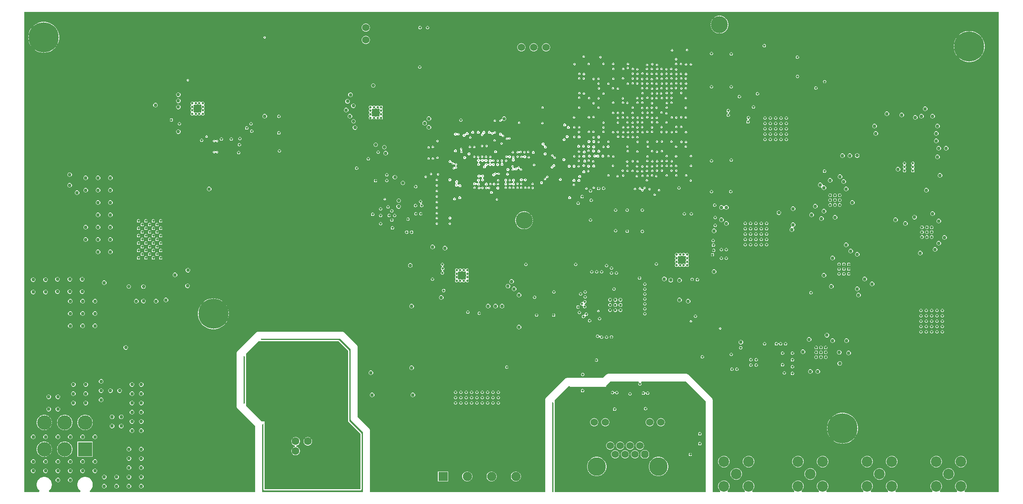
<source format=gbr>
%TF.GenerationSoftware,Altium Limited,Altium Designer,23.11.1 (41)*%
G04 Layer_Physical_Order=10*
G04 Layer_Color=65535*
%FSLAX45Y45*%
%MOMM*%
%TF.SameCoordinates,1BD89016-B4D8-4A99-B54A-05B805E6E99A*%
%TF.FilePolarity,Positive*%
%TF.FileFunction,Copper,L10,Inr,Signal*%
%TF.Part,Single*%
G01*
G75*
%TA.AperFunction,ComponentPad*%
%ADD110C,6.20000*%
%ADD111C,3.50000*%
%ADD112C,2.20000*%
%ADD113C,3.00000*%
%ADD114R,3.00000X3.00000*%
%ADD115R,1.90500X1.90500*%
%ADD116C,1.90500*%
%ADD117C,1.60000*%
%ADD118C,0.60000*%
%ADD119C,1.52400*%
G04:AMPARAMS|DCode=120|XSize=1.524mm|YSize=1.524mm|CornerRadius=0mm|HoleSize=0mm|Usage=FLASHONLY|Rotation=0.000|XOffset=0mm|YOffset=0mm|HoleType=Round|Shape=Octagon|*
%AMOCTAGOND120*
4,1,8,0.76200,-0.38100,0.76200,0.38100,0.38100,0.76200,-0.38100,0.76200,-0.76200,0.38100,-0.76200,-0.38100,-0.38100,-0.76200,0.38100,-0.76200,0.76200,-0.38100,0.0*
%
%ADD120OCTAGOND120*%

%ADD121C,3.81000*%
%TA.AperFunction,ViaPad*%
%ADD122C,0.76200*%
%ADD123C,0.50000*%
%ADD124C,0.30480*%
%ADD125C,0.50800*%
%ADD126C,0.71120*%
%ADD127C,0.55880*%
G36*
X14152266Y2002134D02*
Y135782D01*
X11049000D01*
Y2032000D01*
X11341100Y2324100D01*
X11366500Y2298700D01*
X12103100D01*
Y2324100D01*
X12192000Y2413000D01*
X12772516D01*
X12778549Y2399743D01*
X12780303Y2387600D01*
X12773607Y2380904D01*
X12768580Y2368768D01*
Y2355632D01*
X12773607Y2343496D01*
X12782896Y2334207D01*
X12795032Y2329180D01*
X12808168D01*
X12820303Y2334207D01*
X12829593Y2343496D01*
X12834621Y2355632D01*
Y2368768D01*
X12829593Y2380904D01*
X12822897Y2387600D01*
X12824651Y2399743D01*
X12830684Y2413000D01*
X13741400D01*
X14152266Y2002134D01*
D02*
G37*
G36*
X4673102Y2924716D02*
Y1964784D01*
X4647702Y1951207D01*
X4643734Y1953859D01*
Y2935641D01*
X4647702Y2938293D01*
X4673102Y2924716D01*
D02*
G37*
G36*
X6794500Y3048000D02*
Y1587500D01*
X7048500Y1333500D01*
Y190500D01*
X5080000D01*
Y1587500D01*
X5016500D01*
X4699000Y1905000D01*
Y2984500D01*
X4953000Y3238500D01*
X6604000D01*
X6794500Y3048000D01*
D02*
G37*
G36*
X6849766Y3081787D02*
Y1651000D01*
X6852211Y1632434D01*
X6859377Y1615133D01*
X6870777Y1600277D01*
X7104453Y1366600D01*
Y135782D01*
X5024734D01*
Y1520218D01*
X5032589Y1529459D01*
X5047953Y1540136D01*
X5053893Y1538488D01*
X5054102Y1538327D01*
Y190500D01*
X5056074Y180589D01*
X5061688Y172188D01*
X5070089Y166574D01*
X5080000Y164602D01*
X7048500D01*
X7058411Y166574D01*
X7066812Y172188D01*
X7072426Y180589D01*
X7074398Y190500D01*
Y1333500D01*
X7072426Y1343411D01*
X7066812Y1351812D01*
X6820398Y1598227D01*
Y3048000D01*
X6818426Y3057911D01*
X6812812Y3066312D01*
X6622312Y3256812D01*
X6613911Y3262426D01*
X6604000Y3264398D01*
X5012784D01*
X4999207Y3289798D01*
X5001859Y3293766D01*
X6637787D01*
X6849766Y3081787D01*
D02*
G37*
G36*
X20184219Y135782D02*
X19488266D01*
X19480997Y151997D01*
X19479921Y161182D01*
X19499719Y180980D01*
X19515205Y207800D01*
X19523219Y237715D01*
Y268685D01*
X19515205Y298600D01*
X19499719Y325420D01*
X19477820Y347319D01*
X19450999Y362804D01*
X19421085Y370820D01*
X19390115D01*
X19360201Y362804D01*
X19333380Y347319D01*
X19311481Y325420D01*
X19295995Y298600D01*
X19287981Y268685D01*
Y237715D01*
X19295995Y207800D01*
X19311481Y180980D01*
X19331279Y161182D01*
X19330203Y151997D01*
X19322934Y135782D01*
X18980266D01*
X18972997Y151997D01*
X18971921Y161182D01*
X18991719Y180980D01*
X19007205Y207800D01*
X19015221Y237715D01*
Y268685D01*
X19007205Y298600D01*
X18991719Y325420D01*
X18969820Y347319D01*
X18942999Y362804D01*
X18913084Y370820D01*
X18882115D01*
X18852200Y362804D01*
X18825380Y347319D01*
X18803481Y325420D01*
X18787994Y298600D01*
X18779980Y268685D01*
Y237715D01*
X18787994Y207800D01*
X18803481Y180980D01*
X18823279Y161182D01*
X18822205Y151997D01*
X18814934Y135782D01*
X18064481D01*
X18057149Y155283D01*
X18056721Y161182D01*
X18077319Y181780D01*
X18092805Y208600D01*
X18100819Y238515D01*
Y269485D01*
X18092805Y299400D01*
X18077319Y326220D01*
X18055420Y348119D01*
X18028600Y363605D01*
X17998685Y371620D01*
X17967715D01*
X17937801Y363605D01*
X17910980Y348119D01*
X17889081Y326220D01*
X17873595Y299400D01*
X17865581Y269485D01*
Y238515D01*
X17873595Y208600D01*
X17889081Y181780D01*
X17909679Y161182D01*
X17909251Y155283D01*
X17901920Y135782D01*
X17556480D01*
X17549149Y155283D01*
X17548721Y161182D01*
X17569319Y181780D01*
X17584805Y208600D01*
X17592821Y238515D01*
Y269485D01*
X17584805Y299400D01*
X17569319Y326220D01*
X17547420Y348119D01*
X17520599Y363605D01*
X17490685Y371620D01*
X17459715D01*
X17429800Y363605D01*
X17402980Y348119D01*
X17381081Y326220D01*
X17365594Y299400D01*
X17357581Y269485D01*
Y238515D01*
X17365594Y208600D01*
X17381081Y181780D01*
X17401678Y161182D01*
X17401251Y155283D01*
X17393919Y135782D01*
X16642081D01*
X16634749Y155283D01*
X16634322Y161182D01*
X16654919Y181780D01*
X16670406Y208600D01*
X16678419Y238515D01*
Y269485D01*
X16670406Y299400D01*
X16654919Y326220D01*
X16633020Y348119D01*
X16606200Y363605D01*
X16576285Y371620D01*
X16545316D01*
X16515401Y363605D01*
X16488580Y348119D01*
X16466681Y326220D01*
X16451195Y299400D01*
X16443179Y269485D01*
Y238515D01*
X16451195Y208600D01*
X16466681Y181780D01*
X16487279Y161182D01*
X16486852Y155283D01*
X16479520Y135782D01*
X16134081D01*
X16126749Y155283D01*
X16126321Y161182D01*
X16146919Y181780D01*
X16162405Y208600D01*
X16170419Y238515D01*
Y269485D01*
X16162405Y299400D01*
X16146919Y326220D01*
X16125020Y348119D01*
X16098199Y363605D01*
X16068285Y371620D01*
X16037315D01*
X16007401Y363605D01*
X15980580Y348119D01*
X15958681Y326220D01*
X15943195Y299400D01*
X15935181Y269485D01*
Y238515D01*
X15943195Y208600D01*
X15958681Y181780D01*
X15979279Y161182D01*
X15978851Y155283D01*
X15971519Y135782D01*
X15118080D01*
X15110748Y155283D01*
X15110321Y161182D01*
X15130919Y181780D01*
X15146405Y208600D01*
X15154420Y238515D01*
Y269485D01*
X15146405Y299400D01*
X15130919Y326220D01*
X15109019Y348119D01*
X15082201Y363605D01*
X15052284Y371620D01*
X15021315D01*
X14991400Y363605D01*
X14964580Y348119D01*
X14942680Y326220D01*
X14927196Y299400D01*
X14919180Y269485D01*
Y238515D01*
X14927196Y208600D01*
X14942680Y181780D01*
X14963280Y161182D01*
X14962851Y155283D01*
X14955521Y135782D01*
X14610080D01*
X14602750Y155283D01*
X14602321Y161182D01*
X14622919Y181780D01*
X14638405Y208600D01*
X14646420Y238515D01*
Y269485D01*
X14638405Y299400D01*
X14622919Y326220D01*
X14601019Y348119D01*
X14574200Y363605D01*
X14544286Y371620D01*
X14513315D01*
X14483400Y363605D01*
X14456580Y348119D01*
X14434682Y326220D01*
X14419196Y299400D01*
X14411180Y269485D01*
Y238515D01*
X14419196Y208600D01*
X14434682Y181780D01*
X14455280Y161182D01*
X14454851Y155283D01*
X14447520Y135782D01*
X14295734D01*
Y2032000D01*
X14293289Y2050566D01*
X14286124Y2067867D01*
X14274722Y2082724D01*
X13893723Y2463723D01*
X13809367Y2548080D01*
X13794510Y2559480D01*
X13777209Y2566646D01*
X13758644Y2569090D01*
X12149356D01*
X12130790Y2566646D01*
X12113490Y2559480D01*
X12098633Y2548080D01*
X12035287Y2484734D01*
X11303000D01*
X11284434Y2482289D01*
X11267133Y2475123D01*
X11252276Y2463723D01*
X10871277Y2082723D01*
X10859877Y2067867D01*
X10852711Y2050566D01*
X10850266Y2032000D01*
Y135782D01*
X7247920D01*
Y1396313D01*
X7245476Y1414879D01*
X7238310Y1432180D01*
X7226910Y1447036D01*
X6993234Y1680713D01*
Y3111500D01*
X6990789Y3130066D01*
X6983623Y3147367D01*
X6972224Y3162223D01*
X6718223Y3416223D01*
X6703367Y3427623D01*
X6686066Y3434789D01*
X6667500Y3437234D01*
X4953000D01*
X4934434Y3434789D01*
X4917133Y3427623D01*
X4902276Y3416223D01*
X4521277Y3035223D01*
X4509877Y3020367D01*
X4502711Y3003066D01*
X4500266Y2984500D01*
Y1905000D01*
X4502711Y1886434D01*
X4509877Y1869133D01*
X4521277Y1854277D01*
X4881266Y1494287D01*
Y135782D01*
X1487986D01*
X1480281Y161182D01*
X1485588Y164727D01*
X1507523Y186662D01*
X1524757Y212455D01*
X1536628Y241115D01*
X1542680Y271539D01*
Y302560D01*
X1536628Y332985D01*
X1524757Y361645D01*
X1507523Y387438D01*
X1485588Y409373D01*
X1459795Y426607D01*
X1431135Y438478D01*
X1400710Y444530D01*
X1369689D01*
X1339265Y438478D01*
X1310605Y426607D01*
X1284812Y409373D01*
X1262877Y387438D01*
X1245643Y361645D01*
X1233772Y332985D01*
X1227720Y302560D01*
Y271539D01*
X1233772Y241115D01*
X1245643Y212455D01*
X1262877Y186662D01*
X1284812Y164727D01*
X1290119Y161182D01*
X1282413Y135782D01*
X647987D01*
X640281Y161182D01*
X645588Y164727D01*
X667523Y186662D01*
X684757Y212455D01*
X696628Y241115D01*
X702680Y271539D01*
Y302560D01*
X696628Y332985D01*
X684757Y361645D01*
X667523Y387438D01*
X645588Y409373D01*
X619795Y426607D01*
X591135Y438478D01*
X560711Y444530D01*
X529690D01*
X499265Y438478D01*
X470605Y426607D01*
X444812Y409373D01*
X422877Y387438D01*
X405643Y361645D01*
X393772Y332985D01*
X387720Y302560D01*
Y271539D01*
X393772Y241115D01*
X405643Y212455D01*
X422877Y186662D01*
X444812Y164727D01*
X450119Y161182D01*
X442414Y135782D01*
X135782D01*
Y10024218D01*
X20184219D01*
Y135782D01*
D02*
G37*
G36*
X11023102Y1972216D02*
Y135782D01*
X10993734D01*
Y1983141D01*
X10997702Y1985793D01*
X11023102Y1972216D01*
D02*
G37*
%LPC*%
G36*
X12331918Y2217420D02*
X12318782D01*
X12306646Y2212393D01*
X12297357Y2203104D01*
X12294778Y2196879D01*
X12294776Y2196876D01*
X12292946Y2194190D01*
X12268854D01*
X12267024Y2196876D01*
X12267022Y2196879D01*
X12264443Y2203104D01*
X12255154Y2212393D01*
X12243018Y2217420D01*
X12229882D01*
X12217746Y2212393D01*
X12208457Y2203104D01*
X12203430Y2190968D01*
Y2177832D01*
X12208457Y2165696D01*
X12217746Y2156407D01*
X12229882Y2151380D01*
X12243018D01*
X12255154Y2156407D01*
X12264443Y2165696D01*
X12267022Y2171921D01*
X12267024Y2171924D01*
X12268854Y2174610D01*
X12292946D01*
X12294776Y2171924D01*
X12294778Y2171921D01*
X12297357Y2165696D01*
X12306646Y2156407D01*
X12318782Y2151380D01*
X12331918D01*
X12344054Y2156407D01*
X12353343Y2165696D01*
X12358370Y2177832D01*
Y2190968D01*
X12353343Y2203104D01*
X12344054Y2212393D01*
X12331918Y2217420D01*
D02*
G37*
G36*
X11627068Y2255520D02*
X11613932D01*
X11601796Y2250493D01*
X11592507Y2241204D01*
X11587480Y2229068D01*
Y2215932D01*
X11592507Y2203796D01*
X11601796Y2194507D01*
X11613932Y2189480D01*
X11627068D01*
X11639204Y2194507D01*
X11648493Y2203796D01*
X11653520Y2215932D01*
Y2229068D01*
X11648493Y2241204D01*
X11639204Y2250493D01*
X11627068Y2255520D01*
D02*
G37*
G36*
X12966917Y2204720D02*
X12953783D01*
X12941646Y2199693D01*
X12932356Y2190404D01*
X12929778Y2184179D01*
X12929776Y2184176D01*
X12927946Y2181490D01*
X12903854D01*
X12902023Y2184176D01*
X12902022Y2184179D01*
X12899443Y2190404D01*
X12890154Y2199693D01*
X12878018Y2204720D01*
X12864882D01*
X12852747Y2199693D01*
X12843457Y2190404D01*
X12838429Y2178268D01*
Y2165132D01*
X12843457Y2152996D01*
X12852747Y2143707D01*
X12864882Y2138680D01*
X12878018D01*
X12890154Y2143707D01*
X12899443Y2152996D01*
X12902022Y2159221D01*
X12902023Y2159224D01*
X12903854Y2161910D01*
X12927946D01*
X12929776Y2159224D01*
X12929778Y2159221D01*
X12932356Y2152996D01*
X12941646Y2143707D01*
X12953783Y2138680D01*
X12966917D01*
X12979054Y2143707D01*
X12988342Y2152996D01*
X12993370Y2165132D01*
Y2178268D01*
X12988342Y2190404D01*
X12979054Y2199693D01*
X12966917Y2204720D01*
D02*
G37*
G36*
X12604968Y2192020D02*
X12591832D01*
X12579696Y2186993D01*
X12570407Y2177704D01*
X12565380Y2165568D01*
Y2152432D01*
X12570407Y2140296D01*
X12579696Y2131007D01*
X12591832Y2125980D01*
X12604968D01*
X12617104Y2131007D01*
X12626393Y2140296D01*
X12631420Y2152432D01*
Y2165568D01*
X12626393Y2177704D01*
X12617104Y2186993D01*
X12604968Y2192020D01*
D02*
G37*
G36*
X12922469Y1887220D02*
X12909332D01*
X12897195Y1882193D01*
X12887907Y1872904D01*
X12882880Y1860768D01*
Y1847632D01*
X12887907Y1835496D01*
X12897195Y1826207D01*
X12909332Y1821180D01*
X12922469D01*
X12934604Y1826207D01*
X12943893Y1835496D01*
X12948920Y1847632D01*
Y1860768D01*
X12943893Y1872904D01*
X12934604Y1882193D01*
X12922469Y1887220D01*
D02*
G37*
G36*
X12287468Y1874520D02*
X12274332D01*
X12262196Y1869493D01*
X12252907Y1860204D01*
X12247880Y1848068D01*
Y1834932D01*
X12252907Y1822796D01*
X12262196Y1813507D01*
X12274332Y1808480D01*
X12287468D01*
X12299604Y1813507D01*
X12308893Y1822796D01*
X12313920Y1834932D01*
Y1848068D01*
X12308893Y1860204D01*
X12299604Y1869493D01*
X12287468Y1874520D01*
D02*
G37*
G36*
X13244435Y1658620D02*
X13222365D01*
X13201047Y1652908D01*
X13181934Y1641873D01*
X13166327Y1626267D01*
X13155292Y1607153D01*
X13149580Y1585835D01*
Y1563765D01*
X13155292Y1542447D01*
X13166327Y1523333D01*
X13181934Y1507727D01*
X13201047Y1496692D01*
X13222365Y1490980D01*
X13244435D01*
X13265753Y1496692D01*
X13284866Y1507727D01*
X13300473Y1523333D01*
X13311508Y1542447D01*
X13317220Y1563765D01*
Y1585835D01*
X13311508Y1607153D01*
X13300473Y1626267D01*
X13284866Y1641873D01*
X13265753Y1652908D01*
X13244435Y1658620D01*
D02*
G37*
G36*
X13015836D02*
X12993765D01*
X12972447Y1652908D01*
X12953333Y1641873D01*
X12937727Y1626267D01*
X12926692Y1607153D01*
X12920979Y1585835D01*
Y1563765D01*
X12926692Y1542447D01*
X12937727Y1523333D01*
X12953333Y1507727D01*
X12972447Y1496692D01*
X12993765Y1490980D01*
X13015836D01*
X13037154Y1496692D01*
X13056267Y1507727D01*
X13071873Y1523333D01*
X13082909Y1542447D01*
X13088620Y1563765D01*
Y1585835D01*
X13082909Y1607153D01*
X13071873Y1626267D01*
X13056267Y1641873D01*
X13037154Y1652908D01*
X13015836Y1658620D01*
D02*
G37*
G36*
X12101435D02*
X12079365D01*
X12058047Y1652908D01*
X12038933Y1641873D01*
X12023327Y1626267D01*
X12012292Y1607153D01*
X12006580Y1585835D01*
Y1563765D01*
X12012292Y1542447D01*
X12023327Y1523333D01*
X12038933Y1507727D01*
X12058047Y1496692D01*
X12079365Y1490980D01*
X12101435D01*
X12122753Y1496692D01*
X12141867Y1507727D01*
X12157473Y1523333D01*
X12168508Y1542447D01*
X12174220Y1563765D01*
Y1585835D01*
X12168508Y1607153D01*
X12157473Y1626267D01*
X12141867Y1641873D01*
X12122753Y1652908D01*
X12101435Y1658620D01*
D02*
G37*
G36*
X11872835D02*
X11850765D01*
X11829447Y1652908D01*
X11810333Y1641873D01*
X11794727Y1626267D01*
X11783692Y1607153D01*
X11777980Y1585835D01*
Y1563765D01*
X11783692Y1542447D01*
X11794727Y1523333D01*
X11810333Y1507727D01*
X11829447Y1496692D01*
X11850765Y1490980D01*
X11872835D01*
X11894153Y1496692D01*
X11913267Y1507727D01*
X11928873Y1523333D01*
X11939908Y1542447D01*
X11945620Y1563765D01*
Y1585835D01*
X11939908Y1607153D01*
X11928873Y1626267D01*
X11913267Y1641873D01*
X11894153Y1652908D01*
X11872835Y1658620D01*
D02*
G37*
G36*
X14040068Y1366520D02*
X14026932D01*
X14014796Y1361493D01*
X14005507Y1352204D01*
X14000481Y1340068D01*
Y1326932D01*
X14005507Y1314796D01*
X14014796Y1305507D01*
X14026932Y1300480D01*
X14040068D01*
X14052203Y1305507D01*
X14061493Y1314796D01*
X14066521Y1326932D01*
Y1340068D01*
X14061493Y1352204D01*
X14052203Y1361493D01*
X14040068Y1366520D01*
D02*
G37*
G36*
Y1163320D02*
X14026932D01*
X14014796Y1158293D01*
X14005507Y1149004D01*
X14000481Y1136868D01*
Y1123732D01*
X14005507Y1111596D01*
X14014796Y1102307D01*
X14026932Y1097280D01*
X14040068D01*
X14052203Y1102307D01*
X14061493Y1111596D01*
X14066521Y1123732D01*
Y1136868D01*
X14061493Y1149004D01*
X14052203Y1158293D01*
X14040068Y1163320D01*
D02*
G37*
G36*
X12812634Y1176020D02*
X12790565D01*
X12769247Y1170308D01*
X12750133Y1159273D01*
X12734527Y1143667D01*
X12723492Y1124553D01*
X12717780Y1103235D01*
Y1081165D01*
X12723492Y1059847D01*
X12734527Y1040733D01*
X12750133Y1025127D01*
X12769247Y1014092D01*
X12790565Y1008380D01*
X12812634D01*
X12833952Y1014092D01*
X12853067Y1025127D01*
X12868674Y1040733D01*
X12879707Y1059847D01*
X12885420Y1081165D01*
Y1103235D01*
X12879707Y1124553D01*
X12868674Y1143667D01*
X12853067Y1159273D01*
X12833952Y1170308D01*
X12812634Y1176020D01*
D02*
G37*
G36*
X12609435D02*
X12587365D01*
X12566047Y1170308D01*
X12546933Y1159273D01*
X12531327Y1143667D01*
X12520292Y1124553D01*
X12514580Y1103235D01*
Y1081165D01*
X12520292Y1059847D01*
X12531327Y1040733D01*
X12546933Y1025127D01*
X12566047Y1014092D01*
X12587365Y1008380D01*
X12609435D01*
X12630753Y1014092D01*
X12649867Y1025127D01*
X12665473Y1040733D01*
X12676508Y1059847D01*
X12682220Y1081165D01*
Y1103235D01*
X12676508Y1124553D01*
X12665473Y1143667D01*
X12649867Y1159273D01*
X12630753Y1170308D01*
X12609435Y1176020D01*
D02*
G37*
G36*
X12406235D02*
X12384165D01*
X12362847Y1170308D01*
X12343733Y1159273D01*
X12328127Y1143667D01*
X12317092Y1124553D01*
X12311380Y1103235D01*
Y1081165D01*
X12317092Y1059847D01*
X12328127Y1040733D01*
X12343733Y1025127D01*
X12362847Y1014092D01*
X12384165Y1008380D01*
X12406235D01*
X12427553Y1014092D01*
X12446667Y1025127D01*
X12462273Y1040733D01*
X12473308Y1059847D01*
X12479020Y1081165D01*
Y1103235D01*
X12473308Y1124553D01*
X12462273Y1143667D01*
X12446667Y1159273D01*
X12427553Y1170308D01*
X12406235Y1176020D01*
D02*
G37*
G36*
X12203035D02*
X12180965D01*
X12159647Y1170308D01*
X12140533Y1159273D01*
X12124927Y1143667D01*
X12113892Y1124553D01*
X12108180Y1103235D01*
Y1081165D01*
X12113892Y1059847D01*
X12124927Y1040733D01*
X12140533Y1025127D01*
X12159647Y1014092D01*
X12180965Y1008380D01*
X12203035D01*
X12224353Y1014092D01*
X12243467Y1025127D01*
X12259073Y1040733D01*
X12270108Y1059847D01*
X12275820Y1081165D01*
Y1103235D01*
X12270108Y1124553D01*
X12259073Y1143667D01*
X12243467Y1159273D01*
X12224353Y1170308D01*
X12203035Y1176020D01*
D02*
G37*
G36*
X13844489Y942340D02*
X13831352D01*
X13819215Y937313D01*
X13809927Y928024D01*
X13804900Y915888D01*
Y902752D01*
X13809927Y890616D01*
X13819215Y881327D01*
X13831352Y876300D01*
X13844489D01*
X13856624Y881327D01*
X13865913Y890616D01*
X13870940Y902752D01*
Y915888D01*
X13865913Y928024D01*
X13856624Y937313D01*
X13844489Y942340D01*
D02*
G37*
G36*
X12945110Y998220D02*
X12861290D01*
X12819380Y956310D01*
Y872490D01*
X12861290Y830580D01*
X12945110D01*
X12987019Y872490D01*
Y956310D01*
X12945110Y998220D01*
D02*
G37*
G36*
X12711035D02*
X12688965D01*
X12667647Y992508D01*
X12648533Y981473D01*
X12632927Y965867D01*
X12621892Y946753D01*
X12616180Y925435D01*
Y903365D01*
X12621892Y882047D01*
X12632927Y862933D01*
X12648533Y847327D01*
X12667647Y836292D01*
X12688965Y830580D01*
X12711035D01*
X12732353Y836292D01*
X12751467Y847327D01*
X12767073Y862933D01*
X12778108Y882047D01*
X12783820Y903365D01*
Y925435D01*
X12778108Y946753D01*
X12767073Y965867D01*
X12751467Y981473D01*
X12732353Y992508D01*
X12711035Y998220D01*
D02*
G37*
G36*
X12507835D02*
X12485765D01*
X12464447Y992508D01*
X12445333Y981473D01*
X12429727Y965867D01*
X12418692Y946753D01*
X12412980Y925435D01*
Y903365D01*
X12418692Y882047D01*
X12429727Y862933D01*
X12445333Y847327D01*
X12464447Y836292D01*
X12485765Y830580D01*
X12507835D01*
X12529153Y836292D01*
X12548267Y847327D01*
X12563873Y862933D01*
X12574908Y882047D01*
X12580620Y903365D01*
Y925435D01*
X12574908Y946753D01*
X12563873Y965867D01*
X12548267Y981473D01*
X12529153Y992508D01*
X12507835Y998220D01*
D02*
G37*
G36*
X12304635D02*
X12282565D01*
X12261247Y992508D01*
X12242133Y981473D01*
X12226527Y965867D01*
X12215492Y946753D01*
X12209780Y925435D01*
Y903365D01*
X12215492Y882047D01*
X12226527Y862933D01*
X12242133Y847327D01*
X12261247Y836292D01*
X12282565Y830580D01*
X12304635D01*
X12325953Y836292D01*
X12345067Y847327D01*
X12360673Y862933D01*
X12371708Y882047D01*
X12377420Y903365D01*
Y925435D01*
X12371708Y946753D01*
X12360673Y965867D01*
X12345067Y981473D01*
X12325953Y992508D01*
X12304635Y998220D01*
D02*
G37*
G36*
X13202113Y858520D02*
X13163087D01*
X13124809Y850906D01*
X13088754Y835972D01*
X13056306Y814290D01*
X13028709Y786694D01*
X13007028Y754245D01*
X12992094Y718190D01*
X12984480Y679913D01*
Y640887D01*
X12992094Y602610D01*
X13007028Y566555D01*
X13028709Y534106D01*
X13056306Y506510D01*
X13088754Y484828D01*
X13124809Y469894D01*
X13163087Y462280D01*
X13202113D01*
X13240390Y469894D01*
X13276445Y484828D01*
X13308894Y506510D01*
X13336490Y534106D01*
X13358173Y566555D01*
X13373106Y602610D01*
X13380721Y640887D01*
Y679913D01*
X13373106Y718190D01*
X13358173Y754245D01*
X13336490Y786694D01*
X13308894Y814290D01*
X13276445Y835972D01*
X13240390Y850906D01*
X13202113Y858520D01*
D02*
G37*
G36*
X11932113D02*
X11893087D01*
X11854810Y850906D01*
X11818755Y835972D01*
X11786306Y814290D01*
X11758710Y786694D01*
X11737028Y754245D01*
X11722094Y718190D01*
X11714480Y679913D01*
Y640887D01*
X11722094Y602610D01*
X11737028Y566555D01*
X11758710Y534106D01*
X11786306Y506510D01*
X11818755Y484828D01*
X11854810Y469894D01*
X11893087Y462280D01*
X11932113D01*
X11970390Y469894D01*
X12006445Y484828D01*
X12038894Y506510D01*
X12066490Y534106D01*
X12088172Y566555D01*
X12103106Y602610D01*
X12110720Y640887D01*
Y679913D01*
X12103106Y718190D01*
X12088172Y754245D01*
X12066490Y786694D01*
X12038894Y814290D01*
X12006445Y835972D01*
X11970390Y850906D01*
X11932113Y858520D01*
D02*
G37*
G36*
X5978535Y1268820D02*
X5955465D01*
X5933180Y1262849D01*
X5913200Y1251313D01*
X5896887Y1235000D01*
X5885351Y1215020D01*
X5879380Y1192735D01*
Y1169665D01*
X5885351Y1147380D01*
X5896887Y1127400D01*
X5913200Y1111087D01*
X5933180Y1099551D01*
X5955465Y1093580D01*
X5978535D01*
X6000820Y1099551D01*
X6020800Y1111087D01*
X6037113Y1127400D01*
X6048649Y1147380D01*
X6054620Y1169665D01*
Y1192735D01*
X6048649Y1215020D01*
X6037113Y1235000D01*
X6020800Y1251313D01*
X6000820Y1262849D01*
X5978535Y1268820D01*
D02*
G37*
G36*
X5728535D02*
X5705465D01*
X5683180Y1262849D01*
X5663200Y1251313D01*
X5646887Y1235000D01*
X5635351Y1215020D01*
X5629380Y1192735D01*
Y1169665D01*
X5635351Y1147380D01*
X5646887Y1127400D01*
X5663200Y1111087D01*
X5683180Y1099551D01*
X5703368Y1094142D01*
X5705464Y1093580D01*
Y1068820D01*
X5703368Y1068258D01*
X5683180Y1062849D01*
X5663200Y1051313D01*
X5646887Y1035000D01*
X5635351Y1015020D01*
X5629380Y992735D01*
Y969665D01*
X5635351Y947380D01*
X5646887Y927400D01*
X5663200Y911087D01*
X5683180Y899551D01*
X5705465Y893580D01*
X5728535D01*
X5750820Y899551D01*
X5770800Y911087D01*
X5787113Y927400D01*
X5798649Y947380D01*
X5804620Y969665D01*
Y992735D01*
X5798649Y1015020D01*
X5787113Y1035000D01*
X5770800Y1051313D01*
X5750820Y1062849D01*
X5730632Y1068258D01*
X5728536Y1068820D01*
Y1093580D01*
X5730632Y1094142D01*
X5750820Y1099551D01*
X5770800Y1111087D01*
X5787113Y1127400D01*
X5798649Y1147380D01*
X5804620Y1169665D01*
Y1192735D01*
X5798649Y1215020D01*
X5787113Y1235000D01*
X5770800Y1251313D01*
X5750820Y1262849D01*
X5728535Y1268820D01*
D02*
G37*
G36*
X8439368Y9735820D02*
X8426232D01*
X8414096Y9730793D01*
X8404807Y9721504D01*
X8399780Y9709368D01*
Y9696232D01*
X8404807Y9684096D01*
X8414096Y9674807D01*
X8426232Y9669780D01*
X8439368D01*
X8451504Y9674807D01*
X8460793Y9684096D01*
X8465820Y9696232D01*
Y9709368D01*
X8460793Y9721504D01*
X8451504Y9730793D01*
X8439368Y9735820D01*
D02*
G37*
G36*
X8282748Y9732420D02*
X8269612D01*
X8257476Y9727393D01*
X8248187Y9718104D01*
X8243160Y9705968D01*
Y9692832D01*
X8248187Y9680696D01*
X8257476Y9671407D01*
X8269612Y9666380D01*
X8282748D01*
X8294884Y9671407D01*
X8304173Y9680696D01*
X8309200Y9692832D01*
Y9705968D01*
X8304173Y9718104D01*
X8294884Y9727393D01*
X8282748Y9732420D01*
D02*
G37*
G36*
X7173835Y9786620D02*
X7151765D01*
X7130447Y9780908D01*
X7111333Y9769873D01*
X7095727Y9754267D01*
X7084692Y9735153D01*
X7078980Y9713835D01*
Y9691765D01*
X7084692Y9670447D01*
X7095727Y9651333D01*
X7111333Y9635727D01*
X7130447Y9624692D01*
X7151765Y9618980D01*
X7173835D01*
X7195153Y9624692D01*
X7214267Y9635727D01*
X7229873Y9651333D01*
X7240908Y9670447D01*
X7246620Y9691765D01*
Y9713835D01*
X7240908Y9735153D01*
X7229873Y9754267D01*
X7214267Y9769873D01*
X7195153Y9780908D01*
X7173835Y9786620D01*
D02*
G37*
G36*
X14456285Y9944286D02*
X14420312D01*
X14385030Y9937268D01*
X14351794Y9923502D01*
X14321886Y9903516D01*
X14296448Y9878080D01*
X14276463Y9848169D01*
X14262695Y9814934D01*
X14255678Y9779653D01*
Y9743680D01*
X14262695Y9708398D01*
X14276463Y9675163D01*
X14296448Y9645252D01*
X14321886Y9619816D01*
X14351794Y9599830D01*
X14385030Y9586064D01*
X14420312Y9579046D01*
X14456285D01*
X14491566Y9586064D01*
X14524802Y9599830D01*
X14554712Y9619816D01*
X14580148Y9645252D01*
X14600134Y9675163D01*
X14613901Y9708398D01*
X14620918Y9743680D01*
Y9779653D01*
X14613901Y9814934D01*
X14600134Y9848169D01*
X14580148Y9878080D01*
X14554712Y9903516D01*
X14524802Y9923502D01*
X14491566Y9937268D01*
X14456285Y9944286D01*
D02*
G37*
G36*
X5084547Y9522460D02*
X5075453D01*
X5067051Y9518980D01*
X5060620Y9512549D01*
X5057140Y9504147D01*
Y9495053D01*
X5060620Y9486651D01*
X5067051Y9480220D01*
X5075453Y9476740D01*
X5084547D01*
X5092949Y9480220D01*
X5099380Y9486651D01*
X5102860Y9495053D01*
Y9504147D01*
X5099380Y9512549D01*
X5092949Y9518980D01*
X5084547Y9522460D01*
D02*
G37*
G36*
X7173835Y9532620D02*
X7151765D01*
X7130447Y9526908D01*
X7111333Y9515873D01*
X7095727Y9500267D01*
X7084692Y9481153D01*
X7078980Y9459835D01*
Y9437765D01*
X7084692Y9416447D01*
X7095727Y9397333D01*
X7111333Y9381727D01*
X7130447Y9370692D01*
X7151765Y9364980D01*
X7173835D01*
X7195153Y9370692D01*
X7214267Y9381727D01*
X7229873Y9397333D01*
X7240908Y9416447D01*
X7246620Y9437765D01*
Y9459835D01*
X7240908Y9481153D01*
X7229873Y9500267D01*
X7214267Y9515873D01*
X7195153Y9526908D01*
X7173835Y9532620D01*
D02*
G37*
G36*
X15366873Y9359900D02*
X15353737D01*
X15341602Y9354873D01*
X15332312Y9345584D01*
X15327284Y9333448D01*
Y9320312D01*
X15332312Y9308176D01*
X15341602Y9298887D01*
X15353737Y9293860D01*
X15366873D01*
X15379008Y9298887D01*
X15388298Y9308176D01*
X15393324Y9320312D01*
Y9333448D01*
X15388298Y9345584D01*
X15379008Y9354873D01*
X15366873Y9359900D01*
D02*
G37*
G36*
X13776070Y9261423D02*
X13766975D01*
X13758574Y9257943D01*
X13752142Y9251512D01*
X13748663Y9243110D01*
Y9234016D01*
X13752142Y9225614D01*
X13758574Y9219183D01*
X13766975Y9215703D01*
X13776070D01*
X13784473Y9219183D01*
X13790903Y9225614D01*
X13794383Y9234016D01*
Y9243110D01*
X13790903Y9251512D01*
X13784473Y9257943D01*
X13776070Y9261423D01*
D02*
G37*
G36*
X10882235Y9380220D02*
X10860165D01*
X10838847Y9374508D01*
X10819733Y9363473D01*
X10804127Y9347867D01*
X10793092Y9328753D01*
X10787380Y9307435D01*
Y9285365D01*
X10793092Y9264047D01*
X10804127Y9244933D01*
X10819733Y9229327D01*
X10838847Y9218292D01*
X10860165Y9212580D01*
X10882235D01*
X10903553Y9218292D01*
X10922667Y9229327D01*
X10938273Y9244933D01*
X10949308Y9264047D01*
X10955020Y9285365D01*
Y9307435D01*
X10949308Y9328753D01*
X10938273Y9347867D01*
X10922667Y9363473D01*
X10903553Y9374508D01*
X10882235Y9380220D01*
D02*
G37*
G36*
X10628235D02*
X10606165D01*
X10584847Y9374508D01*
X10565733Y9363473D01*
X10550127Y9347867D01*
X10539092Y9328753D01*
X10533380Y9307435D01*
Y9285365D01*
X10539092Y9264047D01*
X10550127Y9244933D01*
X10565733Y9229327D01*
X10584847Y9218292D01*
X10606165Y9212580D01*
X10628235D01*
X10649553Y9218292D01*
X10668667Y9229327D01*
X10684273Y9244933D01*
X10695308Y9264047D01*
X10701020Y9285365D01*
Y9307435D01*
X10695308Y9328753D01*
X10684273Y9347867D01*
X10668667Y9363473D01*
X10649553Y9374508D01*
X10628235Y9380220D01*
D02*
G37*
G36*
X10374235D02*
X10352165D01*
X10330847Y9374508D01*
X10311733Y9363473D01*
X10296127Y9347867D01*
X10285092Y9328753D01*
X10279380Y9307435D01*
Y9285365D01*
X10285092Y9264047D01*
X10296127Y9244933D01*
X10311733Y9229327D01*
X10330847Y9218292D01*
X10352165Y9212580D01*
X10374235D01*
X10395553Y9218292D01*
X10414667Y9229327D01*
X10430273Y9244933D01*
X10441308Y9264047D01*
X10447020Y9285365D01*
Y9307435D01*
X10441308Y9328753D01*
X10430273Y9347867D01*
X10414667Y9363473D01*
X10395553Y9374508D01*
X10374235Y9380220D01*
D02*
G37*
G36*
X13465860Y9257387D02*
X13456766D01*
X13448364Y9253907D01*
X13441933Y9247476D01*
X13438454Y9239074D01*
Y9229980D01*
X13441933Y9221578D01*
X13448364Y9215147D01*
X13456766Y9211667D01*
X13465860D01*
X13474261Y9215147D01*
X13480693Y9221578D01*
X13484174Y9229980D01*
Y9239074D01*
X13480693Y9247476D01*
X13474261Y9253907D01*
X13465860Y9257387D01*
D02*
G37*
G36*
X558397Y9817220D02*
X508403D01*
X459024Y9809399D01*
X411476Y9793950D01*
X366931Y9771253D01*
X326484Y9741867D01*
X291133Y9706516D01*
X261747Y9666069D01*
X239050Y9621524D01*
X223601Y9573976D01*
X215780Y9524597D01*
Y9474603D01*
X223601Y9425224D01*
X239050Y9377676D01*
X261747Y9333131D01*
X291133Y9292684D01*
X326484Y9257333D01*
X366931Y9227947D01*
X411476Y9205250D01*
X459024Y9189801D01*
X508403Y9181980D01*
X558397D01*
X607776Y9189801D01*
X655324Y9205250D01*
X699869Y9227947D01*
X740316Y9257333D01*
X775667Y9292684D01*
X805053Y9333131D01*
X827750Y9377676D01*
X843199Y9425224D01*
X851020Y9474603D01*
Y9524597D01*
X843199Y9573976D01*
X827750Y9621524D01*
X805053Y9666069D01*
X775667Y9706516D01*
X740316Y9741867D01*
X699869Y9771253D01*
X655324Y9793950D01*
X607776Y9809399D01*
X558397Y9817220D01*
D02*
G37*
G36*
X14281367Y9202420D02*
X14268233D01*
X14256096Y9197393D01*
X14246806Y9188104D01*
X14241780Y9175968D01*
Y9162832D01*
X14246806Y9150696D01*
X14256096Y9141407D01*
X14268233Y9136380D01*
X14281367D01*
X14293504Y9141407D01*
X14302792Y9150696D01*
X14307820Y9162832D01*
Y9175968D01*
X14302792Y9188104D01*
X14293504Y9197393D01*
X14281367Y9202420D01*
D02*
G37*
G36*
X14687769Y9189720D02*
X14674632D01*
X14662495Y9184693D01*
X14653207Y9175404D01*
X14648180Y9163268D01*
Y9150132D01*
X14653207Y9137996D01*
X14662495Y9128707D01*
X14674632Y9123680D01*
X14687769D01*
X14699904Y9128707D01*
X14709193Y9137996D01*
X14714220Y9150132D01*
Y9163268D01*
X14709193Y9175404D01*
X14699904Y9184693D01*
X14687769Y9189720D01*
D02*
G37*
G36*
X11650447Y9128760D02*
X11641353D01*
X11632951Y9125280D01*
X11626520Y9118849D01*
X11623040Y9110447D01*
Y9101353D01*
X11626520Y9092951D01*
X11632951Y9086520D01*
X11641353Y9083040D01*
X11650447D01*
X11658849Y9086520D01*
X11665280Y9092951D01*
X11668760Y9101353D01*
Y9110447D01*
X11665280Y9118849D01*
X11658849Y9125280D01*
X11650447Y9128760D01*
D02*
G37*
G36*
X11993347Y9116060D02*
X11984253D01*
X11975851Y9112580D01*
X11969420Y9106149D01*
X11965940Y9097747D01*
Y9088653D01*
X11969420Y9080251D01*
X11975851Y9073820D01*
X11984253Y9070340D01*
X11993347D01*
X12001749Y9073820D01*
X12008180Y9080251D01*
X12011660Y9088653D01*
Y9097747D01*
X12008180Y9106149D01*
X12001749Y9112580D01*
X11993347Y9116060D01*
D02*
G37*
G36*
X16046667Y9126220D02*
X16033533D01*
X16021396Y9121193D01*
X16012106Y9111904D01*
X16007080Y9099768D01*
Y9086632D01*
X16012106Y9074496D01*
X16021396Y9065207D01*
X16033533Y9060180D01*
X16046667D01*
X16058804Y9065207D01*
X16068092Y9074496D01*
X16073120Y9086632D01*
Y9099768D01*
X16068092Y9111904D01*
X16058804Y9121193D01*
X16046667Y9126220D01*
D02*
G37*
G36*
X13549635Y9073699D02*
X13540543D01*
X13532140Y9070219D01*
X13525710Y9063789D01*
X13522229Y9055387D01*
Y9046292D01*
X13525710Y9037890D01*
X13532140Y9031460D01*
X13540543Y9027979D01*
X13549635D01*
X13558038Y9031460D01*
X13564468Y9037890D01*
X13567949Y9046292D01*
Y9055387D01*
X13564468Y9063789D01*
X13558038Y9070219D01*
X13549635Y9073699D01*
D02*
G37*
G36*
X19599643Y9629329D02*
X19549649D01*
X19500270Y9621508D01*
X19452722Y9606059D01*
X19408177Y9583362D01*
X19367731Y9553976D01*
X19332379Y9518625D01*
X19302992Y9478178D01*
X19280296Y9433633D01*
X19264847Y9386085D01*
X19257027Y9336706D01*
Y9286712D01*
X19264847Y9237333D01*
X19280296Y9189785D01*
X19302992Y9145240D01*
X19332379Y9104794D01*
X19367731Y9069442D01*
X19408177Y9040056D01*
X19452722Y9017359D01*
X19500270Y9001910D01*
X19549649Y8994089D01*
X19599643D01*
X19649022Y9001910D01*
X19696570Y9017359D01*
X19741115Y9040056D01*
X19781561Y9069442D01*
X19816913Y9104794D01*
X19846300Y9145240D01*
X19868996Y9189785D01*
X19884445Y9237333D01*
X19892265Y9286712D01*
Y9336706D01*
X19884445Y9386085D01*
X19868996Y9433633D01*
X19846300Y9478178D01*
X19816913Y9518625D01*
X19781561Y9553976D01*
X19741115Y9583362D01*
X19696570Y9606059D01*
X19649022Y9621508D01*
X19599643Y9629329D01*
D02*
G37*
G36*
X12256011Y8978370D02*
X12246917D01*
X12238515Y8974890D01*
X12232085Y8968459D01*
X12228604Y8960057D01*
Y8950963D01*
X12232085Y8942561D01*
X12238515Y8936130D01*
X12246917Y8932650D01*
X12256011D01*
X12264413Y8936130D01*
X12270844Y8942561D01*
X12274324Y8950963D01*
Y8960057D01*
X12270844Y8968459D01*
X12264413Y8974890D01*
X12256011Y8978370D01*
D02*
G37*
G36*
X12056011D02*
X12046917D01*
X12038515Y8974890D01*
X12032085Y8968459D01*
X12028604Y8960057D01*
Y8950963D01*
X12032085Y8942561D01*
X12038515Y8936130D01*
X12046917Y8932650D01*
X12056011D01*
X12064414Y8936130D01*
X12070844Y8942561D01*
X12074324Y8950963D01*
Y8960057D01*
X12070844Y8968459D01*
X12064414Y8974890D01*
X12056011Y8978370D01*
D02*
G37*
G36*
X12558037Y8976360D02*
X12548943D01*
X12540541Y8972880D01*
X12534111Y8966449D01*
X12530630Y8958047D01*
Y8948953D01*
X12534111Y8940551D01*
X12540541Y8934120D01*
X12548943Y8930640D01*
X12558037D01*
X12566439Y8934120D01*
X12572870Y8940551D01*
X12576350Y8948953D01*
Y8958047D01*
X12572870Y8966449D01*
X12566439Y8972880D01*
X12558037Y8976360D01*
D02*
G37*
G36*
X11749001Y8974334D02*
X11739907D01*
X11731505Y8970854D01*
X11725075Y8964423D01*
X11721594Y8956021D01*
Y8946927D01*
X11725075Y8938525D01*
X11731505Y8932094D01*
X11739907Y8928614D01*
X11749001D01*
X11757403Y8932094D01*
X11763834Y8938525D01*
X11767314Y8946927D01*
Y8956021D01*
X11763834Y8964423D01*
X11757403Y8970854D01*
X11749001Y8974334D01*
D02*
G37*
G36*
X13649635Y8973699D02*
X13640543D01*
X13632140Y8970219D01*
X13625710Y8963789D01*
X13622229Y8955386D01*
Y8946292D01*
X13625710Y8937890D01*
X13632140Y8931460D01*
X13640543Y8927979D01*
X13649635D01*
X13658038Y8931460D01*
X13664468Y8937890D01*
X13667949Y8946292D01*
Y8955386D01*
X13664468Y8963789D01*
X13658038Y8970219D01*
X13649635Y8973699D01*
D02*
G37*
G36*
X13549635D02*
X13540543D01*
X13532140Y8970219D01*
X13525710Y8963789D01*
X13522229Y8955386D01*
Y8946292D01*
X13525710Y8937890D01*
X13532140Y8931460D01*
X13540543Y8927979D01*
X13549635D01*
X13558038Y8931460D01*
X13564468Y8937890D01*
X13567949Y8946292D01*
Y8955386D01*
X13564468Y8963789D01*
X13558038Y8970219D01*
X13549635Y8973699D01*
D02*
G37*
G36*
X13059413Y8971995D02*
X13050317D01*
X13041916Y8968514D01*
X13035486Y8962084D01*
X13032005Y8953682D01*
Y8944588D01*
X13035486Y8936186D01*
X13041916Y8929755D01*
X13050317Y8926275D01*
X13059413D01*
X13067815Y8929755D01*
X13074245Y8936186D01*
X13077725Y8944588D01*
Y8953682D01*
X13074245Y8962084D01*
X13067815Y8968514D01*
X13059413Y8971995D01*
D02*
G37*
G36*
X11460047Y8971360D02*
X11450953D01*
X11442551Y8967880D01*
X11436120Y8961449D01*
X11432640Y8953047D01*
Y8943953D01*
X11436120Y8935551D01*
X11442551Y8929120D01*
X11450953Y8925640D01*
X11460047D01*
X11468449Y8929120D01*
X11474880Y8935551D01*
X11478360Y8943953D01*
Y8953047D01*
X11474880Y8961449D01*
X11468449Y8967880D01*
X11460047Y8971360D01*
D02*
G37*
G36*
X13753671Y8967959D02*
X13744579D01*
X13736176Y8964479D01*
X13729745Y8958048D01*
X13726265Y8949646D01*
Y8940552D01*
X13729745Y8932150D01*
X13736176Y8925719D01*
X13744579Y8922239D01*
X13753671D01*
X13762074Y8925719D01*
X13768504Y8932150D01*
X13771985Y8940552D01*
Y8949646D01*
X13768504Y8958048D01*
X13762074Y8964479D01*
X13753671Y8967959D01*
D02*
G37*
G36*
X13853036Y8967324D02*
X13843942D01*
X13835541Y8963844D01*
X13829111Y8957413D01*
X13825630Y8949011D01*
Y8939917D01*
X13829111Y8931515D01*
X13835541Y8925085D01*
X13843942Y8921604D01*
X13853036D01*
X13861440Y8925085D01*
X13867870Y8931515D01*
X13871350Y8939917D01*
Y8949011D01*
X13867870Y8957413D01*
X13861440Y8963844D01*
X13853036Y8967324D01*
D02*
G37*
G36*
X13156522Y8955509D02*
X13147427D01*
X13139026Y8952029D01*
X13132596Y8945598D01*
X13129115Y8937196D01*
Y8928102D01*
X13132596Y8919700D01*
X13139026Y8913269D01*
X13147427Y8909789D01*
X13156522D01*
X13164925Y8913269D01*
X13171355Y8919700D01*
X13174835Y8928102D01*
Y8937196D01*
X13171355Y8945598D01*
X13164925Y8952029D01*
X13156522Y8955509D01*
D02*
G37*
G36*
X12952528Y8955505D02*
X12943434D01*
X12935033Y8952025D01*
X12928603Y8945595D01*
X12925121Y8937192D01*
Y8928098D01*
X12928603Y8919696D01*
X12935033Y8913266D01*
X12943434Y8909785D01*
X12952528D01*
X12960930Y8913266D01*
X12967361Y8919696D01*
X12970840Y8928098D01*
Y8937192D01*
X12967361Y8945595D01*
X12960930Y8952025D01*
X12952528Y8955505D01*
D02*
G37*
G36*
X8275948Y8919620D02*
X8262812D01*
X8250676Y8914593D01*
X8241387Y8905304D01*
X8236360Y8893168D01*
Y8880032D01*
X8241387Y8867896D01*
X8250676Y8858607D01*
X8262812Y8853580D01*
X8275948D01*
X8288084Y8858607D01*
X8297373Y8867896D01*
X8302400Y8880032D01*
Y8893168D01*
X8297373Y8905304D01*
X8288084Y8914593D01*
X8275948Y8919620D01*
D02*
G37*
G36*
X12554524Y8893335D02*
X12545430D01*
X12537028Y8889854D01*
X12530597Y8883424D01*
X12527117Y8875022D01*
Y8865928D01*
X12530597Y8857526D01*
X12537028Y8851095D01*
X12545430Y8847615D01*
X12554524D01*
X12562926Y8851095D01*
X12569357Y8857526D01*
X12572837Y8865928D01*
Y8875022D01*
X12569357Y8883424D01*
X12562926Y8889854D01*
X12554524Y8893335D01*
D02*
G37*
G36*
X13250647Y8874760D02*
X13241553D01*
X13233151Y8871280D01*
X13226720Y8864849D01*
X13223241Y8856447D01*
Y8847353D01*
X13226720Y8838951D01*
X13233151Y8832520D01*
X13241553Y8829040D01*
X13250647D01*
X13259048Y8832520D01*
X13265480Y8838951D01*
X13268961Y8847353D01*
Y8856447D01*
X13265480Y8864849D01*
X13259048Y8871280D01*
X13250647Y8874760D01*
D02*
G37*
G36*
X13161748D02*
X13152654D01*
X13144250Y8871280D01*
X13137820Y8864849D01*
X13134340Y8856447D01*
Y8847353D01*
X13137820Y8838951D01*
X13144250Y8832520D01*
X13152654Y8829040D01*
X13161748D01*
X13170149Y8832520D01*
X13176579Y8838951D01*
X13180060Y8847353D01*
Y8856447D01*
X13176579Y8864849D01*
X13170149Y8871280D01*
X13161748Y8874760D01*
D02*
G37*
G36*
X13449635Y8873699D02*
X13440543D01*
X13432140Y8870219D01*
X13425710Y8863788D01*
X13422229Y8855386D01*
Y8846292D01*
X13425710Y8837890D01*
X13432140Y8831460D01*
X13440543Y8827979D01*
X13449635D01*
X13458038Y8831460D01*
X13464468Y8837890D01*
X13467949Y8846292D01*
Y8855386D01*
X13464468Y8863788D01*
X13458038Y8870219D01*
X13449635Y8873699D01*
D02*
G37*
G36*
X13049635D02*
X13040543D01*
X13032140Y8870219D01*
X13025710Y8863788D01*
X13022229Y8855386D01*
Y8846292D01*
X13025710Y8837890D01*
X13032140Y8831460D01*
X13040543Y8827979D01*
X13049635D01*
X13058038Y8831460D01*
X13064468Y8837890D01*
X13067949Y8846292D01*
Y8855386D01*
X13064468Y8863788D01*
X13058038Y8870219D01*
X13049635Y8873699D01*
D02*
G37*
G36*
X12949635D02*
X12940543D01*
X12932140Y8870219D01*
X12925710Y8863788D01*
X12922229Y8855386D01*
Y8846292D01*
X12925710Y8837890D01*
X12932140Y8831460D01*
X12940543Y8827979D01*
X12949635D01*
X12958038Y8831460D01*
X12964468Y8837890D01*
X12967949Y8846292D01*
Y8855386D01*
X12964468Y8863788D01*
X12958038Y8870219D01*
X12949635Y8873699D01*
D02*
G37*
G36*
X12660047Y8871360D02*
X12650953D01*
X12642551Y8867880D01*
X12636121Y8861449D01*
X12632640Y8853047D01*
Y8843953D01*
X12636121Y8835551D01*
X12642551Y8829120D01*
X12650953Y8825640D01*
X12660047D01*
X12668449Y8829120D01*
X12674880Y8835551D01*
X12678360Y8843953D01*
Y8853047D01*
X12674880Y8861449D01*
X12668449Y8867880D01*
X12660047Y8871360D01*
D02*
G37*
G36*
X12460047D02*
X12450953D01*
X12442551Y8867880D01*
X12436120Y8861449D01*
X12432640Y8853047D01*
Y8843953D01*
X12436120Y8835551D01*
X12442551Y8829120D01*
X12450953Y8825640D01*
X12460047D01*
X12468449Y8829120D01*
X12474880Y8835551D01*
X12478360Y8843953D01*
Y8853047D01*
X12474880Y8861449D01*
X12468449Y8867880D01*
X12460047Y8871360D01*
D02*
G37*
G36*
X12260047D02*
X12250953D01*
X12242551Y8867880D01*
X12236120Y8861449D01*
X12232640Y8853047D01*
Y8843953D01*
X12236120Y8835551D01*
X12242551Y8829120D01*
X12250953Y8825640D01*
X12260047D01*
X12268449Y8829120D01*
X12274880Y8835551D01*
X12278360Y8843953D01*
Y8853047D01*
X12274880Y8861449D01*
X12268449Y8867880D01*
X12260047Y8871360D01*
D02*
G37*
G36*
X13353036Y8867324D02*
X13343942D01*
X13335541Y8863844D01*
X13329111Y8857413D01*
X13325630Y8849011D01*
Y8839917D01*
X13329111Y8831515D01*
X13335541Y8825084D01*
X13343942Y8821604D01*
X13353036D01*
X13361440Y8825084D01*
X13367870Y8831515D01*
X13371350Y8839917D01*
Y8849011D01*
X13367870Y8857413D01*
X13361440Y8863844D01*
X13353036Y8867324D01*
D02*
G37*
G36*
X12753037D02*
X12743943D01*
X12735541Y8863844D01*
X12729110Y8857413D01*
X12725630Y8849011D01*
Y8839917D01*
X12729110Y8831515D01*
X12735541Y8825084D01*
X12743943Y8821604D01*
X12753037D01*
X12761439Y8825084D01*
X12767870Y8831515D01*
X12771350Y8839917D01*
Y8849011D01*
X12767870Y8857413D01*
X12761439Y8863844D01*
X12753037Y8867324D01*
D02*
G37*
G36*
X13550368Y8862060D02*
X13541273D01*
X13532870Y8858580D01*
X13526440Y8852149D01*
X13522960Y8843747D01*
Y8834653D01*
X13526440Y8826251D01*
X13532870Y8819820D01*
X13541273Y8816340D01*
X13550368D01*
X13558769Y8819820D01*
X13565199Y8826251D01*
X13568680Y8834653D01*
Y8843747D01*
X13565199Y8852149D01*
X13558769Y8858580D01*
X13550368Y8862060D01*
D02*
G37*
G36*
X12856010Y8778370D02*
X12846918D01*
X12838515Y8774889D01*
X12832085Y8768459D01*
X12828604Y8760057D01*
Y8750963D01*
X12832085Y8742561D01*
X12838515Y8736130D01*
X12846918Y8732650D01*
X12856010D01*
X12864413Y8736130D01*
X12870844Y8742561D01*
X12874324Y8750963D01*
Y8760057D01*
X12870844Y8768459D01*
X12864413Y8774889D01*
X12856010Y8778370D01*
D02*
G37*
G36*
X12656119Y8776460D02*
X12647025D01*
X12638623Y8772979D01*
X12632192Y8766549D01*
X12628712Y8758147D01*
Y8749053D01*
X12632192Y8740651D01*
X12638623Y8734220D01*
X12647025Y8730740D01*
X12656119D01*
X12664521Y8734220D01*
X12670952Y8740651D01*
X12674432Y8749053D01*
Y8758147D01*
X12670952Y8766549D01*
X12664521Y8772979D01*
X12656119Y8776460D01*
D02*
G37*
G36*
X13349001Y8774334D02*
X13339906D01*
X13331505Y8770854D01*
X13325075Y8764423D01*
X13321594Y8756021D01*
Y8746927D01*
X13325075Y8738525D01*
X13331505Y8732094D01*
X13339906Y8728614D01*
X13349001D01*
X13357404Y8732094D01*
X13363834Y8738525D01*
X13367314Y8746927D01*
Y8756021D01*
X13363834Y8764423D01*
X13357404Y8770854D01*
X13349001Y8774334D01*
D02*
G37*
G36*
X12953824Y8773847D02*
X12944730D01*
X12936328Y8770367D01*
X12929897Y8763936D01*
X12926418Y8755534D01*
Y8746440D01*
X12929897Y8738038D01*
X12936328Y8731607D01*
X12944730Y8728127D01*
X12953824D01*
X12962225Y8731607D01*
X12968657Y8738038D01*
X12972137Y8746440D01*
Y8755534D01*
X12968657Y8763936D01*
X12962225Y8770367D01*
X12953824Y8773847D01*
D02*
G37*
G36*
X13649635Y8773699D02*
X13640543D01*
X13632140Y8770219D01*
X13625710Y8763788D01*
X13622229Y8755386D01*
Y8746292D01*
X13625710Y8737890D01*
X13632140Y8731460D01*
X13640543Y8727979D01*
X13649635D01*
X13658038Y8731460D01*
X13664468Y8737890D01*
X13667949Y8746292D01*
Y8755386D01*
X13664468Y8763788D01*
X13658038Y8770219D01*
X13649635Y8773699D01*
D02*
G37*
G36*
X13449635D02*
X13440543D01*
X13432140Y8770219D01*
X13425710Y8763788D01*
X13422229Y8755386D01*
Y8746292D01*
X13425710Y8737890D01*
X13432140Y8731460D01*
X13440543Y8727979D01*
X13449635D01*
X13458038Y8731460D01*
X13464468Y8737890D01*
X13467949Y8746292D01*
Y8755386D01*
X13464468Y8763788D01*
X13458038Y8770219D01*
X13449635Y8773699D01*
D02*
G37*
G36*
X13149635D02*
X13140543D01*
X13132140Y8770219D01*
X13125710Y8763788D01*
X13122229Y8755386D01*
Y8746292D01*
X13125710Y8737890D01*
X13132140Y8731460D01*
X13140543Y8727979D01*
X13149635D01*
X13158038Y8731460D01*
X13164468Y8737890D01*
X13167949Y8746292D01*
Y8755386D01*
X13164468Y8763788D01*
X13158038Y8770219D01*
X13149635Y8773699D01*
D02*
G37*
G36*
X13049635D02*
X13040543D01*
X13032140Y8770219D01*
X13025710Y8763788D01*
X13022229Y8755386D01*
Y8746292D01*
X13025710Y8737890D01*
X13032140Y8731460D01*
X13040543Y8727979D01*
X13049635D01*
X13058038Y8731460D01*
X13064468Y8737890D01*
X13067949Y8746292D01*
Y8755386D01*
X13064468Y8763788D01*
X13058038Y8770219D01*
X13049635Y8773699D01*
D02*
G37*
G36*
X12755347Y8773160D02*
X12746253D01*
X12737851Y8769680D01*
X12731420Y8763249D01*
X12727940Y8754847D01*
Y8745753D01*
X12731420Y8737351D01*
X12737851Y8730920D01*
X12746253Y8727440D01*
X12755347D01*
X12763749Y8730920D01*
X12770180Y8737351D01*
X12773660Y8745753D01*
Y8754847D01*
X12770180Y8763249D01*
X12763749Y8769680D01*
X12755347Y8773160D01*
D02*
G37*
G36*
X11560047Y8771360D02*
X11550953D01*
X11542551Y8767880D01*
X11536120Y8761449D01*
X11532640Y8753047D01*
Y8743953D01*
X11536120Y8735551D01*
X11542551Y8729120D01*
X11550953Y8725640D01*
X11560047D01*
X11568449Y8729120D01*
X11574880Y8735551D01*
X11578360Y8743953D01*
Y8753047D01*
X11574880Y8761449D01*
X11568449Y8767880D01*
X11560047Y8771360D01*
D02*
G37*
G36*
X13553671Y8767959D02*
X13544579D01*
X13536176Y8764479D01*
X13529745Y8758048D01*
X13526265Y8749646D01*
Y8740552D01*
X13529745Y8732150D01*
X13536176Y8725719D01*
X13544579Y8722239D01*
X13553671D01*
X13562074Y8725719D01*
X13568504Y8732150D01*
X13571985Y8740552D01*
Y8749646D01*
X13568504Y8758048D01*
X13562074Y8764479D01*
X13553671Y8767959D01*
D02*
G37*
G36*
X13253671D02*
X13244579D01*
X13236176Y8764479D01*
X13229745Y8758048D01*
X13226265Y8749646D01*
Y8740552D01*
X13229745Y8732150D01*
X13236176Y8725719D01*
X13244579Y8722239D01*
X13253671D01*
X13262074Y8725719D01*
X13268504Y8732150D01*
X13271985Y8740552D01*
Y8749646D01*
X13268504Y8758048D01*
X13262074Y8764479D01*
X13253671Y8767959D01*
D02*
G37*
G36*
X13753036Y8767324D02*
X13743942D01*
X13735541Y8763844D01*
X13729111Y8757413D01*
X13725630Y8749011D01*
Y8739917D01*
X13729111Y8731515D01*
X13735541Y8725084D01*
X13743942Y8721604D01*
X13753036D01*
X13761440Y8725084D01*
X13767870Y8731515D01*
X13771350Y8739917D01*
Y8749011D01*
X13767870Y8757413D01*
X13761440Y8763844D01*
X13753036Y8767324D01*
D02*
G37*
G36*
X11653037D02*
X11643943D01*
X11635541Y8763844D01*
X11629111Y8757413D01*
X11625630Y8749011D01*
Y8739917D01*
X11629111Y8731515D01*
X11635541Y8725084D01*
X11643943Y8721604D01*
X11653037D01*
X11661439Y8725084D01*
X11667870Y8731515D01*
X11671350Y8739917D01*
Y8749011D01*
X11667870Y8757413D01*
X11661439Y8763844D01*
X11653037Y8767324D01*
D02*
G37*
G36*
X16049905Y8729284D02*
X16036768D01*
X16024632Y8724257D01*
X16015343Y8714968D01*
X16010316Y8702832D01*
Y8689695D01*
X16015343Y8677559D01*
X16024632Y8668270D01*
X16036768Y8663244D01*
X16049905D01*
X16062041Y8668270D01*
X16071330Y8677559D01*
X16076357Y8689695D01*
Y8702832D01*
X16071330Y8714968D01*
X16062041Y8724257D01*
X16049905Y8729284D01*
D02*
G37*
G36*
X12456011Y8678370D02*
X12446917D01*
X12438515Y8674890D01*
X12432085Y8668459D01*
X12428604Y8660057D01*
Y8650963D01*
X12432085Y8642561D01*
X12438515Y8636130D01*
X12446917Y8632650D01*
X12456011D01*
X12464413Y8636130D01*
X12470844Y8642561D01*
X12474324Y8650963D01*
Y8660057D01*
X12470844Y8668459D01*
X12464413Y8674890D01*
X12456011Y8678370D01*
D02*
G37*
G36*
X11556011D02*
X11546917D01*
X11538515Y8674890D01*
X11532085Y8668459D01*
X11528604Y8660057D01*
Y8650963D01*
X11532085Y8642561D01*
X11538515Y8636130D01*
X11546917Y8632650D01*
X11556011D01*
X11564413Y8636130D01*
X11570844Y8642561D01*
X11574324Y8650963D01*
Y8660057D01*
X11570844Y8668459D01*
X11564413Y8674890D01*
X11556011Y8678370D01*
D02*
G37*
G36*
X13655377Y8677735D02*
X13646281D01*
X13637880Y8674255D01*
X13631450Y8667824D01*
X13627969Y8659422D01*
Y8650328D01*
X13631450Y8641926D01*
X13637880Y8635496D01*
X13646281Y8632015D01*
X13655377D01*
X13663779Y8635496D01*
X13670209Y8641926D01*
X13673689Y8650328D01*
Y8659422D01*
X13670209Y8667824D01*
X13663779Y8674255D01*
X13655377Y8677735D01*
D02*
G37*
G36*
X13455377D02*
X13446281D01*
X13437880Y8674255D01*
X13431450Y8667824D01*
X13427969Y8659422D01*
Y8650328D01*
X13431450Y8641926D01*
X13437880Y8635496D01*
X13446281Y8632015D01*
X13455377D01*
X13463779Y8635496D01*
X13470209Y8641926D01*
X13473689Y8650328D01*
Y8659422D01*
X13470209Y8667824D01*
X13463779Y8674255D01*
X13455377Y8677735D01*
D02*
G37*
G36*
X13355377D02*
X13346281D01*
X13337880Y8674255D01*
X13331450Y8667824D01*
X13327969Y8659422D01*
Y8650328D01*
X13331450Y8641926D01*
X13337880Y8635496D01*
X13346281Y8632015D01*
X13355377D01*
X13363779Y8635496D01*
X13370209Y8641926D01*
X13373689Y8650328D01*
Y8659422D01*
X13370209Y8667824D01*
X13363779Y8674255D01*
X13355377Y8677735D01*
D02*
G37*
G36*
X13155377D02*
X13146283D01*
X13137881Y8674255D01*
X13131450Y8667824D01*
X13127969Y8659422D01*
Y8650328D01*
X13131450Y8641926D01*
X13137881Y8635496D01*
X13146283Y8632015D01*
X13155377D01*
X13163779Y8635496D01*
X13170209Y8641926D01*
X13173689Y8650328D01*
Y8659422D01*
X13170209Y8667824D01*
X13163779Y8674255D01*
X13155377Y8677735D01*
D02*
G37*
G36*
X12655017Y8674847D02*
X12645922D01*
X12637520Y8671367D01*
X12631090Y8664936D01*
X12627609Y8656534D01*
Y8647440D01*
X12631090Y8639038D01*
X12637520Y8632608D01*
X12645922Y8629127D01*
X12655017D01*
X12663419Y8632608D01*
X12669849Y8639038D01*
X12673329Y8647440D01*
Y8656534D01*
X12669849Y8664936D01*
X12663419Y8671367D01*
X12655017Y8674847D01*
D02*
G37*
G36*
X13749001Y8674334D02*
X13739906D01*
X13731505Y8670854D01*
X13725075Y8664423D01*
X13721594Y8656021D01*
Y8646927D01*
X13725075Y8638525D01*
X13731505Y8632094D01*
X13739906Y8628614D01*
X13749001D01*
X13757404Y8632094D01*
X13763834Y8638525D01*
X13767314Y8646927D01*
Y8656021D01*
X13763834Y8664423D01*
X13757404Y8670854D01*
X13749001Y8674334D01*
D02*
G37*
G36*
X12749001D02*
X12739907D01*
X12731505Y8670854D01*
X12725075Y8664423D01*
X12721594Y8656021D01*
Y8646927D01*
X12725075Y8638525D01*
X12731505Y8632094D01*
X12739907Y8628614D01*
X12749001D01*
X12757403Y8632094D01*
X12763834Y8638525D01*
X12767314Y8646927D01*
Y8656021D01*
X12763834Y8664423D01*
X12757403Y8670854D01*
X12749001Y8674334D01*
D02*
G37*
G36*
X11649002D02*
X11639907D01*
X11631505Y8670854D01*
X11625075Y8664423D01*
X11621594Y8656021D01*
Y8646927D01*
X11625075Y8638525D01*
X11631505Y8632094D01*
X11639907Y8628614D01*
X11649002D01*
X11657404Y8632094D01*
X11663834Y8638525D01*
X11667314Y8646927D01*
Y8656021D01*
X11663834Y8664423D01*
X11657404Y8670854D01*
X11649002Y8674334D01*
D02*
G37*
G36*
X13552907Y8674100D02*
X13543813D01*
X13535411Y8670620D01*
X13528979Y8664189D01*
X13525500Y8655787D01*
Y8646693D01*
X13528979Y8638291D01*
X13535411Y8631860D01*
X13543813Y8628380D01*
X13552907D01*
X13561308Y8631860D01*
X13567740Y8638291D01*
X13571220Y8646693D01*
Y8655787D01*
X13567740Y8664189D01*
X13561308Y8670620D01*
X13552907Y8674100D01*
D02*
G37*
G36*
X12949635Y8673699D02*
X12940543D01*
X12932140Y8670219D01*
X12925710Y8663789D01*
X12922229Y8655387D01*
Y8646292D01*
X12925710Y8637890D01*
X12932140Y8631460D01*
X12940543Y8627979D01*
X12949635D01*
X12958038Y8631460D01*
X12964468Y8637890D01*
X12967949Y8646292D01*
Y8655387D01*
X12964468Y8663789D01*
X12958038Y8670219D01*
X12949635Y8673699D01*
D02*
G37*
G36*
X11955247Y8671560D02*
X11946153D01*
X11937751Y8668080D01*
X11931320Y8661649D01*
X11927840Y8653247D01*
Y8644153D01*
X11931320Y8635751D01*
X11937751Y8629320D01*
X11946153Y8625840D01*
X11955247D01*
X11963649Y8629320D01*
X11970080Y8635751D01*
X11973560Y8644153D01*
Y8653247D01*
X11970080Y8661649D01*
X11963649Y8668080D01*
X11955247Y8671560D01*
D02*
G37*
G36*
X12260047Y8671360D02*
X12250953D01*
X12242551Y8667880D01*
X12236120Y8661449D01*
X12232640Y8653047D01*
Y8643953D01*
X12236120Y8635551D01*
X12242551Y8629120D01*
X12250953Y8625640D01*
X12260047D01*
X12268449Y8629120D01*
X12274880Y8635551D01*
X12278360Y8643953D01*
Y8653047D01*
X12274880Y8661449D01*
X12268449Y8667880D01*
X12260047Y8671360D01*
D02*
G37*
G36*
X13253671Y8667959D02*
X13244579D01*
X13236176Y8664478D01*
X13229745Y8658048D01*
X13226265Y8649646D01*
Y8640552D01*
X13229745Y8632150D01*
X13236176Y8625719D01*
X13244579Y8622239D01*
X13253671D01*
X13262074Y8625719D01*
X13268504Y8632150D01*
X13271985Y8640552D01*
Y8649646D01*
X13268504Y8658048D01*
X13262074Y8664478D01*
X13253671Y8667959D01*
D02*
G37*
G36*
X12853036Y8667324D02*
X12843942D01*
X12835541Y8663844D01*
X12829111Y8657413D01*
X12825630Y8649011D01*
Y8639917D01*
X12829111Y8631515D01*
X12835541Y8625084D01*
X12843942Y8621604D01*
X12853036D01*
X12861440Y8625084D01*
X12867870Y8631515D01*
X12871350Y8639917D01*
Y8649011D01*
X12867870Y8657413D01*
X12861440Y8663844D01*
X12853036Y8667324D01*
D02*
G37*
G36*
X11853037D02*
X11843943D01*
X11835541Y8663844D01*
X11829110Y8657413D01*
X11825630Y8649011D01*
Y8639917D01*
X11829110Y8631515D01*
X11835541Y8625084D01*
X11843943Y8621604D01*
X11853037D01*
X11861439Y8625084D01*
X11867870Y8631515D01*
X11871350Y8639917D01*
Y8649011D01*
X11867870Y8657413D01*
X11861439Y8663844D01*
X11853037Y8667324D01*
D02*
G37*
G36*
X13049004Y8660165D02*
X13039908D01*
X13031506Y8656685D01*
X13025076Y8650254D01*
X13021594Y8641852D01*
Y8632758D01*
X13025076Y8624356D01*
X13031506Y8617925D01*
X13039908Y8614445D01*
X13049004D01*
X13057405Y8617925D01*
X13063835Y8624356D01*
X13067316Y8632758D01*
Y8641852D01*
X13063835Y8650254D01*
X13057405Y8656685D01*
X13049004Y8660165D01*
D02*
G37*
G36*
X3505087Y8641500D02*
X3495992D01*
X3487590Y8638019D01*
X3481160Y8631589D01*
X3477680Y8623187D01*
Y8614092D01*
X3481160Y8605690D01*
X3487590Y8599260D01*
X3495992Y8595780D01*
X3505087D01*
X3513489Y8599260D01*
X3519919Y8605690D01*
X3523400Y8614092D01*
Y8623187D01*
X3519919Y8631589D01*
X3513489Y8638019D01*
X3505087Y8641500D01*
D02*
G37*
G36*
X16607518Y8620270D02*
X16594382D01*
X16582246Y8615243D01*
X16572957Y8605954D01*
X16567931Y8593818D01*
Y8580682D01*
X16572957Y8568546D01*
X16582246Y8559257D01*
X16594382Y8554230D01*
X16607518D01*
X16619653Y8559257D01*
X16628943Y8568546D01*
X16633971Y8580682D01*
Y8593818D01*
X16628943Y8605954D01*
X16619653Y8615243D01*
X16607518Y8620270D01*
D02*
G37*
G36*
X13056010Y8578370D02*
X13046918D01*
X13038515Y8574890D01*
X13032085Y8568459D01*
X13028604Y8560057D01*
Y8550963D01*
X13032085Y8542561D01*
X13038515Y8536130D01*
X13046918Y8532650D01*
X13056010D01*
X13064413Y8536130D01*
X13070844Y8542561D01*
X13074324Y8550963D01*
Y8560057D01*
X13070844Y8568459D01*
X13064413Y8574890D01*
X13056010Y8578370D01*
D02*
G37*
G36*
X13555377Y8577735D02*
X13546283D01*
X13537880Y8574255D01*
X13531450Y8567824D01*
X13527969Y8559422D01*
Y8550328D01*
X13531450Y8541926D01*
X13537880Y8535496D01*
X13546283Y8532015D01*
X13555377D01*
X13563779Y8535496D01*
X13570209Y8541926D01*
X13573689Y8550328D01*
Y8559422D01*
X13570209Y8567824D01*
X13563779Y8574255D01*
X13555377Y8577735D01*
D02*
G37*
G36*
X12655017Y8575357D02*
X12645922D01*
X12637520Y8571877D01*
X12631090Y8565446D01*
X12627609Y8557044D01*
Y8547950D01*
X12631090Y8539548D01*
X12637520Y8533118D01*
X12645922Y8529637D01*
X12655017D01*
X12663419Y8533118D01*
X12669849Y8539548D01*
X12673329Y8547950D01*
Y8557044D01*
X12669849Y8565446D01*
X12663419Y8571877D01*
X12655017Y8575357D01*
D02*
G37*
G36*
X13349001Y8574334D02*
X13339906D01*
X13331505Y8570854D01*
X13325075Y8564423D01*
X13321594Y8556021D01*
Y8546927D01*
X13325075Y8538525D01*
X13331505Y8532094D01*
X13339906Y8528614D01*
X13349001D01*
X13357404Y8532094D01*
X13363834Y8538525D01*
X13367314Y8546927D01*
Y8556021D01*
X13363834Y8564423D01*
X13357404Y8570854D01*
X13349001Y8574334D01*
D02*
G37*
G36*
X13649635Y8573699D02*
X13640543D01*
X13632140Y8570219D01*
X13625710Y8563789D01*
X13622229Y8555386D01*
Y8546292D01*
X13625710Y8537890D01*
X13632140Y8531460D01*
X13640543Y8527979D01*
X13649635D01*
X13658038Y8531460D01*
X13664468Y8537890D01*
X13667949Y8546292D01*
Y8555386D01*
X13664468Y8563789D01*
X13658038Y8570219D01*
X13649635Y8573699D01*
D02*
G37*
G36*
X12849635D02*
X12840543D01*
X12832140Y8570219D01*
X12825710Y8563789D01*
X12822229Y8555386D01*
Y8546292D01*
X12825710Y8537890D01*
X12832140Y8531460D01*
X12840543Y8527979D01*
X12849635D01*
X12858038Y8531460D01*
X12864468Y8537890D01*
X12867949Y8546292D01*
Y8555386D01*
X12864468Y8563789D01*
X12858038Y8570219D01*
X12849635Y8573699D01*
D02*
G37*
G36*
X12749636D02*
X12740542D01*
X12732140Y8570219D01*
X12725709Y8563789D01*
X12722229Y8555386D01*
Y8546292D01*
X12725709Y8537890D01*
X12732140Y8531460D01*
X12740542Y8527979D01*
X12749636D01*
X12758038Y8531460D01*
X12764469Y8537890D01*
X12767949Y8546292D01*
Y8555386D01*
X12764469Y8563789D01*
X12758038Y8570219D01*
X12749636Y8573699D01*
D02*
G37*
G36*
X13753568Y8572500D02*
X13744473D01*
X13736070Y8569020D01*
X13729640Y8562589D01*
X13726160Y8554187D01*
Y8545093D01*
X13729640Y8536691D01*
X13736070Y8530260D01*
X13744473Y8526780D01*
X13753568D01*
X13761969Y8530260D01*
X13768401Y8536691D01*
X13771880Y8545093D01*
Y8554187D01*
X13768401Y8562589D01*
X13761969Y8569020D01*
X13753568Y8572500D01*
D02*
G37*
G36*
X13255727D02*
X13246632D01*
X13238231Y8569020D01*
X13231799Y8562589D01*
X13228320Y8554187D01*
Y8545093D01*
X13231799Y8536691D01*
X13238231Y8530260D01*
X13246632Y8526780D01*
X13255727D01*
X13264130Y8530260D01*
X13270560Y8536691D01*
X13274040Y8545093D01*
Y8554187D01*
X13270560Y8562589D01*
X13264130Y8569020D01*
X13255727Y8572500D01*
D02*
G37*
G36*
X12956007D02*
X12946913D01*
X12938512Y8569020D01*
X12932080Y8562589D01*
X12928600Y8554187D01*
Y8545093D01*
X12932080Y8536691D01*
X12938512Y8530260D01*
X12946913Y8526780D01*
X12956007D01*
X12964409Y8530260D01*
X12970840Y8536691D01*
X12974319Y8545093D01*
Y8554187D01*
X12970840Y8562589D01*
X12964409Y8569020D01*
X12956007Y8572500D01*
D02*
G37*
G36*
X11955530Y8571560D02*
X11946435D01*
X11938033Y8568080D01*
X11931603Y8561649D01*
X11928122Y8553247D01*
Y8544153D01*
X11931603Y8535751D01*
X11938033Y8529320D01*
X11946435Y8525840D01*
X11955530D01*
X11963932Y8529320D01*
X11970362Y8535751D01*
X11973842Y8544153D01*
Y8553247D01*
X11970362Y8561649D01*
X11963932Y8568080D01*
X11955530Y8571560D01*
D02*
G37*
G36*
X13149046Y8569960D02*
X13139954D01*
X13131551Y8566480D01*
X13125121Y8560049D01*
X13121640Y8551647D01*
Y8542553D01*
X13125121Y8534151D01*
X13131551Y8527720D01*
X13139954Y8524240D01*
X13149046D01*
X13157449Y8527720D01*
X13163879Y8534151D01*
X13167360Y8542553D01*
Y8551647D01*
X13163879Y8560049D01*
X13157449Y8566480D01*
X13149046Y8569960D01*
D02*
G37*
G36*
X12157412D02*
X12148317D01*
X12139915Y8566480D01*
X12133485Y8560049D01*
X12130004Y8551647D01*
Y8542553D01*
X12133485Y8534151D01*
X12139915Y8527720D01*
X12148317Y8524240D01*
X12157412D01*
X12165814Y8527720D01*
X12172244Y8534151D01*
X12175724Y8542553D01*
Y8551647D01*
X12172244Y8560049D01*
X12165814Y8566480D01*
X12157412Y8569960D01*
D02*
G37*
G36*
X13453671Y8567959D02*
X13444579D01*
X13436176Y8564479D01*
X13429745Y8558048D01*
X13426265Y8549646D01*
Y8540552D01*
X13429745Y8532150D01*
X13436176Y8525719D01*
X13444579Y8522239D01*
X13453671D01*
X13462074Y8525719D01*
X13468504Y8532150D01*
X13471985Y8540552D01*
Y8549646D01*
X13468504Y8558048D01*
X13462074Y8564479D01*
X13453671Y8567959D01*
D02*
G37*
G36*
X12553037Y8567324D02*
X12543943D01*
X12535541Y8563844D01*
X12529111Y8557413D01*
X12525630Y8549011D01*
Y8539917D01*
X12529111Y8531515D01*
X12535541Y8525085D01*
X12543943Y8521604D01*
X12553037D01*
X12561439Y8525085D01*
X12567870Y8531515D01*
X12571350Y8539917D01*
Y8549011D01*
X12567870Y8557413D01*
X12561439Y8563844D01*
X12553037Y8567324D01*
D02*
G37*
G36*
X7323789Y8552180D02*
X7306611D01*
X7290741Y8545606D01*
X7278594Y8533459D01*
X7272020Y8517589D01*
Y8500411D01*
X7278594Y8484541D01*
X7290741Y8472394D01*
X7306611Y8465820D01*
X7323789D01*
X7339659Y8472394D01*
X7351806Y8484541D01*
X7358380Y8500411D01*
Y8517589D01*
X7351806Y8533459D01*
X7339659Y8545606D01*
X7323789Y8552180D01*
D02*
G37*
G36*
X14687769Y8516620D02*
X14674632D01*
X14662495Y8511593D01*
X14653207Y8502304D01*
X14648180Y8490168D01*
Y8477032D01*
X14653207Y8464896D01*
X14662495Y8455607D01*
X14674632Y8450580D01*
X14687769D01*
X14699904Y8455607D01*
X14709193Y8464896D01*
X14714220Y8477032D01*
Y8490168D01*
X14709193Y8502304D01*
X14699904Y8511593D01*
X14687769Y8516620D01*
D02*
G37*
G36*
X14281367D02*
X14268233D01*
X14256096Y8511593D01*
X14246806Y8502304D01*
X14241780Y8490168D01*
Y8477032D01*
X14246806Y8464896D01*
X14256096Y8455607D01*
X14268233Y8450580D01*
X14281367D01*
X14293504Y8455607D01*
X14302792Y8464896D01*
X14307820Y8477032D01*
Y8490168D01*
X14302792Y8502304D01*
X14293504Y8511593D01*
X14281367Y8516620D01*
D02*
G37*
G36*
X13544833Y8481060D02*
X13535739D01*
X13527338Y8477580D01*
X13520906Y8471149D01*
X13517426Y8462747D01*
Y8453653D01*
X13520906Y8445251D01*
X13527338Y8438820D01*
X13535739Y8435340D01*
X13544833D01*
X13553235Y8438820D01*
X13559666Y8445251D01*
X13563145Y8453653D01*
Y8462747D01*
X13559666Y8471149D01*
X13553235Y8477580D01*
X13544833Y8481060D01*
D02*
G37*
G36*
X13455377Y8477735D02*
X13446281D01*
X13437880Y8474255D01*
X13431450Y8467824D01*
X13427969Y8459422D01*
Y8450328D01*
X13431450Y8441926D01*
X13437880Y8435495D01*
X13446281Y8432015D01*
X13455377D01*
X13463779Y8435495D01*
X13470209Y8441926D01*
X13473689Y8450328D01*
Y8459422D01*
X13470209Y8467824D01*
X13463779Y8474255D01*
X13455377Y8477735D01*
D02*
G37*
G36*
X13749001Y8474334D02*
X13739906D01*
X13731505Y8470854D01*
X13725075Y8464423D01*
X13721594Y8456021D01*
Y8446927D01*
X13725075Y8438525D01*
X13731505Y8432094D01*
X13739906Y8428614D01*
X13749001D01*
X13757404Y8432094D01*
X13763834Y8438525D01*
X13767314Y8446927D01*
Y8456021D01*
X13763834Y8464423D01*
X13757404Y8470854D01*
X13749001Y8474334D01*
D02*
G37*
G36*
X12849001D02*
X12839906D01*
X12831505Y8470854D01*
X12825075Y8464423D01*
X12821594Y8456021D01*
Y8446927D01*
X12825075Y8438525D01*
X12831505Y8432094D01*
X12839906Y8428614D01*
X12849001D01*
X12857404Y8432094D01*
X12863834Y8438525D01*
X12867314Y8446927D01*
Y8456021D01*
X12863834Y8464423D01*
X12857404Y8470854D01*
X12849001Y8474334D01*
D02*
G37*
G36*
X12249001D02*
X12239907D01*
X12231505Y8470854D01*
X12225075Y8464423D01*
X12221594Y8456021D01*
Y8446927D01*
X12225075Y8438525D01*
X12231505Y8432094D01*
X12239907Y8428614D01*
X12249001D01*
X12257403Y8432094D01*
X12263834Y8438525D01*
X12267314Y8446927D01*
Y8456021D01*
X12263834Y8464423D01*
X12257403Y8470854D01*
X12249001Y8474334D01*
D02*
G37*
G36*
X13249635Y8473699D02*
X13240543D01*
X13232140Y8470219D01*
X13225710Y8463789D01*
X13222229Y8455386D01*
Y8446292D01*
X13225710Y8437890D01*
X13232140Y8431460D01*
X13240543Y8427979D01*
X13249635D01*
X13258038Y8431460D01*
X13264468Y8437890D01*
X13267949Y8446292D01*
Y8455386D01*
X13264468Y8463789D01*
X13258038Y8470219D01*
X13249635Y8473699D01*
D02*
G37*
G36*
X12949635D02*
X12940543D01*
X12932140Y8470219D01*
X12925710Y8463789D01*
X12922229Y8455386D01*
Y8446292D01*
X12925710Y8437890D01*
X12932140Y8431460D01*
X12940543Y8427979D01*
X12949635D01*
X12958038Y8431460D01*
X12964468Y8437890D01*
X12967949Y8446292D01*
Y8455386D01*
X12964468Y8463789D01*
X12958038Y8470219D01*
X12949635Y8473699D01*
D02*
G37*
G36*
X13659412Y8471995D02*
X13650317D01*
X13641916Y8468514D01*
X13635486Y8462084D01*
X13632005Y8453682D01*
Y8444588D01*
X13635486Y8436186D01*
X13641916Y8429755D01*
X13650317Y8426275D01*
X13659412D01*
X13667815Y8429755D01*
X13674245Y8436186D01*
X13677725Y8444588D01*
Y8453682D01*
X13674245Y8462084D01*
X13667815Y8468514D01*
X13659412Y8471995D01*
D02*
G37*
G36*
X13359412D02*
X13350317D01*
X13341916Y8468514D01*
X13335486Y8462084D01*
X13332005Y8453682D01*
Y8444588D01*
X13335486Y8436186D01*
X13341916Y8429755D01*
X13350317Y8426275D01*
X13359412D01*
X13367815Y8429755D01*
X13374245Y8436186D01*
X13377725Y8444588D01*
Y8453682D01*
X13374245Y8462084D01*
X13367815Y8468514D01*
X13359412Y8471995D01*
D02*
G37*
G36*
X11960047Y8471360D02*
X11950953D01*
X11942551Y8467880D01*
X11936120Y8461449D01*
X11932640Y8453047D01*
Y8443953D01*
X11936120Y8435551D01*
X11942551Y8429120D01*
X11950953Y8425640D01*
X11960047D01*
X11968449Y8429120D01*
X11974880Y8435551D01*
X11978360Y8443953D01*
Y8453047D01*
X11974880Y8461449D01*
X11968449Y8467880D01*
X11960047Y8471360D01*
D02*
G37*
G36*
X16427669Y8491220D02*
X16414532D01*
X16402396Y8486193D01*
X16393108Y8476904D01*
X16388080Y8464768D01*
Y8451632D01*
X16393108Y8439496D01*
X16402396Y8430207D01*
X16414532Y8425180D01*
X16427669D01*
X16439804Y8430207D01*
X16449094Y8439496D01*
X16454120Y8451632D01*
Y8464768D01*
X16449094Y8476904D01*
X16439804Y8486193D01*
X16427669Y8491220D01*
D02*
G37*
G36*
X13153671Y8467959D02*
X13144579D01*
X13136176Y8464479D01*
X13129745Y8458048D01*
X13126265Y8449646D01*
Y8440552D01*
X13129745Y8432150D01*
X13136176Y8425719D01*
X13144579Y8422239D01*
X13153671D01*
X13162074Y8425719D01*
X13168504Y8432150D01*
X13171985Y8440552D01*
Y8449646D01*
X13168504Y8458048D01*
X13162074Y8464479D01*
X13153671Y8467959D01*
D02*
G37*
G36*
X13053671D02*
X13044579D01*
X13036176Y8464479D01*
X13029745Y8458048D01*
X13026265Y8449646D01*
Y8440552D01*
X13029745Y8432150D01*
X13036176Y8425719D01*
X13044579Y8422239D01*
X13053671D01*
X13062074Y8425719D01*
X13068504Y8432150D01*
X13071985Y8440552D01*
Y8449646D01*
X13068504Y8458048D01*
X13062074Y8464479D01*
X13053671Y8467959D01*
D02*
G37*
G36*
X12353037Y8467324D02*
X12343943D01*
X12335541Y8463844D01*
X12329110Y8457413D01*
X12325630Y8449011D01*
Y8439917D01*
X12329110Y8431515D01*
X12335541Y8425084D01*
X12343943Y8421604D01*
X12353037D01*
X12361439Y8425084D01*
X12367870Y8431515D01*
X12371350Y8439917D01*
Y8449011D01*
X12367870Y8457413D01*
X12361439Y8463844D01*
X12353037Y8467324D01*
D02*
G37*
G36*
X13656010Y8378370D02*
X13646918D01*
X13638515Y8374890D01*
X13632085Y8368459D01*
X13628604Y8360057D01*
Y8350963D01*
X13632085Y8342561D01*
X13638515Y8336130D01*
X13646918Y8332650D01*
X13656010D01*
X13664413Y8336130D01*
X13670844Y8342561D01*
X13674324Y8350963D01*
Y8360057D01*
X13670844Y8368459D01*
X13664413Y8374890D01*
X13656010Y8378370D01*
D02*
G37*
G36*
X13456010D02*
X13446918D01*
X13438515Y8374890D01*
X13432085Y8368459D01*
X13428604Y8360057D01*
Y8350963D01*
X13432085Y8342561D01*
X13438515Y8336130D01*
X13446918Y8332650D01*
X13456010D01*
X13464413Y8336130D01*
X13470844Y8342561D01*
X13474324Y8350963D01*
Y8360057D01*
X13470844Y8368459D01*
X13464413Y8374890D01*
X13456010Y8378370D01*
D02*
G37*
G36*
X13355377Y8377735D02*
X13346281D01*
X13337880Y8374255D01*
X13331450Y8367824D01*
X13327969Y8359422D01*
Y8350328D01*
X13331450Y8341926D01*
X13337880Y8335495D01*
X13346281Y8332015D01*
X13355377D01*
X13363779Y8335495D01*
X13370209Y8341926D01*
X13373689Y8350328D01*
Y8359422D01*
X13370209Y8367824D01*
X13363779Y8374255D01*
X13355377Y8377735D01*
D02*
G37*
G36*
X12860046Y8371360D02*
X12850954D01*
X12842551Y8367880D01*
X12836121Y8361449D01*
X12832640Y8353047D01*
Y8343953D01*
X12836121Y8335551D01*
X12842551Y8329120D01*
X12850954Y8325640D01*
X12860046D01*
X12868449Y8329120D01*
X12874879Y8335551D01*
X12878360Y8343953D01*
Y8353047D01*
X12874879Y8361449D01*
X12868449Y8367880D01*
X12860046Y8371360D01*
D02*
G37*
G36*
X11560047D02*
X11550953D01*
X11542551Y8367880D01*
X11536120Y8361449D01*
X11532640Y8353047D01*
Y8343953D01*
X11536120Y8335551D01*
X11542551Y8329120D01*
X11550953Y8325640D01*
X11560047D01*
X11568449Y8329120D01*
X11574880Y8335551D01*
X11578360Y8343953D01*
Y8353047D01*
X11574880Y8361449D01*
X11568449Y8367880D01*
X11560047Y8371360D01*
D02*
G37*
G36*
X13239688Y8369047D02*
X13230594D01*
X13222192Y8365567D01*
X13215761Y8359136D01*
X13212280Y8350734D01*
Y8341640D01*
X13215761Y8333238D01*
X13222192Y8326808D01*
X13230594Y8323327D01*
X13239688D01*
X13248090Y8326808D01*
X13254521Y8333238D01*
X13258002Y8341640D01*
Y8350734D01*
X13254521Y8359136D01*
X13248090Y8365567D01*
X13239688Y8369047D01*
D02*
G37*
G36*
X13153671Y8367959D02*
X13144579D01*
X13136176Y8364479D01*
X13129745Y8358048D01*
X13126265Y8349646D01*
Y8340552D01*
X13129745Y8332150D01*
X13136176Y8325719D01*
X13144579Y8322239D01*
X13153671D01*
X13162074Y8325719D01*
X13168504Y8332150D01*
X13171985Y8340552D01*
Y8349646D01*
X13168504Y8358048D01*
X13162074Y8364479D01*
X13153671Y8367959D01*
D02*
G37*
G36*
X13053671D02*
X13044579D01*
X13036176Y8364479D01*
X13029745Y8358048D01*
X13026265Y8349646D01*
Y8340552D01*
X13029745Y8332150D01*
X13036176Y8325719D01*
X13044579Y8322239D01*
X13053671D01*
X13062074Y8325719D01*
X13068504Y8332150D01*
X13071985Y8340552D01*
Y8349646D01*
X13068504Y8358048D01*
X13062074Y8364479D01*
X13053671Y8367959D01*
D02*
G37*
G36*
X12053037Y8367324D02*
X12043943D01*
X12035541Y8363844D01*
X12029111Y8357413D01*
X12025630Y8349011D01*
Y8339917D01*
X12029111Y8331515D01*
X12035541Y8325084D01*
X12043943Y8321604D01*
X12053037D01*
X12061439Y8325084D01*
X12067870Y8331515D01*
X12071350Y8339917D01*
Y8349011D01*
X12067870Y8357413D01*
X12061439Y8363844D01*
X12053037Y8367324D01*
D02*
G37*
G36*
X11653037D02*
X11643943D01*
X11635541Y8363844D01*
X11629111Y8357413D01*
X11625630Y8349011D01*
Y8339917D01*
X11629111Y8331515D01*
X11635541Y8325084D01*
X11643943Y8321604D01*
X11653037D01*
X11661439Y8325084D01*
X11667870Y8331515D01*
X11671350Y8339917D01*
Y8349011D01*
X11667870Y8357413D01*
X11661439Y8363844D01*
X11653037Y8367324D01*
D02*
G37*
G36*
X15225468Y8372620D02*
X15212332D01*
X15200195Y8367593D01*
X15190907Y8358304D01*
X15185880Y8346168D01*
Y8333032D01*
X15190907Y8320896D01*
X15200195Y8311607D01*
X15212332Y8306580D01*
X15225468D01*
X15237604Y8311607D01*
X15246893Y8320896D01*
X15251920Y8333032D01*
Y8346168D01*
X15246893Y8358304D01*
X15237604Y8367593D01*
X15225468Y8372620D01*
D02*
G37*
G36*
X3311094Y8364220D02*
X3292906D01*
X3276102Y8357259D01*
X3263241Y8344398D01*
X3256280Y8327594D01*
Y8309406D01*
X3263241Y8292602D01*
X3276102Y8279741D01*
X3292906Y8272780D01*
X3311094D01*
X3327898Y8279741D01*
X3340759Y8292602D01*
X3347720Y8309406D01*
Y8327594D01*
X3340759Y8344398D01*
X3327898Y8357259D01*
X3311094Y8364220D01*
D02*
G37*
G36*
X6856084Y8362530D02*
X6837896D01*
X6821092Y8355569D01*
X6808231Y8342708D01*
X6801270Y8325904D01*
Y8307716D01*
X6808231Y8290912D01*
X6821092Y8278050D01*
X6837896Y8271090D01*
X6856084D01*
X6872888Y8278050D01*
X6885750Y8290912D01*
X6892710Y8307716D01*
Y8325904D01*
X6885750Y8342708D01*
X6872888Y8355569D01*
X6856084Y8362530D01*
D02*
G37*
G36*
X14852869Y8313420D02*
X14839732D01*
X14827596Y8308393D01*
X14818307Y8299104D01*
X14813280Y8286968D01*
Y8273832D01*
X14818307Y8261696D01*
X14827596Y8252407D01*
X14839732Y8247380D01*
X14852869D01*
X14865004Y8252407D01*
X14874294Y8261696D01*
X14879320Y8273832D01*
Y8286968D01*
X14874294Y8299104D01*
X14865004Y8308393D01*
X14852869Y8313420D01*
D02*
G37*
G36*
X12958598Y8281948D02*
X12949506D01*
X12941103Y8278468D01*
X12934673Y8272037D01*
X12931192Y8263635D01*
Y8254541D01*
X12934673Y8246139D01*
X12941103Y8239708D01*
X12949506Y8236228D01*
X12958598D01*
X12967001Y8239708D01*
X12973431Y8246139D01*
X12976912Y8254541D01*
Y8263635D01*
X12973431Y8272037D01*
X12967001Y8278468D01*
X12958598Y8281948D01*
D02*
G37*
G36*
X11556011Y8278370D02*
X11546917D01*
X11538515Y8274890D01*
X11532085Y8268459D01*
X11528604Y8260057D01*
Y8250963D01*
X11532085Y8242561D01*
X11538515Y8236130D01*
X11546917Y8232650D01*
X11556011D01*
X11564413Y8236130D01*
X11570844Y8242561D01*
X11574324Y8250963D01*
Y8260057D01*
X11570844Y8268459D01*
X11564413Y8274890D01*
X11556011Y8278370D01*
D02*
G37*
G36*
X13360611Y8277860D02*
X13351517D01*
X13343115Y8274380D01*
X13336685Y8267949D01*
X13333205Y8259547D01*
Y8250453D01*
X13336685Y8242051D01*
X13343115Y8235620D01*
X13351517Y8232140D01*
X13360611D01*
X13369012Y8235620D01*
X13375444Y8242051D01*
X13378925Y8250453D01*
Y8259547D01*
X13375444Y8267949D01*
X13369012Y8274380D01*
X13360611Y8277860D01*
D02*
G37*
G36*
X13455377Y8277735D02*
X13446281D01*
X13437880Y8274255D01*
X13431450Y8267824D01*
X13427969Y8259422D01*
Y8250328D01*
X13431450Y8241926D01*
X13437880Y8235496D01*
X13446281Y8232015D01*
X13455377D01*
X13463779Y8235496D01*
X13470209Y8241926D01*
X13473689Y8250328D01*
Y8259422D01*
X13470209Y8267824D01*
X13463779Y8274255D01*
X13455377Y8277735D01*
D02*
G37*
G36*
X13749001Y8274334D02*
X13739906D01*
X13731505Y8270854D01*
X13725075Y8264423D01*
X13721594Y8256021D01*
Y8246927D01*
X13725075Y8238525D01*
X13731505Y8232095D01*
X13739906Y8228614D01*
X13749001D01*
X13757404Y8232095D01*
X13763834Y8238525D01*
X13767314Y8246927D01*
Y8256021D01*
X13763834Y8264423D01*
X13757404Y8270854D01*
X13749001Y8274334D01*
D02*
G37*
G36*
X13149635Y8273699D02*
X13140543D01*
X13132140Y8270219D01*
X13125710Y8263789D01*
X13122229Y8255387D01*
Y8246292D01*
X13125710Y8237890D01*
X13132140Y8231460D01*
X13140543Y8227979D01*
X13149635D01*
X13158038Y8231460D01*
X13164468Y8237890D01*
X13167949Y8246292D01*
Y8255387D01*
X13164468Y8263789D01*
X13158038Y8270219D01*
X13149635Y8273699D01*
D02*
G37*
G36*
X12749636D02*
X12740542D01*
X12732140Y8270219D01*
X12725709Y8263789D01*
X12722229Y8255387D01*
Y8246292D01*
X12725709Y8237890D01*
X12732140Y8231460D01*
X12740542Y8227979D01*
X12749636D01*
X12758038Y8231460D01*
X12764469Y8237890D01*
X12767949Y8246292D01*
Y8255387D01*
X12764469Y8263789D01*
X12758038Y8270219D01*
X12749636Y8273699D01*
D02*
G37*
G36*
X13259412Y8271995D02*
X13250317D01*
X13241916Y8268514D01*
X13235486Y8262084D01*
X13232005Y8253682D01*
Y8244588D01*
X13235486Y8236185D01*
X13241916Y8229755D01*
X13250317Y8226275D01*
X13259412D01*
X13267815Y8229755D01*
X13274245Y8236185D01*
X13277725Y8244588D01*
Y8253682D01*
X13274245Y8262084D01*
X13267815Y8268514D01*
X13259412Y8271995D01*
D02*
G37*
G36*
X11760047Y8271360D02*
X11750953D01*
X11742551Y8267880D01*
X11736121Y8261449D01*
X11732640Y8253047D01*
Y8243953D01*
X11736121Y8235551D01*
X11742551Y8229120D01*
X11750953Y8225640D01*
X11760047D01*
X11768449Y8229120D01*
X11774880Y8235551D01*
X11778360Y8243953D01*
Y8253047D01*
X11774880Y8261449D01*
X11768449Y8267880D01*
X11760047Y8271360D01*
D02*
G37*
G36*
X13053671Y8267959D02*
X13044579D01*
X13036176Y8264479D01*
X13029745Y8258048D01*
X13026265Y8249646D01*
Y8240552D01*
X13029745Y8232150D01*
X13036176Y8225719D01*
X13044579Y8222239D01*
X13053671D01*
X13062074Y8225719D01*
X13068504Y8232150D01*
X13071985Y8240552D01*
Y8249646D01*
X13068504Y8258048D01*
X13062074Y8264479D01*
X13053671Y8267959D01*
D02*
G37*
G36*
X12853671D02*
X12844579D01*
X12836176Y8264479D01*
X12829745Y8258048D01*
X12826265Y8249646D01*
Y8240552D01*
X12829745Y8232150D01*
X12836176Y8225719D01*
X12844579Y8222239D01*
X12853671D01*
X12862074Y8225719D01*
X12868504Y8232150D01*
X12871985Y8240552D01*
Y8249646D01*
X12868504Y8258048D01*
X12862074Y8264479D01*
X12853671Y8267959D01*
D02*
G37*
G36*
X12453037Y8267324D02*
X12443943D01*
X12435541Y8263844D01*
X12429111Y8257413D01*
X12425630Y8249011D01*
Y8239917D01*
X12429111Y8231515D01*
X12435541Y8225084D01*
X12443943Y8221604D01*
X12453037D01*
X12461439Y8225084D01*
X12467870Y8231515D01*
X12471350Y8239917D01*
Y8249011D01*
X12467870Y8257413D01*
X12461439Y8263844D01*
X12453037Y8267324D01*
D02*
G37*
G36*
X11953037D02*
X11943943D01*
X11935541Y8263844D01*
X11929111Y8257413D01*
X11925630Y8249011D01*
Y8239917D01*
X11929111Y8231515D01*
X11935541Y8225084D01*
X11943943Y8221604D01*
X11953037D01*
X11961439Y8225084D01*
X11967870Y8231515D01*
X11971350Y8239917D01*
Y8249011D01*
X11967870Y8257413D01*
X11961439Y8263844D01*
X11953037Y8267324D01*
D02*
G37*
G36*
X3816523Y8177459D02*
X3803547D01*
X3791557Y8172493D01*
X3788958Y8169893D01*
X3773285Y8165732D01*
X3757612Y8169893D01*
X3755013Y8172493D01*
X3743024Y8177459D01*
X3730047D01*
X3718057Y8172493D01*
X3715811Y8170247D01*
X3700035Y8165807D01*
X3684259Y8170247D01*
X3682013Y8172493D01*
X3670024Y8177459D01*
X3657047D01*
X3645057Y8172493D01*
X3642316Y8169752D01*
X3626685Y8165701D01*
X3611054Y8169752D01*
X3608313Y8172493D01*
X3596324Y8177459D01*
X3583347D01*
X3571357Y8172493D01*
X3562181Y8163317D01*
X3557215Y8151328D01*
Y8138351D01*
X3562181Y8126362D01*
X3564781Y8123762D01*
X3568942Y8108089D01*
X3564781Y8092417D01*
X3562181Y8089817D01*
X3557215Y8077828D01*
Y8064851D01*
X3562181Y8052862D01*
X3564427Y8050616D01*
X3568867Y8034839D01*
X3564427Y8019063D01*
X3562181Y8016817D01*
X3557215Y8004828D01*
Y7991851D01*
X3562181Y7979862D01*
X3564781Y7977262D01*
X3568942Y7961590D01*
X3564781Y7945917D01*
X3562181Y7943317D01*
X3557215Y7931328D01*
Y7918351D01*
X3562181Y7906362D01*
X3571357Y7897186D01*
X3583347Y7892220D01*
X3596324D01*
X3608313Y7897186D01*
X3611018Y7899891D01*
X3626700Y7903953D01*
X3642294Y7899874D01*
X3645022Y7897146D01*
X3657012Y7892180D01*
X3669989D01*
X3681978Y7897146D01*
X3684224Y7899392D01*
X3700000Y7903832D01*
X3715776Y7899392D01*
X3718022Y7897146D01*
X3730012Y7892180D01*
X3742988D01*
X3754978Y7897146D01*
X3757577Y7899746D01*
X3773250Y7903907D01*
X3788923Y7899746D01*
X3791522Y7897146D01*
X3803512Y7892180D01*
X3816488D01*
X3828478Y7897146D01*
X3837654Y7906322D01*
X3842620Y7918312D01*
Y7931288D01*
X3837654Y7943278D01*
X3835036Y7945895D01*
X3830904Y7961598D01*
X3835051Y7977224D01*
X3837689Y7979862D01*
X3842655Y7991851D01*
Y8004828D01*
X3837689Y8016817D01*
X3835443Y8019063D01*
X3831003Y8034840D01*
X3835443Y8050616D01*
X3837689Y8052862D01*
X3842655Y8064851D01*
Y8077828D01*
X3837689Y8089817D01*
X3835089Y8092417D01*
X3830928Y8108089D01*
X3835089Y8123762D01*
X3837689Y8126362D01*
X3842655Y8138351D01*
Y8151328D01*
X3837689Y8163317D01*
X3828513Y8172493D01*
X3816523Y8177459D01*
D02*
G37*
G36*
X3311094Y8237220D02*
X3292906D01*
X3276102Y8230259D01*
X3263241Y8217398D01*
X3256280Y8200594D01*
Y8182406D01*
X3263241Y8165602D01*
X3276102Y8152741D01*
X3292906Y8145780D01*
X3311094D01*
X3327898Y8152741D01*
X3340759Y8165602D01*
X3347720Y8182406D01*
Y8200594D01*
X3340759Y8217398D01*
X3327898Y8230259D01*
X3311094Y8237220D01*
D02*
G37*
G36*
X6793904Y8227530D02*
X6775716D01*
X6758912Y8220570D01*
X6746051Y8207709D01*
X6739090Y8190904D01*
Y8172716D01*
X6746051Y8155912D01*
X6758912Y8143051D01*
X6775716Y8136090D01*
X6793904D01*
X6810709Y8143051D01*
X6823570Y8155912D01*
X6830530Y8172716D01*
Y8190904D01*
X6823570Y8207709D01*
X6810709Y8220570D01*
X6793904Y8227530D01*
D02*
G37*
G36*
X13456010Y8178370D02*
X13446918D01*
X13438515Y8174890D01*
X13432085Y8168459D01*
X13428604Y8160057D01*
Y8150963D01*
X13432085Y8142561D01*
X13438515Y8136130D01*
X13446918Y8132650D01*
X13456010D01*
X13464413Y8136130D01*
X13470844Y8142561D01*
X13474324Y8150963D01*
Y8160057D01*
X13470844Y8168459D01*
X13464413Y8174890D01*
X13456010Y8178370D01*
D02*
G37*
G36*
X12456011D02*
X12446917D01*
X12438515Y8174890D01*
X12432085Y8168459D01*
X12428604Y8160057D01*
Y8150963D01*
X12432085Y8142561D01*
X12438515Y8136130D01*
X12446917Y8132650D01*
X12456011D01*
X12464413Y8136130D01*
X12470844Y8142561D01*
X12474324Y8150963D01*
Y8160057D01*
X12470844Y8168459D01*
X12464413Y8174890D01*
X12456011Y8178370D01*
D02*
G37*
G36*
X12256011D02*
X12246917D01*
X12238515Y8174890D01*
X12232085Y8168459D01*
X12228604Y8160057D01*
Y8150963D01*
X12232085Y8142561D01*
X12238515Y8136130D01*
X12246917Y8132650D01*
X12256011D01*
X12264413Y8136130D01*
X12270844Y8142561D01*
X12274324Y8150963D01*
Y8160057D01*
X12270844Y8168459D01*
X12264413Y8174890D01*
X12256011Y8178370D01*
D02*
G37*
G36*
X12855377Y8177735D02*
X12846281D01*
X12837880Y8174255D01*
X12831450Y8167824D01*
X12827969Y8159422D01*
Y8150328D01*
X12831450Y8141926D01*
X12837880Y8135496D01*
X12846281Y8132015D01*
X12855377D01*
X12863779Y8135496D01*
X12870209Y8141926D01*
X12873689Y8150328D01*
Y8159422D01*
X12870209Y8167824D01*
X12863779Y8174255D01*
X12855377Y8177735D01*
D02*
G37*
G36*
X12755377D02*
X12746282D01*
X12737880Y8174255D01*
X12731450Y8167824D01*
X12727969Y8159422D01*
Y8150328D01*
X12731450Y8141926D01*
X12737880Y8135496D01*
X12746282Y8132015D01*
X12755377D01*
X12763779Y8135496D01*
X12770209Y8141926D01*
X12773689Y8150328D01*
Y8159422D01*
X12770209Y8167824D01*
X12763779Y8174255D01*
X12755377Y8177735D01*
D02*
G37*
G36*
X12549002Y8174334D02*
X12539907D01*
X12531505Y8170854D01*
X12525075Y8164423D01*
X12521594Y8156021D01*
Y8146927D01*
X12525075Y8138525D01*
X12531505Y8132094D01*
X12539907Y8128614D01*
X12549002D01*
X12557404Y8132094D01*
X12563834Y8138525D01*
X12567314Y8146927D01*
Y8156021D01*
X12563834Y8164423D01*
X12557404Y8170854D01*
X12549002Y8174334D01*
D02*
G37*
G36*
X13359412Y8171995D02*
X13350317D01*
X13341916Y8168515D01*
X13335486Y8162084D01*
X13332005Y8153682D01*
Y8144588D01*
X13335486Y8136186D01*
X13341916Y8129755D01*
X13350317Y8126275D01*
X13359412D01*
X13367815Y8129755D01*
X13374245Y8136186D01*
X13377725Y8144588D01*
Y8153682D01*
X13374245Y8162084D01*
X13367815Y8168515D01*
X13359412Y8171995D01*
D02*
G37*
G36*
X13053036Y8167324D02*
X13043942D01*
X13035541Y8163844D01*
X13029111Y8157413D01*
X13025630Y8149011D01*
Y8139917D01*
X13029111Y8131515D01*
X13035541Y8125085D01*
X13043942Y8121604D01*
X13053036D01*
X13061440Y8125085D01*
X13067870Y8131515D01*
X13071350Y8139917D01*
Y8149011D01*
X13067870Y8157413D01*
X13061440Y8163844D01*
X13053036Y8167324D01*
D02*
G37*
G36*
X11853036Y8167321D02*
X11843942D01*
X11835540Y8163840D01*
X11829109Y8157410D01*
X11825629Y8149008D01*
Y8139914D01*
X11829109Y8131512D01*
X11835540Y8125081D01*
X11843942Y8121601D01*
X11853036D01*
X11861438Y8125081D01*
X11867869Y8131512D01*
X11871349Y8139914D01*
Y8149008D01*
X11867869Y8157410D01*
X11861438Y8163840D01*
X11853036Y8167321D01*
D02*
G37*
G36*
X7484088Y8094430D02*
X7471112D01*
X7459122Y8089464D01*
X7456523Y8086864D01*
X7440850Y8082703D01*
X7425177Y8086864D01*
X7422578Y8089464D01*
X7410588Y8094430D01*
X7397612D01*
X7385622Y8089464D01*
X7383376Y8087218D01*
X7367600Y8082778D01*
X7351824Y8087218D01*
X7349578Y8089464D01*
X7337589Y8094430D01*
X7324612D01*
X7312622Y8089464D01*
X7309881Y8086722D01*
X7294250Y8082671D01*
X7278619Y8086722D01*
X7275878Y8089464D01*
X7263888Y8094430D01*
X7250912D01*
X7238922Y8089464D01*
X7229746Y8080288D01*
X7224780Y8068298D01*
Y8055321D01*
X7229746Y8043332D01*
X7232346Y8040732D01*
X7236507Y8025060D01*
X7232346Y8009387D01*
X7229746Y8006788D01*
X7224780Y7994798D01*
Y7981821D01*
X7229746Y7969832D01*
X7231992Y7967586D01*
X7236432Y7951810D01*
X7231992Y7936034D01*
X7229746Y7933788D01*
X7224780Y7921798D01*
Y7908822D01*
X7229746Y7896832D01*
X7232346Y7894233D01*
X7236507Y7878560D01*
X7232346Y7862887D01*
X7229746Y7860288D01*
X7224780Y7848299D01*
Y7835322D01*
X7229746Y7823332D01*
X7238922Y7814156D01*
X7250912Y7809190D01*
X7263888D01*
X7275878Y7814156D01*
X7278583Y7816861D01*
X7294265Y7820923D01*
X7309859Y7816845D01*
X7312587Y7814117D01*
X7324577Y7809150D01*
X7337554D01*
X7349543Y7814117D01*
X7351789Y7816363D01*
X7367565Y7820803D01*
X7383341Y7816363D01*
X7385587Y7814117D01*
X7397577Y7809150D01*
X7410553D01*
X7422543Y7814117D01*
X7425142Y7816716D01*
X7440815Y7820877D01*
X7456488Y7816716D01*
X7459087Y7814117D01*
X7471076Y7809150D01*
X7484053D01*
X7496043Y7814117D01*
X7505219Y7823293D01*
X7510185Y7835282D01*
Y7848259D01*
X7505219Y7860248D01*
X7502601Y7862866D01*
X7498469Y7878568D01*
X7502616Y7894195D01*
X7505254Y7896832D01*
X7510220Y7908822D01*
Y7921798D01*
X7505254Y7933788D01*
X7503008Y7936034D01*
X7498568Y7951810D01*
X7503008Y7967586D01*
X7505254Y7969832D01*
X7510220Y7981821D01*
Y7994798D01*
X7505254Y8006788D01*
X7502654Y8009387D01*
X7498493Y8025060D01*
X7502654Y8040732D01*
X7505254Y8043332D01*
X7510220Y8055321D01*
Y8068298D01*
X7505254Y8080288D01*
X7496078Y8089464D01*
X7484088Y8094430D01*
D02*
G37*
G36*
X2841634Y8148760D02*
X2823445D01*
X2806641Y8141799D01*
X2793780Y8128938D01*
X2786820Y8112134D01*
Y8093945D01*
X2793780Y8077141D01*
X2806641Y8064280D01*
X2823445Y8057320D01*
X2841634D01*
X2858438Y8064280D01*
X2871299Y8077141D01*
X2878260Y8093945D01*
Y8112134D01*
X2871299Y8128938D01*
X2858438Y8141799D01*
X2841634Y8148760D01*
D02*
G37*
G36*
X6913802Y8137530D02*
X6895613D01*
X6878809Y8130570D01*
X6865948Y8117709D01*
X6858987Y8100905D01*
Y8082716D01*
X6865948Y8065912D01*
X6878809Y8053051D01*
X6895613Y8046090D01*
X6913802D01*
X6930606Y8053051D01*
X6943467Y8065912D01*
X6950427Y8082716D01*
Y8100905D01*
X6943467Y8117709D01*
X6930606Y8130570D01*
X6913802Y8137530D01*
D02*
G37*
G36*
X13356010Y8078370D02*
X13346918D01*
X13338515Y8074890D01*
X13332085Y8068459D01*
X13328604Y8060057D01*
Y8050963D01*
X13332085Y8042561D01*
X13338515Y8036130D01*
X13346918Y8032650D01*
X13356010D01*
X13364413Y8036130D01*
X13370844Y8042561D01*
X13374324Y8050963D01*
Y8060057D01*
X13370844Y8068459D01*
X13364413Y8074890D01*
X13356010Y8078370D01*
D02*
G37*
G36*
X12656012D02*
X12646917D01*
X12638515Y8074890D01*
X12632085Y8068459D01*
X12628604Y8060057D01*
Y8050963D01*
X12632085Y8042561D01*
X12638515Y8036130D01*
X12646917Y8032650D01*
X12656012D01*
X12664414Y8036130D01*
X12670844Y8042561D01*
X12674324Y8050963D01*
Y8060057D01*
X12670844Y8068459D01*
X12664414Y8074890D01*
X12656012Y8078370D01*
D02*
G37*
G36*
X11956011D02*
X11946917D01*
X11938515Y8074890D01*
X11932085Y8068459D01*
X11928604Y8060057D01*
Y8050963D01*
X11932085Y8042561D01*
X11938515Y8036130D01*
X11946917Y8032650D01*
X11956011D01*
X11964413Y8036130D01*
X11970844Y8042561D01*
X11974324Y8050963D01*
Y8060057D01*
X11970844Y8068459D01*
X11964413Y8074890D01*
X11956011Y8078370D01*
D02*
G37*
G36*
X11556011D02*
X11546917D01*
X11538515Y8074890D01*
X11532085Y8068459D01*
X11528604Y8060057D01*
Y8050963D01*
X11532085Y8042561D01*
X11538515Y8036130D01*
X11546917Y8032650D01*
X11556011D01*
X11564413Y8036130D01*
X11570844Y8042561D01*
X11574324Y8050963D01*
Y8060057D01*
X11570844Y8068459D01*
X11564413Y8074890D01*
X11556011Y8078370D01*
D02*
G37*
G36*
X15144968Y8097520D02*
X15131831D01*
X15119696Y8092493D01*
X15110406Y8083204D01*
X15105380Y8071068D01*
Y8057932D01*
X15110406Y8045796D01*
X15119696Y8036507D01*
X15131831Y8031480D01*
X15144968D01*
X15157104Y8036507D01*
X15166393Y8045796D01*
X15171420Y8057932D01*
Y8071068D01*
X15166393Y8083204D01*
X15157104Y8092493D01*
X15144968Y8097520D01*
D02*
G37*
G36*
X10802087Y8077200D02*
X10792993D01*
X10784591Y8073720D01*
X10778160Y8067289D01*
X10774680Y8058887D01*
Y8049793D01*
X10778160Y8041391D01*
X10784591Y8034960D01*
X10792993Y8031480D01*
X10802087D01*
X10810489Y8034960D01*
X10816920Y8041391D01*
X10820400Y8049793D01*
Y8058887D01*
X10816920Y8067289D01*
X10810489Y8073720D01*
X10802087Y8077200D01*
D02*
G37*
G36*
X13749001Y8074334D02*
X13739906D01*
X13731505Y8070854D01*
X13725075Y8064423D01*
X13721594Y8056021D01*
Y8046927D01*
X13725075Y8038525D01*
X13731505Y8032094D01*
X13739906Y8028614D01*
X13749001D01*
X13757404Y8032094D01*
X13763834Y8038525D01*
X13767314Y8046927D01*
Y8056021D01*
X13763834Y8064423D01*
X13757404Y8070854D01*
X13749001Y8074334D01*
D02*
G37*
G36*
X13149635Y8073699D02*
X13140543D01*
X13132140Y8070219D01*
X13125710Y8063789D01*
X13122229Y8055386D01*
Y8046292D01*
X13125710Y8037890D01*
X13132140Y8031460D01*
X13140543Y8027979D01*
X13149635D01*
X13158038Y8031460D01*
X13164468Y8037890D01*
X13167949Y8046292D01*
Y8055386D01*
X13164468Y8063789D01*
X13158038Y8070219D01*
X13149635Y8073699D01*
D02*
G37*
G36*
X13049635D02*
X13040543D01*
X13032140Y8070219D01*
X13025710Y8063789D01*
X13022229Y8055386D01*
Y8046292D01*
X13025710Y8037890D01*
X13032140Y8031460D01*
X13040543Y8027979D01*
X13049635D01*
X13058038Y8031460D01*
X13064468Y8037890D01*
X13067949Y8046292D01*
Y8055386D01*
X13064468Y8063789D01*
X13058038Y8070219D01*
X13049635Y8073699D01*
D02*
G37*
G36*
X12953036Y8067324D02*
X12943942D01*
X12935541Y8063844D01*
X12929111Y8057413D01*
X12925630Y8049011D01*
Y8039917D01*
X12929111Y8031515D01*
X12935541Y8025085D01*
X12943942Y8021604D01*
X12953036D01*
X12961440Y8025085D01*
X12967870Y8031515D01*
X12971350Y8039917D01*
Y8049011D01*
X12967870Y8057413D01*
X12961440Y8063844D01*
X12953036Y8067324D01*
D02*
G37*
G36*
X12853036D02*
X12843942D01*
X12835541Y8063844D01*
X12829111Y8057413D01*
X12825630Y8049011D01*
Y8039917D01*
X12829111Y8031515D01*
X12835541Y8025085D01*
X12843942Y8021604D01*
X12853036D01*
X12861440Y8025085D01*
X12867870Y8031515D01*
X12871350Y8039917D01*
Y8049011D01*
X12867870Y8057413D01*
X12861440Y8063844D01*
X12853036Y8067324D01*
D02*
G37*
G36*
X3311094Y8110220D02*
X3292906D01*
X3276102Y8103259D01*
X3263241Y8090398D01*
X3256280Y8073594D01*
Y8055406D01*
X3263241Y8038602D01*
X3276102Y8025741D01*
X3292906Y8018780D01*
X3311094D01*
X3327898Y8025741D01*
X3340759Y8038602D01*
X3347720Y8055406D01*
Y8073594D01*
X3340759Y8090398D01*
X3327898Y8103259D01*
X3311094Y8110220D01*
D02*
G37*
G36*
X18678094Y8072120D02*
X18659906D01*
X18643102Y8065159D01*
X18630241Y8052298D01*
X18623280Y8035494D01*
Y8017306D01*
X18630241Y8000502D01*
X18643102Y7987641D01*
X18659906Y7980680D01*
X18678094D01*
X18694897Y7987641D01*
X18707759Y8000502D01*
X18714720Y8017306D01*
Y8035494D01*
X18707759Y8052298D01*
X18694897Y8065159D01*
X18678094Y8072120D01*
D02*
G37*
G36*
X6765494Y8046720D02*
X6747306D01*
X6730502Y8039759D01*
X6717641Y8026898D01*
X6710680Y8010094D01*
Y7991906D01*
X6717641Y7975102D01*
X6730502Y7962241D01*
X6747306Y7955280D01*
X6765494D01*
X6782298Y7962241D01*
X6795159Y7975102D01*
X6802120Y7991906D01*
Y8010094D01*
X6795159Y8026898D01*
X6782298Y8039759D01*
X6765494Y8046720D01*
D02*
G37*
G36*
X13055377Y7977735D02*
X13046283D01*
X13037880Y7974255D01*
X13031450Y7967824D01*
X13027969Y7959422D01*
Y7950328D01*
X13031450Y7941926D01*
X13037880Y7935495D01*
X13046283Y7932015D01*
X13055377D01*
X13063779Y7935495D01*
X13070209Y7941926D01*
X13073689Y7950328D01*
Y7959422D01*
X13070209Y7967824D01*
X13063779Y7974255D01*
X13055377Y7977735D01*
D02*
G37*
G36*
X13249635Y7973699D02*
X13240543D01*
X13232140Y7970219D01*
X13225710Y7963788D01*
X13222229Y7955386D01*
Y7946292D01*
X13225710Y7937890D01*
X13232140Y7931460D01*
X13240543Y7927979D01*
X13249635D01*
X13258038Y7931460D01*
X13264468Y7937890D01*
X13267949Y7946292D01*
Y7955386D01*
X13264468Y7963788D01*
X13258038Y7970219D01*
X13249635Y7973699D01*
D02*
G37*
G36*
X12960046Y7971360D02*
X12950954D01*
X12942551Y7967880D01*
X12936121Y7961449D01*
X12932640Y7953047D01*
Y7943953D01*
X12936121Y7935551D01*
X12942551Y7929120D01*
X12950954Y7925640D01*
X12960046D01*
X12968449Y7929120D01*
X12974879Y7935551D01*
X12978360Y7943953D01*
Y7953047D01*
X12974879Y7961449D01*
X12968449Y7967880D01*
X12960046Y7971360D01*
D02*
G37*
G36*
X12860046D02*
X12850954D01*
X12842551Y7967880D01*
X12836121Y7961449D01*
X12832640Y7953047D01*
Y7943953D01*
X12836121Y7935551D01*
X12842551Y7929120D01*
X12850954Y7925640D01*
X12860046D01*
X12868449Y7929120D01*
X12874879Y7935551D01*
X12878360Y7943953D01*
Y7953047D01*
X12874879Y7961449D01*
X12868449Y7967880D01*
X12860046Y7971360D01*
D02*
G37*
G36*
X12653037Y7967324D02*
X12643943D01*
X12635541Y7963844D01*
X12629110Y7957413D01*
X12625630Y7949011D01*
Y7939917D01*
X12629110Y7931515D01*
X12635541Y7925084D01*
X12643943Y7921604D01*
X12653037D01*
X12661439Y7925084D01*
X12667870Y7931515D01*
X12671350Y7939917D01*
Y7949011D01*
X12667870Y7957413D01*
X12661439Y7963844D01*
X12653037Y7967324D01*
D02*
G37*
G36*
X12453037D02*
X12443943D01*
X12435541Y7963844D01*
X12429111Y7957413D01*
X12425630Y7949011D01*
Y7939917D01*
X12429111Y7931515D01*
X12435541Y7925084D01*
X12443943Y7921604D01*
X12453037D01*
X12461439Y7925084D01*
X12467870Y7931515D01*
X12471350Y7939917D01*
Y7949011D01*
X12467870Y7957413D01*
X12461439Y7963844D01*
X12453037Y7967324D01*
D02*
G37*
G36*
X12353037D02*
X12343943D01*
X12335541Y7963844D01*
X12329110Y7957413D01*
X12325630Y7949011D01*
Y7939917D01*
X12329110Y7931515D01*
X12335541Y7925084D01*
X12343943Y7921604D01*
X12353037D01*
X12361439Y7925084D01*
X12367870Y7931515D01*
X12371350Y7939917D01*
Y7949011D01*
X12367870Y7957413D01*
X12361439Y7963844D01*
X12353037Y7967324D01*
D02*
G37*
G36*
X12253037D02*
X12243943D01*
X12235541Y7963844D01*
X12229110Y7957413D01*
X12225630Y7949011D01*
Y7939917D01*
X12229110Y7931515D01*
X12235541Y7925084D01*
X12243943Y7921604D01*
X12253037D01*
X12261439Y7925084D01*
X12267870Y7931515D01*
X12271350Y7939917D01*
Y7949011D01*
X12267870Y7957413D01*
X12261439Y7963844D01*
X12253037Y7967324D01*
D02*
G37*
G36*
X13352248Y7960360D02*
X13343153D01*
X13334750Y7956880D01*
X13328320Y7950449D01*
X13324840Y7942047D01*
Y7932953D01*
X13328320Y7924551D01*
X13334750Y7918120D01*
X13343153Y7914640D01*
X13352248D01*
X13360649Y7918120D01*
X13367081Y7924551D01*
X13370560Y7932953D01*
Y7942047D01*
X13367081Y7950449D01*
X13360649Y7956880D01*
X13352248Y7960360D01*
D02*
G37*
G36*
X17890694Y7970520D02*
X17872507D01*
X17855702Y7963559D01*
X17842841Y7950698D01*
X17835880Y7933894D01*
Y7915706D01*
X17842841Y7898902D01*
X17855702Y7886041D01*
X17872507Y7879080D01*
X17890694D01*
X17907498Y7886041D01*
X17920358Y7898902D01*
X17927319Y7915706D01*
Y7933894D01*
X17920358Y7950698D01*
X17907498Y7963559D01*
X17890694Y7970520D01*
D02*
G37*
G36*
X14624268Y8021320D02*
X14611131D01*
X14598996Y8016293D01*
X14589706Y8007004D01*
X14584680Y7994868D01*
Y7981732D01*
X14589706Y7969596D01*
X14598996Y7960307D01*
X14605222Y7957728D01*
X14605225Y7957726D01*
X14607910Y7955896D01*
Y7931804D01*
X14605225Y7929974D01*
X14605222Y7929972D01*
X14598996Y7927393D01*
X14589706Y7918104D01*
X14584680Y7905968D01*
Y7892832D01*
X14589706Y7880696D01*
X14598996Y7871407D01*
X14611131Y7866380D01*
X14624268D01*
X14636404Y7871407D01*
X14645692Y7880696D01*
X14650720Y7892832D01*
Y7905968D01*
X14645692Y7918104D01*
X14636404Y7927393D01*
X14630179Y7929972D01*
X14630176Y7929974D01*
X14627490Y7931804D01*
Y7955896D01*
X14630176Y7957726D01*
X14630179Y7957728D01*
X14636404Y7960307D01*
X14645692Y7969596D01*
X14650720Y7981732D01*
Y7994868D01*
X14645692Y8007004D01*
X14636404Y8016293D01*
X14624268Y8021320D01*
D02*
G37*
G36*
X18195494Y7945120D02*
X18177306D01*
X18160503Y7938159D01*
X18147641Y7925298D01*
X18140680Y7908494D01*
Y7890306D01*
X18147641Y7873502D01*
X18160503Y7860641D01*
X18177306Y7853680D01*
X18195494D01*
X18212299Y7860641D01*
X18225159Y7873502D01*
X18232120Y7890306D01*
Y7908494D01*
X18225159Y7925298D01*
X18212299Y7938159D01*
X18195494Y7945120D01*
D02*
G37*
G36*
X5378668Y7907020D02*
X5365532D01*
X5353396Y7901993D01*
X5344107Y7892704D01*
X5339080Y7880568D01*
Y7867432D01*
X5344107Y7855296D01*
X5353396Y7846007D01*
X5365532Y7840980D01*
X5378668D01*
X5390804Y7846007D01*
X5400093Y7855296D01*
X5405120Y7867432D01*
Y7880568D01*
X5400093Y7892704D01*
X5390804Y7901993D01*
X5378668Y7907020D01*
D02*
G37*
G36*
X11853647Y7884160D02*
X11844553D01*
X11836151Y7880680D01*
X11829720Y7874249D01*
X11826240Y7865847D01*
Y7856753D01*
X11829720Y7848351D01*
X11836151Y7841920D01*
X11844553Y7838440D01*
X11853647D01*
X11862049Y7841920D01*
X11868480Y7848351D01*
X11871960Y7856753D01*
Y7865847D01*
X11868480Y7874249D01*
X11862049Y7880680D01*
X11853647Y7884160D01*
D02*
G37*
G36*
X13656010Y7878370D02*
X13646918D01*
X13638515Y7874890D01*
X13632085Y7868459D01*
X13628604Y7860057D01*
Y7850963D01*
X13632085Y7842561D01*
X13638515Y7836130D01*
X13646918Y7832650D01*
X13656010D01*
X13664413Y7836130D01*
X13670844Y7842561D01*
X13674324Y7850963D01*
Y7860057D01*
X13670844Y7868459D01*
X13664413Y7874890D01*
X13656010Y7878370D01*
D02*
G37*
G36*
X12956010D02*
X12946918D01*
X12938515Y7874890D01*
X12932085Y7868459D01*
X12928604Y7860057D01*
Y7850963D01*
X12932085Y7842561D01*
X12938515Y7836130D01*
X12946918Y7832650D01*
X12956010D01*
X12964413Y7836130D01*
X12970844Y7842561D01*
X12974324Y7850963D01*
Y7860057D01*
X12970844Y7868459D01*
X12964413Y7874890D01*
X12956010Y7878370D01*
D02*
G37*
G36*
X11756012D02*
X11746917D01*
X11738515Y7874890D01*
X11732085Y7868459D01*
X11728604Y7860057D01*
Y7850963D01*
X11732085Y7842561D01*
X11738515Y7836130D01*
X11746917Y7832650D01*
X11756012D01*
X11764414Y7836130D01*
X11770844Y7842561D01*
X11774324Y7850963D01*
Y7860057D01*
X11770844Y7868459D01*
X11764414Y7874890D01*
X11756012Y7878370D01*
D02*
G37*
G36*
X12549002Y7874334D02*
X12539907D01*
X12531505Y7870854D01*
X12525075Y7864423D01*
X12521594Y7856021D01*
Y7846927D01*
X12525075Y7838525D01*
X12531505Y7832094D01*
X12539907Y7828614D01*
X12549002D01*
X12557404Y7832094D01*
X12563834Y7838525D01*
X12567314Y7846927D01*
Y7856021D01*
X12563834Y7864423D01*
X12557404Y7870854D01*
X12549002Y7874334D01*
D02*
G37*
G36*
X11449001D02*
X11439907D01*
X11431505Y7870854D01*
X11425075Y7864423D01*
X11421594Y7856021D01*
Y7846927D01*
X11425075Y7838525D01*
X11431505Y7832094D01*
X11439907Y7828614D01*
X11449001D01*
X11457404Y7832094D01*
X11463834Y7838525D01*
X11467314Y7846927D01*
Y7856021D01*
X11463834Y7864423D01*
X11457404Y7870854D01*
X11449001Y7874334D01*
D02*
G37*
G36*
X13748997Y7874331D02*
X13739902D01*
X13731500Y7870851D01*
X13725070Y7864421D01*
X13721590Y7856019D01*
Y7846924D01*
X13725070Y7838522D01*
X13731500Y7832092D01*
X13739902Y7828611D01*
X13748997D01*
X13757399Y7832092D01*
X13763829Y7838522D01*
X13767310Y7846924D01*
Y7856019D01*
X13763829Y7864421D01*
X13757399Y7870851D01*
X13748997Y7874331D01*
D02*
G37*
G36*
X18830495Y7919720D02*
X18812306D01*
X18795502Y7912759D01*
X18782642Y7899898D01*
X18775681Y7883094D01*
Y7864906D01*
X18782642Y7848102D01*
X18795502Y7835241D01*
X18812306Y7828280D01*
X18830495D01*
X18847298Y7835241D01*
X18860159Y7848102D01*
X18867120Y7864906D01*
Y7883094D01*
X18860159Y7899898D01*
X18847298Y7912759D01*
X18830495Y7919720D01*
D02*
G37*
G36*
X18601894D02*
X18583707D01*
X18566902Y7912759D01*
X18554041Y7899898D01*
X18547079Y7883094D01*
Y7864906D01*
X18554041Y7848102D01*
X18566902Y7835241D01*
X18583707Y7828280D01*
X18601894D01*
X18618698Y7835241D01*
X18631560Y7848102D01*
X18638519Y7864906D01*
Y7883094D01*
X18631560Y7899898D01*
X18618698Y7912759D01*
X18601894Y7919720D01*
D02*
G37*
G36*
X6841694D02*
X6823506D01*
X6806702Y7912759D01*
X6793841Y7899898D01*
X6786880Y7883094D01*
Y7864906D01*
X6793841Y7848102D01*
X6806702Y7835241D01*
X6823506Y7828280D01*
X6841694D01*
X6858498Y7835241D01*
X6871359Y7848102D01*
X6878320Y7864906D01*
Y7883094D01*
X6871359Y7899898D01*
X6858498Y7912759D01*
X6841694Y7919720D01*
D02*
G37*
G36*
X5089094D02*
X5070906D01*
X5054102Y7912759D01*
X5041241Y7899898D01*
X5034280Y7883094D01*
Y7864906D01*
X5041241Y7848102D01*
X5054102Y7835241D01*
X5070906Y7828280D01*
X5089094D01*
X5105898Y7835241D01*
X5118759Y7848102D01*
X5125720Y7864906D01*
Y7883094D01*
X5118759Y7899898D01*
X5105898Y7912759D01*
X5089094Y7919720D01*
D02*
G37*
G36*
X12452174Y7872147D02*
X12443080D01*
X12434678Y7868667D01*
X12428247Y7862236D01*
X12424767Y7853834D01*
Y7844740D01*
X12428247Y7836338D01*
X12434678Y7829907D01*
X12443080Y7826427D01*
X12452174D01*
X12460576Y7829907D01*
X12467007Y7836338D01*
X12470487Y7844740D01*
Y7853834D01*
X12467007Y7862236D01*
X12460576Y7868667D01*
X12452174Y7872147D01*
D02*
G37*
G36*
X13459413Y7871995D02*
X13450317D01*
X13441916Y7868514D01*
X13435486Y7862084D01*
X13432005Y7853682D01*
Y7844588D01*
X13435486Y7836185D01*
X13441916Y7829755D01*
X13450317Y7826275D01*
X13459413D01*
X13467815Y7829755D01*
X13474245Y7836185D01*
X13477725Y7844588D01*
Y7853682D01*
X13474245Y7862084D01*
X13467815Y7868514D01*
X13459413Y7871995D01*
D02*
G37*
G36*
X13555447Y7871460D02*
X13546353D01*
X13537952Y7867980D01*
X13531520Y7861549D01*
X13528040Y7853147D01*
Y7844053D01*
X13531520Y7835651D01*
X13537952Y7829220D01*
X13546353Y7825740D01*
X13555447D01*
X13563849Y7829220D01*
X13570280Y7835651D01*
X13573759Y7844053D01*
Y7853147D01*
X13570280Y7861549D01*
X13563849Y7867980D01*
X13555447Y7871460D01*
D02*
G37*
G36*
X12760047Y7871360D02*
X12750953D01*
X12742551Y7867880D01*
X12736120Y7861449D01*
X12732640Y7853047D01*
Y7843953D01*
X12736120Y7835551D01*
X12742551Y7829120D01*
X12750953Y7825640D01*
X12760047D01*
X12768449Y7829120D01*
X12774880Y7835551D01*
X12778360Y7843953D01*
Y7853047D01*
X12774880Y7861449D01*
X12768449Y7867880D01*
X12760047Y7871360D01*
D02*
G37*
G36*
X12660047D02*
X12650953D01*
X12642551Y7867880D01*
X12636121Y7861449D01*
X12632640Y7853047D01*
Y7843953D01*
X12636121Y7835551D01*
X12642551Y7829120D01*
X12650953Y7825640D01*
X12660047D01*
X12668449Y7829120D01*
X12674880Y7835551D01*
X12678360Y7843953D01*
Y7853047D01*
X12674880Y7861449D01*
X12668449Y7867880D01*
X12660047Y7871360D01*
D02*
G37*
G36*
X13053671Y7867959D02*
X13044579D01*
X13036176Y7864479D01*
X13029745Y7858048D01*
X13026265Y7849646D01*
Y7840552D01*
X13029745Y7832150D01*
X13036176Y7825719D01*
X13044579Y7822239D01*
X13053671D01*
X13062074Y7825719D01*
X13068504Y7832150D01*
X13071985Y7840552D01*
Y7849646D01*
X13068504Y7858048D01*
X13062074Y7864479D01*
X13053671Y7867959D01*
D02*
G37*
G36*
X12853036Y7867324D02*
X12843942D01*
X12835541Y7863844D01*
X12829111Y7857413D01*
X12825630Y7849011D01*
Y7839917D01*
X12829111Y7831515D01*
X12835541Y7825084D01*
X12843942Y7821604D01*
X12853036D01*
X12861440Y7825084D01*
X12867870Y7831515D01*
X12871350Y7839917D01*
Y7849011D01*
X12867870Y7857413D01*
X12861440Y7863844D01*
X12853036Y7867324D01*
D02*
G37*
G36*
X13153033Y7867321D02*
X13143939D01*
X13135538Y7863841D01*
X13129108Y7857410D01*
X13125627Y7849008D01*
Y7839914D01*
X13129108Y7831512D01*
X13135538Y7825082D01*
X13143939Y7821601D01*
X13153033D01*
X13161436Y7825082D01*
X13167867Y7831512D01*
X13171347Y7839914D01*
Y7849008D01*
X13167867Y7857410D01*
X13161436Y7863841D01*
X13153033Y7867321D01*
D02*
G37*
G36*
X12353035D02*
X12343941D01*
X12335539Y7863841D01*
X12329108Y7857410D01*
X12325628Y7849008D01*
Y7839914D01*
X12329108Y7831512D01*
X12335539Y7825082D01*
X12343941Y7821601D01*
X12353035D01*
X12361437Y7825082D01*
X12367868Y7831512D01*
X12371348Y7839914D01*
Y7849008D01*
X12367868Y7857410D01*
X12361437Y7863841D01*
X12353035Y7867321D01*
D02*
G37*
G36*
X15821288Y7872620D02*
X15808311D01*
X15796323Y7867654D01*
X15787146Y7858478D01*
X15782179Y7846488D01*
Y7833512D01*
X15787146Y7821522D01*
X15796323Y7812346D01*
X15808311Y7807380D01*
X15821288D01*
X15833278Y7812346D01*
X15842455Y7821522D01*
X15847420Y7833512D01*
Y7846488D01*
X15842455Y7858478D01*
X15833278Y7867654D01*
X15821288Y7872620D01*
D02*
G37*
G36*
X15711288D02*
X15698312D01*
X15686322Y7867654D01*
X15677145Y7858478D01*
X15672180Y7846488D01*
Y7833512D01*
X15677145Y7821522D01*
X15686322Y7812346D01*
X15698312Y7807380D01*
X15711288D01*
X15723277Y7812346D01*
X15732454Y7821522D01*
X15737421Y7833512D01*
Y7846488D01*
X15732454Y7858478D01*
X15723277Y7867654D01*
X15711288Y7872620D01*
D02*
G37*
G36*
X15601288D02*
X15588310D01*
X15576321Y7867654D01*
X15567146Y7858478D01*
X15562180Y7846488D01*
Y7833512D01*
X15567146Y7821522D01*
X15576321Y7812346D01*
X15588310Y7807380D01*
X15601288D01*
X15613278Y7812346D01*
X15622453Y7821522D01*
X15627420Y7833512D01*
Y7846488D01*
X15622453Y7858478D01*
X15613278Y7867654D01*
X15601288Y7872620D01*
D02*
G37*
G36*
X15491289D02*
X15478311D01*
X15466322Y7867654D01*
X15457146Y7858478D01*
X15452180Y7846488D01*
Y7833512D01*
X15457146Y7821522D01*
X15466322Y7812346D01*
X15478311Y7807380D01*
X15491289D01*
X15503278Y7812346D01*
X15512454Y7821522D01*
X15517419Y7833512D01*
Y7846488D01*
X15512454Y7858478D01*
X15503278Y7867654D01*
X15491289Y7872620D01*
D02*
G37*
G36*
X15381288D02*
X15368311D01*
X15356322Y7867654D01*
X15347147Y7858478D01*
X15342180Y7846488D01*
Y7833512D01*
X15347147Y7821522D01*
X15356322Y7812346D01*
X15368311Y7807380D01*
X15381288D01*
X15393279Y7812346D01*
X15402454Y7821522D01*
X15407420Y7833512D01*
Y7846488D01*
X15402454Y7858478D01*
X15393279Y7867654D01*
X15381288Y7872620D01*
D02*
G37*
G36*
X10016189Y7868920D02*
X9999011D01*
X9983141Y7862346D01*
X9970994Y7850199D01*
X9964420Y7834329D01*
Y7820330D01*
X9953036Y7811340D01*
X9941726Y7805566D01*
X9935947Y7807960D01*
X9926853D01*
X9918451Y7804480D01*
X9912020Y7798049D01*
X9908540Y7789647D01*
Y7780553D01*
X9912020Y7772151D01*
X9918451Y7765720D01*
X9926853Y7762240D01*
X9935947D01*
X9944349Y7765720D01*
X9950780Y7772151D01*
X9954260Y7780553D01*
Y7782093D01*
X9976964Y7794389D01*
X9977727Y7794548D01*
X9983141Y7789134D01*
X9999011Y7782560D01*
X10016189D01*
X10032059Y7789134D01*
X10044206Y7801281D01*
X10050780Y7817151D01*
Y7834329D01*
X10044206Y7850199D01*
X10032059Y7862346D01*
X10016189Y7868920D01*
D02*
G37*
G36*
X18474895Y7894320D02*
X18456706D01*
X18439902Y7887359D01*
X18427042Y7874498D01*
X18420081Y7857694D01*
Y7839506D01*
X18427042Y7822702D01*
X18439902Y7809841D01*
X18456706Y7802880D01*
X18474895D01*
X18491698Y7809841D01*
X18504559Y7822702D01*
X18511520Y7839506D01*
Y7857694D01*
X18504559Y7874498D01*
X18491698Y7887359D01*
X18474895Y7894320D01*
D02*
G37*
G36*
X8467294Y7868920D02*
X8449106D01*
X8432302Y7861959D01*
X8419441Y7849098D01*
X8412480Y7832294D01*
Y7814106D01*
X8419441Y7797302D01*
X8432302Y7784441D01*
X8449106Y7777480D01*
X8467294D01*
X8484098Y7784441D01*
X8496959Y7797302D01*
X8503920Y7814106D01*
Y7832294D01*
X8496959Y7849098D01*
X8484098Y7861959D01*
X8467294Y7868920D01*
D02*
G37*
G36*
X3167179Y7832510D02*
X3154042D01*
X3141906Y7827483D01*
X3132617Y7818194D01*
X3127590Y7806058D01*
Y7792921D01*
X3132617Y7780785D01*
X3141906Y7771497D01*
X3154042Y7766470D01*
X3167179D01*
X3179315Y7771497D01*
X3188603Y7780785D01*
X3193630Y7792921D01*
Y7806058D01*
X3188603Y7818194D01*
X3179315Y7827483D01*
X3167179Y7832510D01*
D02*
G37*
G36*
X9125168Y7830820D02*
X9112032D01*
X9099896Y7825793D01*
X9090607Y7816504D01*
X9085580Y7804368D01*
Y7791232D01*
X9090607Y7779096D01*
X9099896Y7769807D01*
X9112032Y7764780D01*
X9125168D01*
X9137304Y7769807D01*
X9146593Y7779096D01*
X9151620Y7791232D01*
Y7804368D01*
X9146593Y7816504D01*
X9137304Y7825793D01*
X9125168Y7830820D01*
D02*
G37*
G36*
X9821647Y7807960D02*
X9812553D01*
X9804151Y7804480D01*
X9797720Y7798049D01*
X9794240Y7789647D01*
Y7780553D01*
X9797720Y7772151D01*
X9804151Y7765720D01*
X9812553Y7762240D01*
X9821647D01*
X9830049Y7765720D01*
X9836480Y7772151D01*
X9839960Y7780553D01*
Y7789647D01*
X9836480Y7798049D01*
X9830049Y7804480D01*
X9821647Y7807960D01*
D02*
G37*
G36*
X13056010Y7778370D02*
X13046918D01*
X13038515Y7774890D01*
X13032085Y7768459D01*
X13028604Y7760057D01*
Y7750963D01*
X13032085Y7742561D01*
X13038515Y7736130D01*
X13046918Y7732650D01*
X13056010D01*
X13064413Y7736130D01*
X13070844Y7742561D01*
X13074324Y7750963D01*
Y7760057D01*
X13070844Y7768459D01*
X13064413Y7774890D01*
X13056010Y7778370D01*
D02*
G37*
G36*
X12756011D02*
X12746917D01*
X12738515Y7774890D01*
X12732085Y7768459D01*
X12728604Y7760057D01*
Y7750963D01*
X12732085Y7742561D01*
X12738515Y7736130D01*
X12746917Y7732650D01*
X12756011D01*
X12764413Y7736130D01*
X12770844Y7742561D01*
X12774324Y7750963D01*
Y7760057D01*
X12770844Y7768459D01*
X12764413Y7774890D01*
X12756011Y7778370D01*
D02*
G37*
G36*
X6917389Y7815580D02*
X6900211D01*
X6884341Y7809006D01*
X6872194Y7796859D01*
X6865620Y7780989D01*
Y7763811D01*
X6872194Y7747941D01*
X6884341Y7735794D01*
X6900211Y7729220D01*
X6917389D01*
X6933259Y7735794D01*
X6945406Y7747941D01*
X6951980Y7763811D01*
Y7780989D01*
X6945406Y7796859D01*
X6933259Y7809006D01*
X6917389Y7815580D01*
D02*
G37*
G36*
X12849001Y7774334D02*
X12839906D01*
X12831505Y7770854D01*
X12825075Y7764423D01*
X12821594Y7756021D01*
Y7746927D01*
X12825075Y7738525D01*
X12831505Y7732095D01*
X12839906Y7728614D01*
X12849001D01*
X12857404Y7732095D01*
X12863834Y7738525D01*
X12867314Y7746927D01*
Y7756021D01*
X12863834Y7764423D01*
X12857404Y7770854D01*
X12849001Y7774334D01*
D02*
G37*
G36*
X12549002D02*
X12539907D01*
X12531505Y7770854D01*
X12525075Y7764423D01*
X12521594Y7756021D01*
Y7746927D01*
X12525075Y7738525D01*
X12531505Y7732095D01*
X12539907Y7728614D01*
X12549002D01*
X12557404Y7732095D01*
X12563834Y7738525D01*
X12567314Y7746927D01*
Y7756021D01*
X12563834Y7764423D01*
X12557404Y7770854D01*
X12549002Y7774334D01*
D02*
G37*
G36*
X13349635Y7773699D02*
X13340543D01*
X13332140Y7770219D01*
X13325710Y7763789D01*
X13322229Y7755387D01*
Y7746292D01*
X13325710Y7737890D01*
X13332140Y7731460D01*
X13340543Y7727979D01*
X13349635D01*
X13358038Y7731460D01*
X13364468Y7737890D01*
X13367949Y7746292D01*
Y7755387D01*
X13364468Y7763789D01*
X13358038Y7770219D01*
X13349635Y7773699D01*
D02*
G37*
G36*
X15039767Y7878020D02*
X15026633D01*
X15014496Y7872993D01*
X15005206Y7863704D01*
X15000180Y7851568D01*
Y7838432D01*
X15005206Y7826296D01*
X15014496Y7817007D01*
X15014670Y7816935D01*
X15015466Y7810196D01*
X15012144Y7790488D01*
X15005396Y7787693D01*
X14996107Y7778404D01*
X14991080Y7766268D01*
Y7753132D01*
X14996107Y7740996D01*
X15005396Y7731707D01*
X15017532Y7726680D01*
X15030669D01*
X15042804Y7731707D01*
X15052094Y7740996D01*
X15057120Y7753132D01*
Y7766268D01*
X15052094Y7778404D01*
X15042804Y7787693D01*
X15042630Y7787765D01*
X15041833Y7794504D01*
X15045155Y7814212D01*
X15051904Y7817007D01*
X15061192Y7826296D01*
X15066220Y7838432D01*
Y7851568D01*
X15061192Y7863704D01*
X15051904Y7872993D01*
X15039767Y7878020D01*
D02*
G37*
G36*
X13160046Y7771360D02*
X13150954D01*
X13142551Y7767880D01*
X13136121Y7761449D01*
X13132640Y7753047D01*
Y7743953D01*
X13136121Y7735551D01*
X13142551Y7729120D01*
X13150954Y7725640D01*
X13160046D01*
X13168449Y7729120D01*
X13174879Y7735551D01*
X13178360Y7743953D01*
Y7753047D01*
X13174879Y7761449D01*
X13168449Y7767880D01*
X13160046Y7771360D01*
D02*
G37*
G36*
X12653037Y7767324D02*
X12643943D01*
X12635541Y7763844D01*
X12629110Y7757413D01*
X12625630Y7749011D01*
Y7739917D01*
X12629110Y7731515D01*
X12635541Y7725084D01*
X12643943Y7721604D01*
X12653037D01*
X12661439Y7725084D01*
X12667870Y7731515D01*
X12671350Y7739917D01*
Y7749011D01*
X12667870Y7757413D01*
X12661439Y7763844D01*
X12653037Y7767324D01*
D02*
G37*
G36*
X12353037D02*
X12343943D01*
X12335541Y7763844D01*
X12329110Y7757413D01*
X12325630Y7749011D01*
Y7739917D01*
X12329110Y7731515D01*
X12335541Y7725084D01*
X12343943Y7721604D01*
X12353037D01*
X12361439Y7725084D01*
X12367870Y7731515D01*
X12371350Y7739917D01*
Y7749011D01*
X12367870Y7757413D01*
X12361439Y7763844D01*
X12353037Y7767324D01*
D02*
G37*
G36*
X12053037D02*
X12043943D01*
X12035541Y7763844D01*
X12029111Y7757413D01*
X12025630Y7749011D01*
Y7739917D01*
X12029111Y7731515D01*
X12035541Y7725084D01*
X12043943Y7721604D01*
X12053037D01*
X12061439Y7725084D01*
X12067870Y7731515D01*
X12071350Y7739917D01*
Y7749011D01*
X12067870Y7757413D01*
X12061439Y7763844D01*
X12053037Y7767324D01*
D02*
G37*
G36*
X10322047Y7762260D02*
X10312953D01*
X10304551Y7758780D01*
X10298120Y7752349D01*
X10294640Y7743947D01*
Y7734853D01*
X10298120Y7726451D01*
X10304551Y7720020D01*
X10312953Y7716540D01*
X10322047D01*
X10330449Y7720020D01*
X10336880Y7726451D01*
X10340360Y7734853D01*
Y7743947D01*
X10336880Y7752349D01*
X10330449Y7758780D01*
X10322047Y7762260D01*
D02*
G37*
G36*
X10799547Y7755910D02*
X10790453D01*
X10782051Y7752430D01*
X10775620Y7745999D01*
X10772140Y7737597D01*
Y7728503D01*
X10775620Y7720101D01*
X10782051Y7713670D01*
X10790453Y7710190D01*
X10799547D01*
X10807949Y7713670D01*
X10814380Y7720101D01*
X10817860Y7728503D01*
Y7737597D01*
X10814380Y7745999D01*
X10807949Y7752430D01*
X10799547Y7755910D01*
D02*
G37*
G36*
X15821288Y7762620D02*
X15808311D01*
X15796323Y7757654D01*
X15787146Y7748478D01*
X15782179Y7736488D01*
Y7723512D01*
X15787146Y7711522D01*
X15796323Y7702346D01*
X15808311Y7697380D01*
X15821288D01*
X15833278Y7702346D01*
X15842455Y7711522D01*
X15847420Y7723512D01*
Y7736488D01*
X15842455Y7748478D01*
X15833278Y7757654D01*
X15821288Y7762620D01*
D02*
G37*
G36*
X15711288D02*
X15698312D01*
X15686322Y7757654D01*
X15677145Y7748478D01*
X15672180Y7736488D01*
Y7723512D01*
X15677145Y7711522D01*
X15686322Y7702346D01*
X15698312Y7697380D01*
X15711288D01*
X15723277Y7702346D01*
X15732454Y7711522D01*
X15737421Y7723512D01*
Y7736488D01*
X15732454Y7748478D01*
X15723277Y7757654D01*
X15711288Y7762620D01*
D02*
G37*
G36*
X15601288D02*
X15588310D01*
X15576321Y7757654D01*
X15567146Y7748478D01*
X15562180Y7736488D01*
Y7723512D01*
X15567146Y7711522D01*
X15576321Y7702346D01*
X15588310Y7697380D01*
X15601288D01*
X15613278Y7702346D01*
X15622453Y7711522D01*
X15627420Y7723512D01*
Y7736488D01*
X15622453Y7748478D01*
X15613278Y7757654D01*
X15601288Y7762620D01*
D02*
G37*
G36*
X15491289D02*
X15478311D01*
X15466322Y7757654D01*
X15457146Y7748478D01*
X15452180Y7736488D01*
Y7723512D01*
X15457146Y7711522D01*
X15466322Y7702346D01*
X15478311Y7697380D01*
X15491289D01*
X15503278Y7702346D01*
X15512454Y7711522D01*
X15517419Y7723512D01*
Y7736488D01*
X15512454Y7748478D01*
X15503278Y7757654D01*
X15491289Y7762620D01*
D02*
G37*
G36*
X15381288D02*
X15368311D01*
X15356322Y7757654D01*
X15347147Y7748478D01*
X15342180Y7736488D01*
Y7723512D01*
X15347147Y7711522D01*
X15356322Y7702346D01*
X15368311Y7697380D01*
X15381288D01*
X15393279Y7702346D01*
X15402454Y7711522D01*
X15407420Y7723512D01*
Y7736488D01*
X15402454Y7748478D01*
X15393279Y7757654D01*
X15381288Y7762620D01*
D02*
G37*
G36*
X4807168Y7754620D02*
X4794032D01*
X4781896Y7749593D01*
X4772607Y7740304D01*
X4767580Y7728168D01*
Y7715032D01*
X4772607Y7702896D01*
X4781896Y7693607D01*
X4794032Y7688580D01*
X4807168D01*
X4819304Y7693607D01*
X4828593Y7702896D01*
X4833620Y7715032D01*
Y7728168D01*
X4828593Y7740304D01*
X4819304Y7749593D01*
X4807168Y7754620D01*
D02*
G37*
G36*
X3333968D02*
X3320832D01*
X3308696Y7749593D01*
X3299407Y7740304D01*
X3294380Y7728168D01*
Y7715032D01*
X3299407Y7702896D01*
X3308696Y7693607D01*
X3320832Y7688580D01*
X3333968D01*
X3346104Y7693607D01*
X3355393Y7702896D01*
X3360420Y7715032D01*
Y7728168D01*
X3355393Y7740304D01*
X3346104Y7749593D01*
X3333968Y7754620D01*
D02*
G37*
G36*
X8380884Y7777530D02*
X8362695D01*
X8345891Y7770570D01*
X8333030Y7757709D01*
X8326070Y7740905D01*
Y7722716D01*
X8333030Y7705912D01*
X8345891Y7693051D01*
X8362695Y7686090D01*
X8380884D01*
X8397688Y7693051D01*
X8410549Y7705912D01*
X8417510Y7722716D01*
Y7740905D01*
X8410549Y7757709D01*
X8397688Y7770570D01*
X8380884Y7777530D01*
D02*
G37*
G36*
X11257922Y7724965D02*
X11246478D01*
X11235906Y7720586D01*
X11227814Y7712494D01*
X11223434Y7701922D01*
Y7690478D01*
X11227814Y7679906D01*
X11235906Y7671814D01*
X11246478Y7667435D01*
X11257922D01*
X11268494Y7671814D01*
X11276586Y7679906D01*
X11280966Y7690478D01*
Y7701922D01*
X11276586Y7712494D01*
X11268494Y7720586D01*
X11257922Y7724965D01*
D02*
G37*
G36*
X13556010Y7678370D02*
X13546918D01*
X13538515Y7674890D01*
X13532085Y7668459D01*
X13528604Y7660057D01*
Y7650963D01*
X13532085Y7642561D01*
X13538515Y7636130D01*
X13546918Y7632650D01*
X13556010D01*
X13564413Y7636130D01*
X13570844Y7642561D01*
X13574324Y7650963D01*
Y7660057D01*
X13570844Y7668459D01*
X13564413Y7674890D01*
X13556010Y7678370D01*
D02*
G37*
G36*
X12656012D02*
X12646917D01*
X12638515Y7674890D01*
X12632085Y7668459D01*
X12628604Y7660057D01*
Y7650963D01*
X12632085Y7642561D01*
X12638515Y7636130D01*
X12646917Y7632650D01*
X12656012D01*
X12664414Y7636130D01*
X12670844Y7642561D01*
X12674324Y7650963D01*
Y7660057D01*
X12670844Y7668459D01*
X12664414Y7674890D01*
X12656012Y7678370D01*
D02*
G37*
G36*
X13655377Y7677735D02*
X13646281D01*
X13637880Y7674255D01*
X13631450Y7667824D01*
X13627969Y7659422D01*
Y7650328D01*
X13631450Y7641926D01*
X13637880Y7635496D01*
X13646281Y7632015D01*
X13655377D01*
X13663779Y7635496D01*
X13670209Y7641926D01*
X13673689Y7650328D01*
Y7659422D01*
X13670209Y7667824D01*
X13663779Y7674255D01*
X13655377Y7677735D01*
D02*
G37*
G36*
X13249001Y7674334D02*
X13239906D01*
X13231505Y7670854D01*
X13225075Y7664423D01*
X13221594Y7656021D01*
Y7646927D01*
X13225075Y7638525D01*
X13231505Y7632094D01*
X13239906Y7628614D01*
X13249001D01*
X13257404Y7632094D01*
X13263834Y7638525D01*
X13267314Y7646927D01*
Y7656021D01*
X13263834Y7664423D01*
X13257404Y7670854D01*
X13249001Y7674334D01*
D02*
G37*
G36*
X12849001D02*
X12839906D01*
X12831505Y7670854D01*
X12825075Y7664423D01*
X12821594Y7656021D01*
Y7646927D01*
X12825075Y7638525D01*
X12831505Y7632094D01*
X12839906Y7628614D01*
X12849001D01*
X12857404Y7632094D01*
X12863834Y7638525D01*
X12867314Y7646927D01*
Y7656021D01*
X12863834Y7664423D01*
X12857404Y7670854D01*
X12849001Y7674334D01*
D02*
G37*
G36*
X11554526Y7672846D02*
X11545431D01*
X11537029Y7669366D01*
X11530599Y7662936D01*
X11527118Y7654534D01*
Y7645439D01*
X11530599Y7637037D01*
X11537029Y7630607D01*
X11545431Y7627126D01*
X11554526D01*
X11562928Y7630607D01*
X11569358Y7637037D01*
X11572838Y7645439D01*
Y7654534D01*
X11569358Y7662936D01*
X11562928Y7669366D01*
X11554526Y7672846D01*
D02*
G37*
G36*
X11454524Y7672846D02*
X11445429D01*
X11437027Y7669366D01*
X11430597Y7662935D01*
X11427117Y7654533D01*
Y7645439D01*
X11430597Y7637037D01*
X11437027Y7630606D01*
X11445429Y7627126D01*
X11454524D01*
X11462926Y7630606D01*
X11469356Y7637037D01*
X11472837Y7645439D01*
Y7654533D01*
X11469356Y7662935D01*
X11462926Y7669366D01*
X11454524Y7672846D01*
D02*
G37*
G36*
X12560047Y7671360D02*
X12550953D01*
X12542551Y7667880D01*
X12536120Y7661449D01*
X12532640Y7653047D01*
Y7643953D01*
X12536120Y7635551D01*
X12542551Y7629120D01*
X12550953Y7625640D01*
X12560047D01*
X12568449Y7629120D01*
X12574880Y7635551D01*
X12578360Y7643953D01*
Y7653047D01*
X12574880Y7661449D01*
X12568449Y7667880D01*
X12560047Y7671360D01*
D02*
G37*
G36*
X12460047D02*
X12450953D01*
X12442551Y7667880D01*
X12436120Y7661449D01*
X12432640Y7653047D01*
Y7643953D01*
X12436120Y7635551D01*
X12442551Y7629120D01*
X12450953Y7625640D01*
X12460047D01*
X12468449Y7629120D01*
X12474880Y7635551D01*
X12478360Y7643953D01*
Y7653047D01*
X12474880Y7661449D01*
X12468449Y7667880D01*
X12460047Y7671360D01*
D02*
G37*
G36*
X18932094Y7716520D02*
X18913905D01*
X18897102Y7709559D01*
X18884241Y7696698D01*
X18877280Y7679894D01*
Y7661706D01*
X18884241Y7644902D01*
X18897102Y7632041D01*
X18913905Y7625080D01*
X18932094D01*
X18948898Y7632041D01*
X18961758Y7644902D01*
X18968719Y7661706D01*
Y7679894D01*
X18961758Y7696698D01*
X18948898Y7709559D01*
X18932094Y7716520D01*
D02*
G37*
G36*
X17636694D02*
X17618506D01*
X17601701Y7709559D01*
X17588841Y7696698D01*
X17581880Y7679894D01*
Y7661706D01*
X17588841Y7644902D01*
X17601701Y7632041D01*
X17618506Y7625080D01*
X17636694D01*
X17653497Y7632041D01*
X17666359Y7644902D01*
X17673320Y7661706D01*
Y7679894D01*
X17666359Y7696698D01*
X17653497Y7709559D01*
X17636694Y7716520D01*
D02*
G37*
G36*
X12056847Y7668260D02*
X12047753D01*
X12039351Y7664780D01*
X12032920Y7658349D01*
X12029440Y7649947D01*
Y7640853D01*
X12032920Y7632451D01*
X12039351Y7626020D01*
X12047753Y7622540D01*
X12056847D01*
X12065249Y7626020D01*
X12071680Y7632451D01*
X12075160Y7640853D01*
Y7649947D01*
X12071680Y7658349D01*
X12065249Y7664780D01*
X12056847Y7668260D01*
D02*
G37*
G36*
X13053671Y7667959D02*
X13044579D01*
X13036176Y7664479D01*
X13029745Y7658048D01*
X13026265Y7649646D01*
Y7640552D01*
X13029745Y7632150D01*
X13036176Y7625719D01*
X13044579Y7622239D01*
X13053671D01*
X13062074Y7625719D01*
X13068504Y7632150D01*
X13071985Y7640552D01*
Y7649646D01*
X13068504Y7658048D01*
X13062074Y7664479D01*
X13053671Y7667959D01*
D02*
G37*
G36*
X12753037Y7667324D02*
X12743943D01*
X12735541Y7663844D01*
X12729110Y7657413D01*
X12725630Y7649011D01*
Y7639917D01*
X12729110Y7631515D01*
X12735541Y7625085D01*
X12743943Y7621604D01*
X12753037D01*
X12761439Y7625085D01*
X12767870Y7631515D01*
X12771350Y7639917D01*
Y7649011D01*
X12767870Y7657413D01*
X12761439Y7663844D01*
X12753037Y7667324D01*
D02*
G37*
G36*
X11334122Y7674183D02*
X11322678D01*
X11312106Y7669804D01*
X11304014Y7661712D01*
X11299634Y7651140D01*
Y7639696D01*
X11304014Y7629123D01*
X11312106Y7621031D01*
X11322678Y7616652D01*
X11334122D01*
X11344694Y7621031D01*
X11352786Y7629123D01*
X11357166Y7639696D01*
Y7651140D01*
X11352786Y7661712D01*
X11344694Y7669804D01*
X11334122Y7674183D01*
D02*
G37*
G36*
X8467294Y7691120D02*
X8449106D01*
X8432302Y7684159D01*
X8419441Y7671298D01*
X8412480Y7654494D01*
Y7636306D01*
X8419441Y7619502D01*
X8432302Y7606641D01*
X8449106Y7599680D01*
X8467294D01*
X8484098Y7606641D01*
X8496959Y7619502D01*
X8503920Y7636306D01*
Y7654494D01*
X8496959Y7671298D01*
X8484098Y7684159D01*
X8467294Y7691120D01*
D02*
G37*
G36*
X4718268Y7665720D02*
X4705132D01*
X4692996Y7660693D01*
X4683707Y7651404D01*
X4678680Y7639268D01*
Y7626132D01*
X4683707Y7613996D01*
X4692996Y7604707D01*
X4705132Y7599680D01*
X4718268D01*
X4730404Y7604707D01*
X4739693Y7613996D01*
X4744720Y7626132D01*
Y7639268D01*
X4739693Y7651404D01*
X4730404Y7660693D01*
X4718268Y7665720D01*
D02*
G37*
G36*
X6946884Y7687530D02*
X6928696D01*
X6911892Y7680569D01*
X6899031Y7667708D01*
X6892070Y7650904D01*
Y7632716D01*
X6899031Y7615912D01*
X6911892Y7603051D01*
X6928696Y7596090D01*
X6946884D01*
X6963688Y7603051D01*
X6976549Y7615912D01*
X6983510Y7632716D01*
Y7650904D01*
X6976549Y7667708D01*
X6963688Y7680569D01*
X6946884Y7687530D01*
D02*
G37*
G36*
X15821288Y7652620D02*
X15808311D01*
X15796323Y7647654D01*
X15787146Y7638478D01*
X15782179Y7626488D01*
Y7613512D01*
X15787146Y7601522D01*
X15796323Y7592346D01*
X15808311Y7587380D01*
X15821288D01*
X15833278Y7592346D01*
X15842455Y7601522D01*
X15847420Y7613512D01*
Y7626488D01*
X15842455Y7638478D01*
X15833278Y7647654D01*
X15821288Y7652620D01*
D02*
G37*
G36*
X15711288D02*
X15698312D01*
X15686322Y7647654D01*
X15677145Y7638478D01*
X15672180Y7626488D01*
Y7613512D01*
X15677145Y7601522D01*
X15686322Y7592346D01*
X15698312Y7587380D01*
X15711288D01*
X15723277Y7592346D01*
X15732454Y7601522D01*
X15737421Y7613512D01*
Y7626488D01*
X15732454Y7638478D01*
X15723277Y7647654D01*
X15711288Y7652620D01*
D02*
G37*
G36*
X15601288D02*
X15588310D01*
X15576321Y7647654D01*
X15567146Y7638478D01*
X15562180Y7626488D01*
Y7613512D01*
X15567146Y7601522D01*
X15576321Y7592346D01*
X15588310Y7587380D01*
X15601288D01*
X15613278Y7592346D01*
X15622453Y7601522D01*
X15627420Y7613512D01*
Y7626488D01*
X15622453Y7638478D01*
X15613278Y7647654D01*
X15601288Y7652620D01*
D02*
G37*
G36*
X15491289D02*
X15478311D01*
X15466322Y7647654D01*
X15457146Y7638478D01*
X15452180Y7626488D01*
Y7613512D01*
X15457146Y7601522D01*
X15466322Y7592346D01*
X15478311Y7587380D01*
X15491289D01*
X15503278Y7592346D01*
X15512454Y7601522D01*
X15517419Y7613512D01*
Y7626488D01*
X15512454Y7638478D01*
X15503278Y7647654D01*
X15491289Y7652620D01*
D02*
G37*
G36*
X15381288D02*
X15368311D01*
X15356322Y7647654D01*
X15347147Y7638478D01*
X15342180Y7626488D01*
Y7613512D01*
X15347147Y7601522D01*
X15356322Y7592346D01*
X15368311Y7587380D01*
X15381288D01*
X15393279Y7592346D01*
X15402454Y7601522D01*
X15407420Y7613512D01*
Y7626488D01*
X15402454Y7638478D01*
X15393279Y7647654D01*
X15381288Y7652620D01*
D02*
G37*
G36*
X4819868Y7602220D02*
X4806732D01*
X4794596Y7597193D01*
X4785307Y7587904D01*
X4780280Y7575768D01*
Y7562632D01*
X4785307Y7550496D01*
X4794596Y7541207D01*
X4806732Y7536180D01*
X4819868D01*
X4832004Y7541207D01*
X4841293Y7550496D01*
X4846320Y7562632D01*
Y7575768D01*
X4841293Y7587904D01*
X4832004Y7597193D01*
X4819868Y7602220D01*
D02*
G37*
G36*
X12056847Y7579360D02*
X12047753D01*
X12039351Y7575880D01*
X12032920Y7569449D01*
X12029440Y7561047D01*
Y7551953D01*
X12032920Y7543551D01*
X12039351Y7537120D01*
X12047753Y7533640D01*
X12056847D01*
X12065249Y7537120D01*
X12071680Y7543551D01*
X12075160Y7551953D01*
Y7561047D01*
X12071680Y7569449D01*
X12065249Y7575880D01*
X12056847Y7579360D01*
D02*
G37*
G36*
X11848008D02*
X11838914D01*
X11830512Y7575880D01*
X11824082Y7569449D01*
X11820601Y7561047D01*
Y7551953D01*
X11824082Y7543551D01*
X11830512Y7537120D01*
X11838914Y7533640D01*
X11848008D01*
X11856410Y7537120D01*
X11862841Y7543551D01*
X11866321Y7551953D01*
Y7561047D01*
X11862841Y7569449D01*
X11856410Y7575880D01*
X11848008Y7579360D01*
D02*
G37*
G36*
X13556010Y7578370D02*
X13546918D01*
X13538515Y7574890D01*
X13532085Y7568459D01*
X13528604Y7560057D01*
Y7550963D01*
X13532085Y7542561D01*
X13538515Y7536130D01*
X13546918Y7532650D01*
X13556010D01*
X13564413Y7536130D01*
X13570844Y7542561D01*
X13574324Y7550963D01*
Y7560057D01*
X13570844Y7568459D01*
X13564413Y7574890D01*
X13556010Y7578370D01*
D02*
G37*
G36*
X13056010D02*
X13046918D01*
X13038515Y7574890D01*
X13032085Y7568459D01*
X13028604Y7560057D01*
Y7550963D01*
X13032085Y7542561D01*
X13038515Y7536130D01*
X13046918Y7532650D01*
X13056010D01*
X13064413Y7536130D01*
X13070844Y7542561D01*
X13074324Y7550963D01*
Y7560057D01*
X13070844Y7568459D01*
X13064413Y7574890D01*
X13056010Y7578370D01*
D02*
G37*
G36*
X12956010D02*
X12946918D01*
X12938515Y7574890D01*
X12932085Y7568459D01*
X12928604Y7560057D01*
Y7550963D01*
X12932085Y7542561D01*
X12938515Y7536130D01*
X12946918Y7532650D01*
X12956010D01*
X12964413Y7536130D01*
X12970844Y7542561D01*
X12974324Y7550963D01*
Y7560057D01*
X12970844Y7568459D01*
X12964413Y7574890D01*
X12956010Y7578370D01*
D02*
G37*
G36*
X12756011D02*
X12746917D01*
X12738515Y7574890D01*
X12732085Y7568459D01*
X12728604Y7560057D01*
Y7550963D01*
X12732085Y7542561D01*
X12738515Y7536130D01*
X12746917Y7532650D01*
X12756011D01*
X12764413Y7536130D01*
X12770844Y7542561D01*
X12774324Y7550963D01*
Y7560057D01*
X12770844Y7568459D01*
X12764413Y7574890D01*
X12756011Y7578370D01*
D02*
G37*
G36*
X11756237Y7576924D02*
X11747143D01*
X11738741Y7573444D01*
X11732311Y7567014D01*
X11728830Y7558612D01*
Y7549517D01*
X11732311Y7541115D01*
X11738741Y7534685D01*
X11747143Y7531204D01*
X11756237D01*
X11764639Y7534685D01*
X11771070Y7541115D01*
X11774550Y7549517D01*
Y7558612D01*
X11771070Y7567014D01*
X11764639Y7573444D01*
X11756237Y7576924D01*
D02*
G37*
G36*
X11550447Y7574560D02*
X11541353D01*
X11532951Y7571080D01*
X11526520Y7564649D01*
X11523040Y7556247D01*
Y7547153D01*
X11526520Y7538751D01*
X11532951Y7532320D01*
X11541353Y7528840D01*
X11550447D01*
X11558849Y7532320D01*
X11565280Y7538751D01*
X11568760Y7547153D01*
Y7556247D01*
X11565280Y7564649D01*
X11558849Y7571080D01*
X11550447Y7574560D01*
D02*
G37*
G36*
X12349001Y7574334D02*
X12339907D01*
X12331505Y7570854D01*
X12325075Y7564423D01*
X12321594Y7556021D01*
Y7546927D01*
X12325075Y7538525D01*
X12331505Y7532094D01*
X12339907Y7528614D01*
X12349001D01*
X12357404Y7532094D01*
X12363834Y7538525D01*
X12367314Y7546927D01*
Y7556021D01*
X12363834Y7564423D01*
X12357404Y7570854D01*
X12349001Y7574334D01*
D02*
G37*
G36*
X13349635Y7573699D02*
X13340543D01*
X13332140Y7570219D01*
X13325710Y7563789D01*
X13322229Y7555386D01*
Y7546292D01*
X13325710Y7537890D01*
X13332140Y7531460D01*
X13340543Y7527979D01*
X13349635D01*
X13358038Y7531460D01*
X13364468Y7537890D01*
X13367949Y7546292D01*
Y7555386D01*
X13364468Y7563789D01*
X13358038Y7570219D01*
X13349635Y7573699D01*
D02*
G37*
G36*
X13249635D02*
X13240543D01*
X13232140Y7570219D01*
X13225710Y7563789D01*
X13222229Y7555386D01*
Y7546292D01*
X13225710Y7537890D01*
X13232140Y7531460D01*
X13240543Y7527979D01*
X13249635D01*
X13258038Y7531460D01*
X13264468Y7537890D01*
X13267949Y7546292D01*
Y7555386D01*
X13264468Y7563789D01*
X13258038Y7570219D01*
X13249635Y7573699D01*
D02*
G37*
G36*
X13459413Y7571995D02*
X13450317D01*
X13441916Y7568514D01*
X13435486Y7562084D01*
X13432005Y7553682D01*
Y7544588D01*
X13435486Y7536186D01*
X13441916Y7529755D01*
X13450317Y7526275D01*
X13459413D01*
X13467815Y7529755D01*
X13474245Y7536186D01*
X13477725Y7544588D01*
Y7553682D01*
X13474245Y7562084D01*
X13467815Y7568514D01*
X13459413Y7571995D01*
D02*
G37*
G36*
X12860046Y7571360D02*
X12850954D01*
X12842551Y7567880D01*
X12836121Y7561449D01*
X12832640Y7553047D01*
Y7543953D01*
X12836121Y7535551D01*
X12842551Y7529120D01*
X12850954Y7525640D01*
X12860046D01*
X12868449Y7529120D01*
X12874879Y7535551D01*
X12878360Y7543953D01*
Y7553047D01*
X12874879Y7561449D01*
X12868449Y7567880D01*
X12860046Y7571360D01*
D02*
G37*
G36*
X12560047D02*
X12550953D01*
X12542551Y7567880D01*
X12536120Y7561449D01*
X12532640Y7553047D01*
Y7543953D01*
X12536120Y7535551D01*
X12542551Y7529120D01*
X12550953Y7525640D01*
X12560047D01*
X12568449Y7529120D01*
X12574880Y7535551D01*
X12578360Y7543953D01*
Y7553047D01*
X12574880Y7561449D01*
X12568449Y7567880D01*
X12560047Y7571360D01*
D02*
G37*
G36*
X12460047D02*
X12450953D01*
X12442551Y7567880D01*
X12436120Y7561449D01*
X12432640Y7553047D01*
Y7543953D01*
X12436120Y7535551D01*
X12442551Y7529120D01*
X12450953Y7525640D01*
X12460047D01*
X12468449Y7529120D01*
X12474880Y7535551D01*
X12478360Y7543953D01*
Y7553047D01*
X12474880Y7561449D01*
X12468449Y7567880D01*
X12460047Y7571360D01*
D02*
G37*
G36*
X13753036Y7567324D02*
X13743942D01*
X13735541Y7563844D01*
X13729111Y7557413D01*
X13725630Y7549011D01*
Y7539917D01*
X13729111Y7531515D01*
X13735541Y7525085D01*
X13743942Y7521604D01*
X13753036D01*
X13761440Y7525085D01*
X13767870Y7531515D01*
X13771350Y7539917D01*
Y7549011D01*
X13767870Y7557413D01*
X13761440Y7563844D01*
X13753036Y7567324D01*
D02*
G37*
G36*
X12653037D02*
X12643943D01*
X12635541Y7563844D01*
X12629110Y7557413D01*
X12625630Y7549011D01*
Y7539917D01*
X12629110Y7531515D01*
X12635541Y7525085D01*
X12643943Y7521604D01*
X12653037D01*
X12661439Y7525085D01*
X12667870Y7531515D01*
X12671350Y7539917D01*
Y7549011D01*
X12667870Y7557413D01*
X12661439Y7563844D01*
X12653037Y7567324D01*
D02*
G37*
G36*
X12253037D02*
X12243943D01*
X12235541Y7563844D01*
X12229110Y7557413D01*
X12225630Y7549011D01*
Y7539917D01*
X12229110Y7531515D01*
X12235541Y7525085D01*
X12243943Y7521604D01*
X12253037D01*
X12261439Y7525085D01*
X12267870Y7531515D01*
X12271350Y7539917D01*
Y7549011D01*
X12267870Y7557413D01*
X12261439Y7563844D01*
X12253037Y7567324D01*
D02*
G37*
G36*
X9708522Y7572565D02*
X9697078D01*
X9686506Y7568186D01*
X9678414Y7560094D01*
X9674034Y7549522D01*
Y7538078D01*
X9678414Y7527506D01*
X9686506Y7519414D01*
X9697078Y7515035D01*
X9708522D01*
X9712960Y7516873D01*
X9725957Y7515327D01*
X9741610Y7506008D01*
X9741840Y7505451D01*
X9748271Y7499020D01*
X9756673Y7495540D01*
X9765767D01*
X9774169Y7499020D01*
X9780600Y7505451D01*
X9782533Y7510117D01*
X9792236Y7516537D01*
X9809480Y7522213D01*
X9812553Y7520940D01*
X9821647D01*
X9830049Y7524420D01*
X9836480Y7530851D01*
X9839960Y7539253D01*
Y7548347D01*
X9836480Y7556749D01*
X9830049Y7563180D01*
X9821647Y7566660D01*
X9812553D01*
X9804151Y7563180D01*
X9797720Y7556749D01*
X9795787Y7552083D01*
X9786084Y7545663D01*
X9768840Y7539987D01*
X9765767Y7541260D01*
X9756966D01*
X9756672Y7541260D01*
X9747664Y7544225D01*
X9733158Y7551399D01*
X9729377Y7554807D01*
X9727186Y7560094D01*
X9719094Y7568186D01*
X9708522Y7572565D01*
D02*
G37*
G36*
X9479922D02*
X9468478D01*
X9457906Y7568186D01*
X9449814Y7560094D01*
X9445434Y7549522D01*
Y7538078D01*
X9449814Y7527506D01*
X9457906Y7519414D01*
X9468478Y7515035D01*
X9479922D01*
X9490494Y7519414D01*
X9498586Y7527506D01*
X9502965Y7538078D01*
Y7549522D01*
X9498586Y7560094D01*
X9490494Y7568186D01*
X9479922Y7572565D01*
D02*
G37*
G36*
X9365622D02*
X9354178D01*
X9343606Y7568186D01*
X9335514Y7560094D01*
X9331134Y7549522D01*
Y7538078D01*
X9335514Y7527506D01*
X9343606Y7519414D01*
X9354178Y7515035D01*
X9365622D01*
X9376194Y7519414D01*
X9384286Y7527506D01*
X9388665Y7538078D01*
Y7549522D01*
X9384286Y7560094D01*
X9376194Y7568186D01*
X9365622Y7572565D01*
D02*
G37*
G36*
X3311094Y7602220D02*
X3292906D01*
X3276102Y7595259D01*
X3263241Y7582398D01*
X3256280Y7565594D01*
Y7547406D01*
X3263241Y7530602D01*
X3276102Y7517741D01*
X3292906Y7510780D01*
X3311094D01*
X3327898Y7517741D01*
X3340759Y7530602D01*
X3347720Y7547406D01*
Y7565594D01*
X3340759Y7582398D01*
X3327898Y7595259D01*
X3311094Y7602220D01*
D02*
G37*
G36*
X9251322Y7547165D02*
X9239878D01*
X9229306Y7542786D01*
X9221214Y7534694D01*
X9216835Y7524122D01*
Y7522167D01*
X9209683Y7515388D01*
X9195307Y7507257D01*
X9193368Y7506768D01*
X9187822Y7509065D01*
X9176378D01*
X9165806Y7504686D01*
X9157714Y7496594D01*
X9153334Y7486022D01*
Y7474578D01*
X9157714Y7464006D01*
X9165806Y7455914D01*
X9176378Y7451534D01*
X9187822D01*
X9198394Y7455914D01*
X9206486Y7464006D01*
X9210865Y7474578D01*
Y7476533D01*
X9218017Y7483312D01*
X9232393Y7491443D01*
X9234332Y7491932D01*
X9239878Y7489634D01*
X9251322D01*
X9261894Y7494014D01*
X9269986Y7502106D01*
X9274365Y7512678D01*
Y7524122D01*
X9269986Y7534694D01*
X9261894Y7542786D01*
X9251322Y7547165D01*
D02*
G37*
G36*
X5378668Y7564120D02*
X5365532D01*
X5353396Y7559093D01*
X5344107Y7549804D01*
X5339080Y7537668D01*
Y7524532D01*
X5344107Y7512396D01*
X5353396Y7503107D01*
X5365532Y7498080D01*
X5378668D01*
X5390804Y7503107D01*
X5400093Y7512396D01*
X5405120Y7524532D01*
Y7537668D01*
X5400093Y7549804D01*
X5390804Y7559093D01*
X5378668Y7564120D01*
D02*
G37*
G36*
X9010022Y7534465D02*
X8998578D01*
X8988006Y7530086D01*
X8979914Y7521994D01*
X8975534Y7511422D01*
Y7499978D01*
X8979914Y7489406D01*
X8988006Y7481314D01*
X8998578Y7476935D01*
X9010022D01*
X9020594Y7481314D01*
X9024180Y7484899D01*
X9035582Y7488592D01*
X9054850Y7486320D01*
X9054894Y7486303D01*
X9063253Y7482840D01*
X9072347D01*
X9080749Y7486320D01*
X9087180Y7492751D01*
X9090660Y7501153D01*
Y7510247D01*
X9087180Y7518649D01*
X9080749Y7525080D01*
X9072347Y7528560D01*
X9063253D01*
X9054894Y7525097D01*
X9054850Y7525080D01*
X9035582Y7522808D01*
X9024180Y7526501D01*
X9020594Y7530086D01*
X9010022Y7534465D01*
D02*
G37*
G36*
X15821288Y7542620D02*
X15808311D01*
X15796323Y7537654D01*
X15787146Y7528478D01*
X15782179Y7516488D01*
Y7503512D01*
X15787146Y7491522D01*
X15796323Y7482346D01*
X15808311Y7477380D01*
X15821288D01*
X15833278Y7482346D01*
X15842455Y7491522D01*
X15847420Y7503512D01*
Y7516488D01*
X15842455Y7528478D01*
X15833278Y7537654D01*
X15821288Y7542620D01*
D02*
G37*
G36*
X15711288D02*
X15698312D01*
X15686322Y7537654D01*
X15677145Y7528478D01*
X15672180Y7516488D01*
Y7503512D01*
X15677145Y7491522D01*
X15686322Y7482346D01*
X15698312Y7477380D01*
X15711288D01*
X15723277Y7482346D01*
X15732454Y7491522D01*
X15737421Y7503512D01*
Y7516488D01*
X15732454Y7528478D01*
X15723277Y7537654D01*
X15711288Y7542620D01*
D02*
G37*
G36*
X15601288D02*
X15588310D01*
X15576321Y7537654D01*
X15567146Y7528478D01*
X15562180Y7516488D01*
Y7503512D01*
X15567146Y7491522D01*
X15576321Y7482346D01*
X15588310Y7477380D01*
X15601288D01*
X15613278Y7482346D01*
X15622453Y7491522D01*
X15627420Y7503512D01*
Y7516488D01*
X15622453Y7528478D01*
X15613278Y7537654D01*
X15601288Y7542620D01*
D02*
G37*
G36*
X15491289D02*
X15478311D01*
X15466322Y7537654D01*
X15457146Y7528478D01*
X15452180Y7516488D01*
Y7503512D01*
X15457146Y7491522D01*
X15466322Y7482346D01*
X15478311Y7477380D01*
X15491289D01*
X15503278Y7482346D01*
X15512454Y7491522D01*
X15517419Y7503512D01*
Y7516488D01*
X15512454Y7528478D01*
X15503278Y7537654D01*
X15491289Y7542620D01*
D02*
G37*
G36*
X15381288D02*
X15368311D01*
X15356322Y7537654D01*
X15347147Y7528478D01*
X15342180Y7516488D01*
Y7503512D01*
X15347147Y7491522D01*
X15356322Y7482346D01*
X15368311Y7477380D01*
X15381288D01*
X15393279Y7482346D01*
X15402454Y7491522D01*
X15407420Y7503512D01*
Y7516488D01*
X15402454Y7528478D01*
X15393279Y7537654D01*
X15381288Y7542620D01*
D02*
G37*
G36*
X18906694Y7564120D02*
X18888506D01*
X18871703Y7557159D01*
X18858841Y7544298D01*
X18851880Y7527494D01*
Y7509306D01*
X18858841Y7492502D01*
X18871703Y7479641D01*
X18888506Y7472680D01*
X18906694D01*
X18923499Y7479641D01*
X18936359Y7492502D01*
X18943320Y7509306D01*
Y7527494D01*
X18936359Y7544298D01*
X18923499Y7557159D01*
X18906694Y7564120D01*
D02*
G37*
G36*
X17662094D02*
X17643906D01*
X17627103Y7557159D01*
X17614241Y7544298D01*
X17607280Y7527494D01*
Y7509306D01*
X17614241Y7492502D01*
X17627103Y7479641D01*
X17643906Y7472680D01*
X17662094D01*
X17678899Y7479641D01*
X17691759Y7492502D01*
X17698720Y7509306D01*
Y7527494D01*
X17691759Y7544298D01*
X17678899Y7557159D01*
X17662094Y7564120D01*
D02*
G37*
G36*
X9594222Y7572565D02*
X9582778D01*
X9572206Y7568186D01*
X9564114Y7560094D01*
X9559734Y7549522D01*
Y7541260D01*
X9559734Y7538078D01*
X9559733Y7538075D01*
X9552050Y7518680D01*
X9544620Y7513245D01*
X9542531Y7512380D01*
X9536100Y7505949D01*
X9532620Y7497547D01*
Y7488453D01*
X9536100Y7480051D01*
X9542531Y7473620D01*
X9550933Y7470140D01*
X9560027D01*
X9568429Y7473620D01*
X9574860Y7480051D01*
X9578340Y7488453D01*
Y7491473D01*
X9579783Y7499136D01*
X9581400Y7500916D01*
X9597573Y7516423D01*
X9604794Y7519414D01*
X9612886Y7527506D01*
X9617265Y7538078D01*
Y7549522D01*
X9612886Y7560094D01*
X9604794Y7568186D01*
X9594222Y7572565D01*
D02*
G37*
G36*
X9937122Y7535662D02*
X9925678D01*
X9915106Y7531282D01*
X9907014Y7523190D01*
X9902634Y7512618D01*
Y7501174D01*
X9907014Y7490602D01*
X9915106Y7482510D01*
X9925678Y7478131D01*
X9937122D01*
X9940953Y7479718D01*
X9941438Y7479614D01*
X9963338Y7466687D01*
X9964420Y7465593D01*
X9967900Y7457191D01*
X9974331Y7450760D01*
X9982733Y7447280D01*
X9991827D01*
X10000229Y7450760D01*
X10006660Y7457191D01*
X10010140Y7465593D01*
Y7474687D01*
X10006660Y7483089D01*
X10000229Y7489520D01*
X9991827Y7493000D01*
X9982733D01*
X9980625Y7493764D01*
X9960944Y7507979D01*
X9960165Y7509052D01*
Y7512618D01*
X9955786Y7523190D01*
X9947694Y7531282D01*
X9937122Y7535662D01*
D02*
G37*
G36*
X3889382Y7479125D02*
X3880288D01*
X3871886Y7475644D01*
X3865456Y7469214D01*
X3861975Y7460812D01*
Y7451718D01*
X3865456Y7443316D01*
X3871886Y7436885D01*
X3880288Y7433405D01*
X3889382D01*
X3897784Y7436885D01*
X3904215Y7443316D01*
X3907695Y7451718D01*
Y7460812D01*
X3904215Y7469214D01*
X3897784Y7475644D01*
X3889382Y7479125D01*
D02*
G37*
G36*
X12456011Y7478370D02*
X12446917D01*
X12438515Y7474890D01*
X12432085Y7468459D01*
X12428604Y7460057D01*
Y7450963D01*
X12432085Y7442561D01*
X12438515Y7436130D01*
X12446917Y7432650D01*
X12456011D01*
X12464413Y7436130D01*
X12470844Y7442561D01*
X12474324Y7450963D01*
Y7460057D01*
X12470844Y7468459D01*
X12464413Y7474890D01*
X12456011Y7478370D01*
D02*
G37*
G36*
X12356011D02*
X12346917D01*
X12338515Y7474890D01*
X12332085Y7468459D01*
X12328604Y7460057D01*
Y7450963D01*
X12332085Y7442561D01*
X12338515Y7436130D01*
X12346917Y7432650D01*
X12356011D01*
X12364413Y7436130D01*
X12370844Y7442561D01*
X12374324Y7450963D01*
Y7460057D01*
X12370844Y7468459D01*
X12364413Y7474890D01*
X12356011Y7478370D01*
D02*
G37*
G36*
X10122145Y7443962D02*
X10113051D01*
X10104649Y7440481D01*
X10103097Y7438929D01*
X10100484Y7436790D01*
X10087788Y7432911D01*
X10074728Y7431484D01*
X10071272Y7432492D01*
X10069297Y7433310D01*
X10060203D01*
X10051801Y7429830D01*
X10045370Y7423399D01*
X10041890Y7414997D01*
Y7405903D01*
X10045370Y7397501D01*
X10051801Y7391070D01*
X10060203Y7387590D01*
X10069297D01*
X10077699Y7391070D01*
X10079252Y7392623D01*
X10081864Y7394762D01*
X10094560Y7398640D01*
X10107621Y7400067D01*
X10111076Y7399060D01*
X10113051Y7398242D01*
X10122145D01*
X10130547Y7401722D01*
X10136978Y7408153D01*
X10140458Y7416555D01*
Y7425649D01*
X10136978Y7434051D01*
X10130547Y7440481D01*
X10122145Y7443962D01*
D02*
G37*
G36*
X11454525Y7472846D02*
X11445431D01*
X11437029Y7469366D01*
X11430599Y7462936D01*
X11427118Y7454533D01*
Y7445439D01*
X11430599Y7437037D01*
X11437029Y7430607D01*
X11445431Y7427126D01*
X11454525D01*
X11462928Y7430607D01*
X11469358Y7437037D01*
X11472838Y7445439D01*
Y7454533D01*
X11469358Y7462936D01*
X11462928Y7469366D01*
X11454525Y7472846D01*
D02*
G37*
G36*
X11308722Y7483665D02*
X11297278D01*
X11286706Y7479286D01*
X11278614Y7471194D01*
X11274235Y7460622D01*
Y7449178D01*
X11278614Y7438606D01*
X11286706Y7430514D01*
X11297278Y7426134D01*
X11308722D01*
X11319294Y7430514D01*
X11327386Y7438606D01*
X11331766Y7449178D01*
Y7460622D01*
X11327386Y7471194D01*
X11319294Y7479286D01*
X11308722Y7483665D01*
D02*
G37*
G36*
X12660047Y7471360D02*
X12650953D01*
X12642551Y7467880D01*
X12636121Y7461449D01*
X12632640Y7453047D01*
Y7443953D01*
X12636121Y7435551D01*
X12642551Y7429120D01*
X12650953Y7425640D01*
X12660047D01*
X12668449Y7429120D01*
X12674880Y7435551D01*
X12678360Y7443953D01*
Y7453047D01*
X12674880Y7461449D01*
X12668449Y7467880D01*
X12660047Y7471360D01*
D02*
G37*
G36*
X12560047D02*
X12550953D01*
X12542551Y7467880D01*
X12536120Y7461449D01*
X12532640Y7453047D01*
Y7443953D01*
X12536120Y7435551D01*
X12542551Y7429120D01*
X12550953Y7425640D01*
X12560047D01*
X12568449Y7429120D01*
X12574880Y7435551D01*
X12578360Y7443953D01*
Y7453047D01*
X12574880Y7461449D01*
X12568449Y7467880D01*
X12560047Y7471360D01*
D02*
G37*
G36*
X12753037Y7467324D02*
X12743943D01*
X12735541Y7463844D01*
X12729110Y7457413D01*
X12725630Y7449011D01*
Y7439917D01*
X12729110Y7431515D01*
X12735541Y7425084D01*
X12743943Y7421604D01*
X12753037D01*
X12761439Y7425084D01*
X12767870Y7431515D01*
X12771350Y7439917D01*
Y7449011D01*
X12767870Y7457413D01*
X12761439Y7463844D01*
X12753037Y7467324D01*
D02*
G37*
G36*
X11555700Y7478752D02*
X11544257D01*
X11533684Y7474373D01*
X11525592Y7466281D01*
X11521213Y7455708D01*
Y7444265D01*
X11525592Y7433692D01*
X11533684Y7425600D01*
X11544257Y7421221D01*
X11555700D01*
X11566273Y7425600D01*
X11574365Y7433692D01*
X11578744Y7444265D01*
Y7455708D01*
X11574365Y7466281D01*
X11566273Y7474373D01*
X11555700Y7478752D01*
D02*
G37*
G36*
X11959776Y7477039D02*
X11948333D01*
X11937760Y7472660D01*
X11929668Y7464568D01*
X11925289Y7453996D01*
Y7442552D01*
X11929668Y7431980D01*
X11937760Y7423888D01*
X11948333Y7419508D01*
X11959776D01*
X11970349Y7423888D01*
X11978441Y7431980D01*
X11982820Y7442552D01*
Y7453996D01*
X11978441Y7464568D01*
X11970349Y7472660D01*
X11959776Y7477039D01*
D02*
G37*
G36*
X11853647Y7465060D02*
X11844553D01*
X11836151Y7461580D01*
X11829720Y7455149D01*
X11826240Y7446747D01*
Y7437653D01*
X11829720Y7429251D01*
X11836151Y7422820D01*
X11844553Y7419340D01*
X11853647D01*
X11862049Y7422820D01*
X11868480Y7429251D01*
X11871960Y7437653D01*
Y7446747D01*
X11868480Y7455149D01*
X11862049Y7461580D01*
X11853647Y7465060D01*
D02*
G37*
G36*
X9316187Y7462520D02*
X9307093D01*
X9298691Y7459040D01*
X9292260Y7452609D01*
X9288780Y7444207D01*
Y7435113D01*
X9292260Y7426711D01*
X9298691Y7420280D01*
X9307093Y7416800D01*
X9316187D01*
X9324589Y7420280D01*
X9331020Y7426711D01*
X9334500Y7435113D01*
Y7444207D01*
X9331020Y7452609D01*
X9324589Y7459040D01*
X9316187Y7462520D01*
D02*
G37*
G36*
X4578568Y7449820D02*
X4565432D01*
X4553296Y7444793D01*
X4544007Y7435504D01*
X4538980Y7423368D01*
Y7410232D01*
X4544007Y7398096D01*
X4553296Y7388807D01*
X4565432Y7383780D01*
X4578568D01*
X4590704Y7388807D01*
X4599993Y7398096D01*
X4605020Y7410232D01*
Y7423368D01*
X4599993Y7435504D01*
X4590704Y7444793D01*
X4578568Y7449820D01*
D02*
G37*
G36*
X4106647Y7388860D02*
X4097553D01*
X4089151Y7385380D01*
X4084666Y7380895D01*
X4070350Y7379851D01*
X4056034Y7380895D01*
X4051549Y7385380D01*
X4043147Y7388860D01*
X4034053D01*
X4025651Y7385380D01*
X4019220Y7378949D01*
X4015740Y7370547D01*
Y7361453D01*
X4019220Y7353051D01*
X4025651Y7346620D01*
X4034053Y7343140D01*
X4043147D01*
X4051549Y7346620D01*
X4056034Y7351105D01*
X4070350Y7352149D01*
X4084666Y7351105D01*
X4089151Y7346620D01*
X4097553Y7343140D01*
X4106647D01*
X4115049Y7346620D01*
X4121480Y7353051D01*
X4124960Y7361453D01*
Y7370547D01*
X4121480Y7378949D01*
X4115049Y7385380D01*
X4106647Y7388860D01*
D02*
G37*
G36*
X4400768Y7437120D02*
X4387632D01*
X4375496Y7432093D01*
X4366207Y7422804D01*
X4361180Y7410668D01*
Y7397532D01*
X4366207Y7385396D01*
X4375496Y7376107D01*
X4387632Y7371080D01*
X4400768D01*
X4412904Y7376107D01*
X4422193Y7385396D01*
X4427220Y7397532D01*
Y7410668D01*
X4422193Y7422804D01*
X4412904Y7432093D01*
X4400768Y7437120D01*
D02*
G37*
G36*
X4197568D02*
X4184432D01*
X4172296Y7432093D01*
X4163007Y7422804D01*
X4157980Y7410668D01*
Y7397532D01*
X4163007Y7385396D01*
X4172296Y7376107D01*
X4184432Y7371080D01*
X4197568D01*
X4209704Y7376107D01*
X4218993Y7385396D01*
X4224020Y7397532D01*
Y7410668D01*
X4218993Y7422804D01*
X4209704Y7432093D01*
X4197568Y7437120D01*
D02*
G37*
G36*
X15821288Y7432620D02*
X15808311D01*
X15796323Y7427654D01*
X15787146Y7418478D01*
X15782179Y7406488D01*
Y7393512D01*
X15787146Y7381522D01*
X15796323Y7372346D01*
X15808311Y7367380D01*
X15821288D01*
X15833278Y7372346D01*
X15842455Y7381522D01*
X15847420Y7393512D01*
Y7406488D01*
X15842455Y7418478D01*
X15833278Y7427654D01*
X15821288Y7432620D01*
D02*
G37*
G36*
X15711288D02*
X15698312D01*
X15686322Y7427654D01*
X15677145Y7418478D01*
X15672180Y7406488D01*
Y7393512D01*
X15677145Y7381522D01*
X15686322Y7372346D01*
X15698312Y7367380D01*
X15711288D01*
X15723277Y7372346D01*
X15732454Y7381522D01*
X15737421Y7393512D01*
Y7406488D01*
X15732454Y7418478D01*
X15723277Y7427654D01*
X15711288Y7432620D01*
D02*
G37*
G36*
X15601288D02*
X15588310D01*
X15576321Y7427654D01*
X15567146Y7418478D01*
X15562180Y7406488D01*
Y7393512D01*
X15567146Y7381522D01*
X15576321Y7372346D01*
X15588310Y7367380D01*
X15601288D01*
X15613278Y7372346D01*
X15622453Y7381522D01*
X15627420Y7393512D01*
Y7406488D01*
X15622453Y7418478D01*
X15613278Y7427654D01*
X15601288Y7432620D01*
D02*
G37*
G36*
X15491289D02*
X15478311D01*
X15466322Y7427654D01*
X15457146Y7418478D01*
X15452180Y7406488D01*
Y7393512D01*
X15457146Y7381522D01*
X15466322Y7372346D01*
X15478311Y7367380D01*
X15491289D01*
X15503278Y7372346D01*
X15512454Y7381522D01*
X15517419Y7393512D01*
Y7406488D01*
X15512454Y7418478D01*
X15503278Y7427654D01*
X15491289Y7432620D01*
D02*
G37*
G36*
X15381288D02*
X15368311D01*
X15356322Y7427654D01*
X15347147Y7418478D01*
X15342180Y7406488D01*
Y7393512D01*
X15347147Y7381522D01*
X15356322Y7372346D01*
X15368311Y7367380D01*
X15381288D01*
X15393279Y7372346D01*
X15402454Y7381522D01*
X15407420Y7393512D01*
Y7406488D01*
X15402454Y7418478D01*
X15393279Y7427654D01*
X15381288Y7432620D01*
D02*
G37*
G36*
X11245222Y7423500D02*
X11233778D01*
X11223206Y7419121D01*
X11215114Y7411029D01*
X11210734Y7400456D01*
Y7389012D01*
X11215114Y7378440D01*
X11223206Y7370348D01*
X11233778Y7365969D01*
X11245222D01*
X11255794Y7370348D01*
X11263886Y7378440D01*
X11268266Y7389012D01*
Y7400456D01*
X11263886Y7411029D01*
X11255794Y7419121D01*
X11245222Y7423500D01*
D02*
G37*
G36*
X9815297Y7397750D02*
X9806203D01*
X9797801Y7394270D01*
X9791370Y7387839D01*
X9787890Y7379437D01*
Y7370343D01*
X9791370Y7361941D01*
X9797801Y7355510D01*
X9806203Y7352030D01*
X9815297D01*
X9823699Y7355510D01*
X9830130Y7361941D01*
X9833610Y7370343D01*
Y7379437D01*
X9830130Y7387839D01*
X9823699Y7394270D01*
X9815297Y7397750D01*
D02*
G37*
G36*
X3791168Y7411720D02*
X3778032D01*
X3765896Y7406693D01*
X3756607Y7397404D01*
X3751580Y7385268D01*
Y7372132D01*
X3756607Y7359996D01*
X3765896Y7350707D01*
X3778032Y7345680D01*
X3791168D01*
X3803304Y7350707D01*
X3812593Y7359996D01*
X3817620Y7372132D01*
Y7385268D01*
X3812593Y7397404D01*
X3803304Y7406693D01*
X3791168Y7411720D01*
D02*
G37*
G36*
X8640547Y7388860D02*
X8631453D01*
X8623051Y7385380D01*
X8616620Y7378949D01*
X8613140Y7370547D01*
Y7361453D01*
X8616620Y7353051D01*
X8623051Y7346620D01*
X8631453Y7343140D01*
X8640547D01*
X8648949Y7346620D01*
X8655380Y7353051D01*
X8658860Y7361453D01*
Y7370547D01*
X8655380Y7378949D01*
X8648949Y7385380D01*
X8640547Y7388860D01*
D02*
G37*
G36*
X13456010Y7378370D02*
X13446918D01*
X13438515Y7374889D01*
X13432085Y7368459D01*
X13428604Y7360057D01*
Y7350963D01*
X13432085Y7342561D01*
X13438515Y7336130D01*
X13446918Y7332650D01*
X13456010D01*
X13464413Y7336130D01*
X13470844Y7342561D01*
X13474324Y7350963D01*
Y7360057D01*
X13470844Y7368459D01*
X13464413Y7374889D01*
X13456010Y7378370D01*
D02*
G37*
G36*
X13256010D02*
X13246918D01*
X13238515Y7374889D01*
X13232085Y7368459D01*
X13228604Y7360057D01*
Y7350963D01*
X13232085Y7342561D01*
X13238515Y7336130D01*
X13246918Y7332650D01*
X13256010D01*
X13264413Y7336130D01*
X13270844Y7342561D01*
X13274324Y7350963D01*
Y7360057D01*
X13270844Y7368459D01*
X13264413Y7374889D01*
X13256010Y7378370D01*
D02*
G37*
G36*
X13156012D02*
X13146918D01*
X13138515Y7374889D01*
X13132085Y7368459D01*
X13128604Y7360057D01*
Y7350963D01*
X13132085Y7342561D01*
X13138515Y7336130D01*
X13146918Y7332650D01*
X13156012D01*
X13164413Y7336130D01*
X13170844Y7342561D01*
X13174324Y7350963D01*
Y7360057D01*
X13170844Y7368459D01*
X13164413Y7374889D01*
X13156012Y7378370D01*
D02*
G37*
G36*
X12158447Y7376160D02*
X12149353D01*
X12140951Y7372680D01*
X12134520Y7366249D01*
X12131040Y7357847D01*
Y7348753D01*
X12134520Y7340351D01*
X12140951Y7333920D01*
X12149353Y7330440D01*
X12158447D01*
X12166849Y7333920D01*
X12173280Y7340351D01*
X12176760Y7348753D01*
Y7357847D01*
X12173280Y7366249D01*
X12166849Y7372680D01*
X12158447Y7376160D01*
D02*
G37*
G36*
X13660046Y7371360D02*
X13650954D01*
X13642551Y7367880D01*
X13636121Y7361449D01*
X13632640Y7353047D01*
Y7343953D01*
X13636121Y7335551D01*
X13642551Y7329120D01*
X13650954Y7325640D01*
X13660046D01*
X13668449Y7329120D01*
X13674879Y7335551D01*
X13678360Y7343953D01*
Y7353047D01*
X13674879Y7361449D01*
X13668449Y7367880D01*
X13660046Y7371360D01*
D02*
G37*
G36*
X12960046D02*
X12950954D01*
X12942551Y7367880D01*
X12936121Y7361449D01*
X12932640Y7353047D01*
Y7343953D01*
X12936121Y7335551D01*
X12942551Y7329120D01*
X12950954Y7325640D01*
X12960046D01*
X12968449Y7329120D01*
X12974879Y7335551D01*
X12978360Y7343953D01*
Y7353047D01*
X12974879Y7361449D01*
X12968449Y7367880D01*
X12960046Y7371360D01*
D02*
G37*
G36*
X12760047D02*
X12750953D01*
X12742551Y7367880D01*
X12736120Y7361449D01*
X12732640Y7353047D01*
Y7343953D01*
X12736120Y7335551D01*
X12742551Y7329120D01*
X12750953Y7325640D01*
X12760047D01*
X12768449Y7329120D01*
X12774880Y7335551D01*
X12778360Y7343953D01*
Y7353047D01*
X12774880Y7361449D01*
X12768449Y7367880D01*
X12760047Y7371360D01*
D02*
G37*
G36*
X11857412Y7382830D02*
X11845968D01*
X11835396Y7378451D01*
X11827304Y7370359D01*
X11822925Y7359786D01*
Y7348342D01*
X11827304Y7337770D01*
X11835396Y7329678D01*
X11845968Y7325299D01*
X11857412D01*
X11867985Y7329678D01*
X11876077Y7337770D01*
X11880456Y7348342D01*
Y7359786D01*
X11876077Y7370359D01*
X11867985Y7378451D01*
X11857412Y7382830D01*
D02*
G37*
G36*
X11757412D02*
X11745968D01*
X11735396Y7378451D01*
X11727304Y7370359D01*
X11722925Y7359786D01*
Y7348342D01*
X11727304Y7337770D01*
X11735396Y7329678D01*
X11745968Y7325299D01*
X11757412D01*
X11767985Y7329678D01*
X11776077Y7337770D01*
X11780456Y7348342D01*
Y7359786D01*
X11776077Y7370359D01*
X11767985Y7378451D01*
X11757412Y7382830D01*
D02*
G37*
G36*
X11952811Y7368770D02*
X11943717D01*
X11935315Y7365289D01*
X11928884Y7358859D01*
X11925404Y7350457D01*
Y7341363D01*
X11928884Y7332960D01*
X11935315Y7326530D01*
X11943717Y7323050D01*
X11952811D01*
X11961213Y7326530D01*
X11967644Y7332960D01*
X11971124Y7341363D01*
Y7350457D01*
X11967644Y7358859D01*
X11961213Y7365289D01*
X11952811Y7368770D01*
D02*
G37*
G36*
X13753036Y7367324D02*
X13743942D01*
X13735541Y7363844D01*
X13729111Y7357413D01*
X13725630Y7349011D01*
Y7339917D01*
X13729111Y7331515D01*
X13735541Y7325084D01*
X13743942Y7321604D01*
X13753036D01*
X13761440Y7325084D01*
X13767870Y7331515D01*
X13771350Y7339917D01*
Y7349011D01*
X13767870Y7357413D01*
X13761440Y7363844D01*
X13753036Y7367324D01*
D02*
G37*
G36*
X18906694Y7411720D02*
X18888506D01*
X18871703Y7404759D01*
X18858841Y7391898D01*
X18851880Y7375094D01*
Y7356906D01*
X18858841Y7340102D01*
X18871703Y7327241D01*
X18888506Y7320280D01*
X18906694D01*
X18923499Y7327241D01*
X18936359Y7340102D01*
X18943320Y7356906D01*
Y7375094D01*
X18936359Y7391898D01*
X18923499Y7404759D01*
X18906694Y7411720D01*
D02*
G37*
G36*
X9958772Y7338060D02*
X9949678D01*
X9941276Y7334580D01*
X9934845Y7328149D01*
X9931365Y7319747D01*
Y7310653D01*
X9934845Y7302251D01*
X9941276Y7295820D01*
X9949678Y7292340D01*
X9958772D01*
X9967174Y7295820D01*
X9973604Y7302251D01*
X9977085Y7310653D01*
Y7319747D01*
X9973604Y7328149D01*
X9967174Y7334580D01*
X9958772Y7338060D01*
D02*
G37*
G36*
X4565868Y7322820D02*
X4552732D01*
X4540596Y7317793D01*
X4531307Y7308504D01*
X4526280Y7296368D01*
Y7283232D01*
X4531307Y7271096D01*
X4540596Y7261807D01*
X4552732Y7256780D01*
X4565868D01*
X4578004Y7261807D01*
X4587293Y7271096D01*
X4592320Y7283232D01*
Y7296368D01*
X4587293Y7308504D01*
X4578004Y7317793D01*
X4565868Y7322820D01*
D02*
G37*
G36*
X7374589Y7332980D02*
X7357411D01*
X7341541Y7326406D01*
X7329394Y7314259D01*
X7322820Y7298389D01*
Y7281211D01*
X7329394Y7265341D01*
X7341541Y7253194D01*
X7357411Y7246620D01*
X7374589D01*
X7390459Y7253194D01*
X7402606Y7265341D01*
X7409180Y7281211D01*
Y7298389D01*
X7402606Y7314259D01*
X7390459Y7326406D01*
X7374589Y7332980D01*
D02*
G37*
G36*
X9557165Y7287260D02*
X9548071D01*
X9539668Y7283780D01*
X9533238Y7277349D01*
X9529758Y7268947D01*
Y7259853D01*
X9533238Y7251451D01*
X9539668Y7245020D01*
X9548071Y7241540D01*
X9557165D01*
X9565567Y7245020D01*
X9571997Y7251451D01*
X9575478Y7259853D01*
Y7268947D01*
X9571997Y7277349D01*
X9565567Y7283780D01*
X9557165Y7287260D01*
D02*
G37*
G36*
X9650197Y7285990D02*
X9641103D01*
X9632701Y7282510D01*
X9626270Y7276079D01*
X9622790Y7267677D01*
Y7258583D01*
X9626270Y7250181D01*
X9632701Y7243750D01*
X9641103Y7240270D01*
X9650197D01*
X9658599Y7243750D01*
X9665030Y7250181D01*
X9668510Y7258583D01*
Y7267677D01*
X9665030Y7276079D01*
X9658599Y7282510D01*
X9650197Y7285990D01*
D02*
G37*
G36*
X11646542Y7288085D02*
X11635098D01*
X11624526Y7283706D01*
X11616434Y7275614D01*
X11612054Y7265042D01*
Y7253598D01*
X11616434Y7243026D01*
X11624526Y7234934D01*
X11635098Y7230554D01*
X11646542D01*
X11657114Y7234934D01*
X11665206Y7243026D01*
X11669586Y7253598D01*
Y7265042D01*
X11665206Y7275614D01*
X11657114Y7283706D01*
X11646542Y7288085D01*
D02*
G37*
G36*
X12971246Y7274560D02*
X12962154D01*
X12953751Y7271080D01*
X12947321Y7264649D01*
X12943840Y7256247D01*
Y7247153D01*
X12947321Y7238751D01*
X12953751Y7232320D01*
X12962154Y7228840D01*
X12971246D01*
X12979649Y7232320D01*
X12986079Y7238751D01*
X12989560Y7247153D01*
Y7256247D01*
X12986079Y7264649D01*
X12979649Y7271080D01*
X12971246Y7274560D01*
D02*
G37*
G36*
X13749001Y7274334D02*
X13739906D01*
X13731505Y7270854D01*
X13725075Y7264423D01*
X13721594Y7256021D01*
Y7246927D01*
X13725075Y7238525D01*
X13731505Y7232095D01*
X13739906Y7228614D01*
X13749001D01*
X13757404Y7232095D01*
X13763834Y7238525D01*
X13767314Y7246927D01*
Y7256021D01*
X13763834Y7264423D01*
X13757404Y7270854D01*
X13749001Y7274334D01*
D02*
G37*
G36*
X13549001D02*
X13539906D01*
X13531505Y7270854D01*
X13525075Y7264423D01*
X13521594Y7256021D01*
Y7246927D01*
X13525075Y7238525D01*
X13531505Y7232095D01*
X13539906Y7228614D01*
X13549001D01*
X13557404Y7232095D01*
X13563834Y7238525D01*
X13567314Y7246927D01*
Y7256021D01*
X13563834Y7264423D01*
X13557404Y7270854D01*
X13549001Y7274334D01*
D02*
G37*
G36*
X12549002D02*
X12539907D01*
X12531505Y7270854D01*
X12525075Y7264423D01*
X12521594Y7256021D01*
Y7246927D01*
X12525075Y7238525D01*
X12531505Y7232095D01*
X12539907Y7228614D01*
X12549002D01*
X12557404Y7232095D01*
X12563834Y7238525D01*
X12567314Y7246927D01*
Y7256021D01*
X12563834Y7264423D01*
X12557404Y7270854D01*
X12549002Y7274334D01*
D02*
G37*
G36*
X11547382Y7284928D02*
X11535939D01*
X11525366Y7280549D01*
X11517274Y7272457D01*
X11512895Y7261884D01*
Y7250441D01*
X11517274Y7239868D01*
X11525366Y7231776D01*
X11535939Y7227397D01*
X11547382D01*
X11557955Y7231776D01*
X11566047Y7239868D01*
X11570426Y7250441D01*
Y7261884D01*
X11566047Y7272457D01*
X11557955Y7280549D01*
X11547382Y7284928D01*
D02*
G37*
G36*
X9307297Y7268210D02*
X9298203D01*
X9289801Y7264730D01*
X9283370Y7258299D01*
X9279890Y7249897D01*
Y7240803D01*
X9283370Y7232401D01*
X9289801Y7225970D01*
X9298203Y7222490D01*
X9307297D01*
X9315699Y7225970D01*
X9322130Y7232401D01*
X9325610Y7240803D01*
Y7249897D01*
X9322130Y7258299D01*
X9315699Y7264730D01*
X9307297Y7268210D01*
D02*
G37*
G36*
X8545297D02*
X8536203D01*
X8527801Y7264730D01*
X8521370Y7258299D01*
X8517890Y7249897D01*
Y7240803D01*
X8521370Y7232401D01*
X8527801Y7225970D01*
X8536203Y7222490D01*
X8545297D01*
X8553699Y7225970D01*
X8560130Y7232401D01*
X8563610Y7240803D01*
Y7249897D01*
X8560130Y7258299D01*
X8553699Y7264730D01*
X8545297Y7268210D01*
D02*
G37*
G36*
X11750682Y7279865D02*
X11739238D01*
X11728666Y7275486D01*
X11720574Y7267394D01*
X11716194Y7256822D01*
Y7245378D01*
X11720574Y7234805D01*
X11728666Y7226714D01*
X11739238Y7222334D01*
X11750682D01*
X11761254Y7226714D01*
X11769346Y7234805D01*
X11773726Y7245378D01*
Y7256822D01*
X11769346Y7267394D01*
X11761254Y7275486D01*
X11750682Y7279865D01*
D02*
G37*
G36*
X12151723Y7279196D02*
X12140280D01*
X12129707Y7274817D01*
X12121615Y7266725D01*
X12117236Y7256152D01*
Y7244709D01*
X12121615Y7234136D01*
X12129707Y7226044D01*
X12140280Y7221665D01*
X12151723D01*
X12162296Y7226044D01*
X12170388Y7234136D01*
X12174767Y7244709D01*
Y7256152D01*
X12170388Y7266725D01*
X12162296Y7274817D01*
X12151723Y7279196D01*
D02*
G37*
G36*
X12053037Y7267324D02*
X12043943D01*
X12035541Y7263844D01*
X12029111Y7257413D01*
X12025630Y7249011D01*
Y7239917D01*
X12029111Y7231515D01*
X12035541Y7225084D01*
X12043943Y7221604D01*
X12053037D01*
X12061439Y7225084D01*
X12067870Y7231515D01*
X12071350Y7239917D01*
Y7249011D01*
X12067870Y7257413D01*
X12061439Y7263844D01*
X12053037Y7267324D01*
D02*
G37*
G36*
X9396027Y7266076D02*
X9386933D01*
X9378531Y7262596D01*
X9372101Y7256165D01*
X9368620Y7247763D01*
Y7238669D01*
X9372101Y7230267D01*
X9378531Y7223836D01*
X9386933Y7220356D01*
X9396027D01*
X9404430Y7223836D01*
X9410860Y7230267D01*
X9414340Y7238669D01*
Y7247763D01*
X9410860Y7256165D01*
X9404430Y7262596D01*
X9396027Y7266076D01*
D02*
G37*
G36*
X11854822Y7271791D02*
X11843378D01*
X11832806Y7267411D01*
X11824714Y7259319D01*
X11820334Y7248747D01*
Y7237303D01*
X11824714Y7226731D01*
X11832806Y7218639D01*
X11843378Y7214260D01*
X11854822D01*
X11865394Y7218639D01*
X11873486Y7226731D01*
X11877866Y7237303D01*
Y7248747D01*
X11873486Y7259319D01*
X11865394Y7267411D01*
X11854822Y7271791D01*
D02*
G37*
G36*
X10813422Y7331265D02*
X10801978D01*
X10791406Y7326886D01*
X10783314Y7318794D01*
X10778934Y7308222D01*
Y7296778D01*
X10783314Y7286206D01*
X10791406Y7278114D01*
X10801978Y7273734D01*
X10813422D01*
X10814761Y7274288D01*
X10815045Y7274359D01*
X10827619Y7261786D01*
X10831925Y7253906D01*
X10830913Y7251461D01*
X10828594Y7245862D01*
Y7234419D01*
X10832973Y7223846D01*
X10841065Y7215754D01*
X10851637Y7211375D01*
X10863081D01*
X10873654Y7215754D01*
X10881746Y7223846D01*
X10886125Y7234419D01*
Y7245862D01*
X10881746Y7256435D01*
X10873654Y7264527D01*
X10863081Y7268906D01*
X10851637D01*
X10850299Y7268352D01*
X10850014Y7268282D01*
X10837440Y7280854D01*
X10833134Y7288734D01*
X10834146Y7291179D01*
X10836465Y7296778D01*
Y7308222D01*
X10832086Y7318794D01*
X10823994Y7326886D01*
X10813422Y7331265D01*
D02*
G37*
G36*
X8456397Y7255510D02*
X8447303D01*
X8438901Y7252030D01*
X8432470Y7245599D01*
X8428990Y7237197D01*
Y7228103D01*
X8432470Y7219701D01*
X8438901Y7213270D01*
X8447303Y7209790D01*
X8456397D01*
X8464799Y7213270D01*
X8471230Y7219701D01*
X8474710Y7228103D01*
Y7237197D01*
X8471230Y7245599D01*
X8464799Y7252030D01*
X8456397Y7255510D01*
D02*
G37*
G36*
X7552389Y7282180D02*
X7535211D01*
X7519341Y7275606D01*
X7507194Y7263459D01*
X7500620Y7247589D01*
Y7230411D01*
X7507194Y7214541D01*
X7519341Y7202394D01*
X7535211Y7195820D01*
X7552389D01*
X7568259Y7202394D01*
X7580406Y7214541D01*
X7586980Y7230411D01*
Y7247589D01*
X7580406Y7263459D01*
X7568259Y7275606D01*
X7552389Y7282180D01*
D02*
G37*
G36*
X19109894Y7259320D02*
X19091705D01*
X19074902Y7252359D01*
X19062041Y7239498D01*
X19055080Y7222694D01*
Y7204506D01*
X19062041Y7187702D01*
X19074902Y7174841D01*
X19091705Y7167880D01*
X19109894D01*
X19126698Y7174841D01*
X19139558Y7187702D01*
X19146519Y7204506D01*
Y7222694D01*
X19139558Y7239498D01*
X19126698Y7252359D01*
X19109894Y7259320D01*
D02*
G37*
G36*
X18957494D02*
X18939307D01*
X18922502Y7252359D01*
X18909641Y7239498D01*
X18902679Y7222694D01*
Y7204506D01*
X18909641Y7187702D01*
X18922502Y7174841D01*
X18939307Y7167880D01*
X18957494D01*
X18974298Y7174841D01*
X18987160Y7187702D01*
X18994119Y7204506D01*
Y7222694D01*
X18987160Y7239498D01*
X18974298Y7252359D01*
X18957494Y7259320D01*
D02*
G37*
G36*
X10349967Y7162800D02*
X10340873D01*
X10332471Y7159320D01*
X10328104Y7154953D01*
X10320202Y7152817D01*
X10299093Y7152555D01*
X10296948Y7154700D01*
X10288546Y7158181D01*
X10279452D01*
X10271050Y7154700D01*
X10264620Y7148270D01*
X10261139Y7139868D01*
Y7130773D01*
X10264620Y7122371D01*
X10271050Y7115941D01*
X10279452Y7112461D01*
X10288546D01*
X10296948Y7115941D01*
X10301315Y7120308D01*
X10309217Y7122443D01*
X10330326Y7122705D01*
X10332471Y7120560D01*
X10340873Y7117080D01*
X10349967D01*
X10358369Y7120560D01*
X10364800Y7126991D01*
X10368280Y7135393D01*
Y7144487D01*
X10364800Y7152889D01*
X10358369Y7159320D01*
X10349967Y7162800D01*
D02*
G37*
G36*
X4106647Y7160260D02*
X4097553D01*
X4089151Y7156780D01*
X4084666Y7152295D01*
X4070350Y7151251D01*
X4056034Y7152295D01*
X4051549Y7156780D01*
X4043147Y7160260D01*
X4034053D01*
X4025651Y7156780D01*
X4019220Y7150349D01*
X4015740Y7141947D01*
Y7132853D01*
X4019220Y7124451D01*
X4025651Y7118020D01*
X4034053Y7114540D01*
X4043147D01*
X4051549Y7118020D01*
X4056034Y7122505D01*
X4070350Y7123549D01*
X4084666Y7122505D01*
X4089151Y7118020D01*
X4097553Y7114540D01*
X4106647D01*
X4115049Y7118020D01*
X4121480Y7124451D01*
X4124960Y7132853D01*
Y7141947D01*
X4121480Y7150349D01*
X4115049Y7156780D01*
X4106647Y7160260D01*
D02*
G37*
G36*
X11746967Y7186635D02*
X11737873D01*
X11729471Y7183155D01*
X11723040Y7176724D01*
X11719560Y7168322D01*
Y7159228D01*
X11723040Y7150826D01*
X11729471Y7144395D01*
X11737873Y7140915D01*
X11746967D01*
X11755369Y7144395D01*
X11761800Y7150826D01*
X11765280Y7159228D01*
Y7168322D01*
X11761800Y7176724D01*
X11755369Y7183155D01*
X11746967Y7186635D01*
D02*
G37*
G36*
X9010022Y7191566D02*
X8998578D01*
X8988006Y7187187D01*
X8979914Y7179095D01*
X8975534Y7168522D01*
Y7157079D01*
X8979914Y7146506D01*
X8988006Y7138414D01*
X8998578Y7134035D01*
X9010022D01*
X9020594Y7138414D01*
X9028686Y7146506D01*
X9033065Y7157079D01*
Y7168522D01*
X9028686Y7179095D01*
X9020594Y7187187D01*
X9010022Y7191566D01*
D02*
G37*
G36*
X13256010Y7178370D02*
X13246918D01*
X13238515Y7174890D01*
X13232085Y7168459D01*
X13228604Y7160057D01*
Y7150963D01*
X13232085Y7142561D01*
X13238515Y7136130D01*
X13246918Y7132650D01*
X13256010D01*
X13264413Y7136130D01*
X13270844Y7142561D01*
X13274324Y7150963D01*
Y7160057D01*
X13270844Y7168459D01*
X13264413Y7174890D01*
X13256010Y7178370D01*
D02*
G37*
G36*
X13056010D02*
X13046918D01*
X13038515Y7174890D01*
X13032085Y7168459D01*
X13028604Y7160057D01*
Y7150963D01*
X13032085Y7142561D01*
X13038515Y7136130D01*
X13046918Y7132650D01*
X13056010D01*
X13064413Y7136130D01*
X13070844Y7142561D01*
X13074324Y7150963D01*
Y7160057D01*
X13070844Y7168459D01*
X13064413Y7174890D01*
X13056010Y7178370D01*
D02*
G37*
G36*
X12556011D02*
X12546917D01*
X12538515Y7174890D01*
X12532085Y7168459D01*
X12528604Y7160057D01*
Y7150963D01*
X12532085Y7142561D01*
X12538515Y7136130D01*
X12546917Y7132650D01*
X12556011D01*
X12564414Y7136130D01*
X12570844Y7142561D01*
X12574324Y7150963D01*
Y7160057D01*
X12570844Y7168459D01*
X12564414Y7174890D01*
X12556011Y7178370D01*
D02*
G37*
G36*
X11851181Y7187586D02*
X11839737D01*
X11829165Y7183207D01*
X11821073Y7175115D01*
X11816693Y7164543D01*
Y7153099D01*
X11821073Y7142526D01*
X11829165Y7134435D01*
X11839737Y7130055D01*
X11851181D01*
X11861753Y7134435D01*
X11869845Y7142526D01*
X11874224Y7153099D01*
Y7164543D01*
X11869845Y7175115D01*
X11861753Y7183207D01*
X11851181Y7187586D01*
D02*
G37*
G36*
X5391368Y7195820D02*
X5378232D01*
X5366096Y7190793D01*
X5356807Y7181504D01*
X5351780Y7169368D01*
Y7156232D01*
X5356807Y7144096D01*
X5366096Y7134807D01*
X5378232Y7129780D01*
X5391368D01*
X5403504Y7134807D01*
X5412793Y7144096D01*
X5417820Y7156232D01*
Y7169368D01*
X5412793Y7181504D01*
X5403504Y7190793D01*
X5391368Y7195820D01*
D02*
G37*
G36*
X11551387Y7172960D02*
X11542293D01*
X11533891Y7169480D01*
X11527460Y7163049D01*
X11523980Y7154647D01*
Y7145553D01*
X11527460Y7137151D01*
X11533891Y7130720D01*
X11542293Y7127240D01*
X11551387D01*
X11559789Y7130720D01*
X11566220Y7137151D01*
X11569700Y7145553D01*
Y7154647D01*
X11566220Y7163049D01*
X11559789Y7169480D01*
X11551387Y7172960D01*
D02*
G37*
G36*
X11961502Y7183945D02*
X11950058D01*
X11939486Y7179566D01*
X11931394Y7171474D01*
X11927014Y7160902D01*
Y7149458D01*
X11931394Y7138886D01*
X11939486Y7130794D01*
X11950058Y7126414D01*
X11961502D01*
X11972074Y7130794D01*
X11980166Y7138886D01*
X11984546Y7149458D01*
Y7160902D01*
X11980166Y7171474D01*
X11972074Y7179566D01*
X11961502Y7183945D01*
D02*
G37*
G36*
X12752807Y7170420D02*
X12743713D01*
X12735311Y7166940D01*
X12728880Y7160509D01*
X12725400Y7152107D01*
Y7143013D01*
X12728880Y7134611D01*
X12735311Y7128180D01*
X12743713Y7124700D01*
X12752807D01*
X12761209Y7128180D01*
X12767640Y7134611D01*
X12771120Y7143013D01*
Y7152107D01*
X12767640Y7160509D01*
X12761209Y7166940D01*
X12752807Y7170420D01*
D02*
G37*
G36*
X13155397Y7166610D02*
X13146303D01*
X13137901Y7163130D01*
X13131470Y7156699D01*
X13127991Y7148297D01*
Y7139203D01*
X13131470Y7130801D01*
X13137901Y7124370D01*
X13146303Y7120890D01*
X13155397D01*
X13163799Y7124370D01*
X13170230Y7130801D01*
X13173711Y7139203D01*
Y7148297D01*
X13170230Y7156699D01*
X13163799Y7163130D01*
X13155397Y7166610D01*
D02*
G37*
G36*
X10507447Y7165340D02*
X10498353D01*
X10489951Y7161860D01*
X10483520Y7155429D01*
X10480040Y7147027D01*
Y7137933D01*
X10483520Y7129531D01*
X10489951Y7123100D01*
X10498353Y7119620D01*
X10507447D01*
X10515849Y7123100D01*
X10522280Y7129531D01*
X10525760Y7137933D01*
Y7147027D01*
X10522280Y7155429D01*
X10515849Y7161860D01*
X10507447Y7165340D01*
D02*
G37*
G36*
X9128227Y7226300D02*
X9119133D01*
X9110731Y7222820D01*
X9104300Y7216389D01*
X9100820Y7207987D01*
Y7198893D01*
X9104300Y7190491D01*
X9109221Y7185571D01*
X9111086Y7180725D01*
X9113605Y7157113D01*
X9111920Y7155429D01*
X9108440Y7147027D01*
Y7137933D01*
X9111920Y7129531D01*
X9118351Y7123100D01*
X9126753Y7119620D01*
X9135847D01*
X9144249Y7123100D01*
X9150680Y7129531D01*
X9154160Y7137933D01*
Y7147027D01*
X9150680Y7155429D01*
X9145759Y7160349D01*
X9143894Y7165195D01*
X9141375Y7188807D01*
X9143060Y7190491D01*
X9146540Y7198893D01*
Y7207987D01*
X9143060Y7216389D01*
X9136629Y7222820D01*
X9128227Y7226300D01*
D02*
G37*
G36*
X9836399Y7172908D02*
X9824956D01*
X9814383Y7168529D01*
X9806291Y7160437D01*
X9801912Y7149864D01*
Y7138421D01*
X9806291Y7127848D01*
X9814383Y7119756D01*
X9824956Y7115377D01*
X9836399D01*
X9846972Y7119756D01*
X9855064Y7127848D01*
X9859443Y7138421D01*
Y7149864D01*
X9855064Y7160437D01*
X9846972Y7168529D01*
X9836399Y7172908D01*
D02*
G37*
G36*
X10431247Y7160260D02*
X10422153D01*
X10413751Y7156780D01*
X10407320Y7150349D01*
X10403840Y7141947D01*
Y7132853D01*
X10407320Y7124451D01*
X10413751Y7118020D01*
X10422153Y7114540D01*
X10431247D01*
X10439649Y7118020D01*
X10446080Y7124451D01*
X10449560Y7132853D01*
Y7141947D01*
X10446080Y7150349D01*
X10439649Y7156780D01*
X10431247Y7160260D01*
D02*
G37*
G36*
X10189486Y7158181D02*
X10180392D01*
X10171990Y7154700D01*
X10165560Y7148270D01*
X10162079Y7139868D01*
Y7130773D01*
X10165560Y7122371D01*
X10171990Y7115941D01*
X10180392Y7112461D01*
X10189486D01*
X10197888Y7115941D01*
X10204319Y7122371D01*
X10207799Y7130773D01*
Y7139868D01*
X10204319Y7148270D01*
X10197888Y7154700D01*
X10189486Y7158181D01*
D02*
G37*
G36*
X11661122Y7168084D02*
X11649678D01*
X11639106Y7163704D01*
X11631014Y7155613D01*
X11626635Y7145040D01*
Y7133596D01*
X11631014Y7123024D01*
X11639106Y7114932D01*
X11649678Y7110553D01*
X11661122D01*
X11671694Y7114932D01*
X11679786Y7123024D01*
X11684166Y7133596D01*
Y7145040D01*
X11679786Y7155613D01*
X11671694Y7163704D01*
X11661122Y7168084D01*
D02*
G37*
G36*
X7423368Y7170420D02*
X7410232D01*
X7398096Y7165393D01*
X7388807Y7156104D01*
X7383780Y7143968D01*
Y7130832D01*
X7388807Y7118696D01*
X7398096Y7109407D01*
X7410232Y7104380D01*
X7423368D01*
X7435504Y7109407D01*
X7444793Y7118696D01*
X7449820Y7130832D01*
Y7143968D01*
X7444793Y7156104D01*
X7435504Y7165393D01*
X7423368Y7170420D01*
D02*
G37*
G36*
X10612762Y7158545D02*
X10601318D01*
X10590746Y7154166D01*
X10582654Y7146074D01*
X10578274Y7135502D01*
Y7124058D01*
X10582654Y7113486D01*
X10590746Y7105394D01*
X10601318Y7101014D01*
X10612762D01*
X10623334Y7105394D01*
X10631426Y7113486D01*
X10635806Y7124058D01*
Y7135502D01*
X10631426Y7146074D01*
X10623334Y7154166D01*
X10612762Y7158545D01*
D02*
G37*
G36*
X4553168Y7157720D02*
X4540032D01*
X4527896Y7152693D01*
X4518607Y7143404D01*
X4513580Y7131268D01*
Y7118132D01*
X4518607Y7105996D01*
X4527896Y7096707D01*
X4540032Y7091680D01*
X4553168D01*
X4565304Y7096707D01*
X4574593Y7105996D01*
X4579620Y7118132D01*
Y7131268D01*
X4574593Y7143404D01*
X4565304Y7152693D01*
X4553168Y7157720D01*
D02*
G37*
G36*
X10856602Y7128716D02*
X10845158D01*
X10834586Y7124337D01*
X10826494Y7116245D01*
X10822114Y7105672D01*
Y7094228D01*
X10826494Y7083656D01*
X10834586Y7075564D01*
X10845158Y7071185D01*
X10856602D01*
X10867174Y7075564D01*
X10875266Y7083656D01*
X10879646Y7094228D01*
Y7105672D01*
X10875266Y7116245D01*
X10867174Y7124337D01*
X10856602Y7128716D01*
D02*
G37*
G36*
X9289422Y7128065D02*
X9277978D01*
X9267406Y7123686D01*
X9259314Y7115594D01*
X9254935Y7105022D01*
Y7093578D01*
X9259314Y7083006D01*
X9267406Y7074914D01*
X9277978Y7070534D01*
X9289422D01*
X9299994Y7074914D01*
X9308086Y7083006D01*
X9312465Y7093578D01*
Y7105022D01*
X9308086Y7115594D01*
X9299994Y7123686D01*
X9289422Y7128065D01*
D02*
G37*
G36*
X7578294Y7157720D02*
X7560106D01*
X7543302Y7150759D01*
X7530441Y7137898D01*
X7523480Y7121094D01*
Y7102906D01*
X7530441Y7086102D01*
X7543302Y7073241D01*
X7560106Y7066280D01*
X7578294D01*
X7595098Y7073241D01*
X7607959Y7086102D01*
X7614920Y7102906D01*
Y7121094D01*
X7607959Y7137898D01*
X7595098Y7150759D01*
X7578294Y7157720D01*
D02*
G37*
G36*
X10125702Y7068750D02*
X10114258D01*
X10103686Y7064371D01*
X10097638Y7058323D01*
X10082103Y7057418D01*
X10069030Y7058522D01*
X10064362Y7063190D01*
X10055960Y7066670D01*
X10046866D01*
X10038464Y7063190D01*
X10032034Y7056759D01*
X10028553Y7048357D01*
Y7039263D01*
X10032034Y7030861D01*
X10038464Y7024430D01*
X10046866Y7020950D01*
X10055960D01*
X10064362Y7024430D01*
X10067748Y7027816D01*
X10084675Y7027014D01*
X10095455Y7024026D01*
X10095594Y7023690D01*
X10103686Y7015598D01*
X10114258Y7011219D01*
X10125702D01*
X10136274Y7015598D01*
X10144366Y7023690D01*
X10148746Y7034263D01*
Y7045707D01*
X10144366Y7056279D01*
X10136274Y7064371D01*
X10125702Y7068750D01*
D02*
G37*
G36*
X10437732Y7068723D02*
X10426289D01*
X10415716Y7064344D01*
X10407624Y7056252D01*
X10397070Y7054161D01*
X10379778Y7054091D01*
X10376149Y7057720D01*
X10367747Y7061200D01*
X10358653D01*
X10350251Y7057720D01*
X10343820Y7051289D01*
X10340340Y7042887D01*
Y7033793D01*
X10343820Y7025391D01*
X10350251Y7018960D01*
X10358653Y7015480D01*
X10367747D01*
X10376149Y7018960D01*
X10380342Y7023154D01*
X10403378Y7023956D01*
X10407624Y7023663D01*
X10415716Y7015571D01*
X10426289Y7011192D01*
X10437732D01*
X10448305Y7015571D01*
X10456397Y7023663D01*
X10460776Y7034236D01*
Y7045679D01*
X10456397Y7056252D01*
X10448305Y7064344D01*
X10437732Y7068723D01*
D02*
G37*
G36*
X13856010Y7078370D02*
X13846918D01*
X13838515Y7074890D01*
X13832085Y7068459D01*
X13828604Y7060057D01*
Y7050963D01*
X13832085Y7042561D01*
X13838515Y7036130D01*
X13846918Y7032650D01*
X13856010D01*
X13864413Y7036130D01*
X13870844Y7042561D01*
X13874324Y7050963D01*
Y7060057D01*
X13870844Y7068459D01*
X13864413Y7074890D01*
X13856010Y7078370D01*
D02*
G37*
G36*
X13356010D02*
X13346918D01*
X13338515Y7074890D01*
X13332085Y7068459D01*
X13328604Y7060057D01*
Y7050963D01*
X13332085Y7042561D01*
X13338515Y7036130D01*
X13346918Y7032650D01*
X13356010D01*
X13364413Y7036130D01*
X13370844Y7042561D01*
X13374324Y7050963D01*
Y7060057D01*
X13370844Y7068459D01*
X13364413Y7074890D01*
X13356010Y7078370D01*
D02*
G37*
G36*
X12156012D02*
X12146917D01*
X12138515Y7074890D01*
X12132085Y7068459D01*
X12128604Y7060057D01*
Y7050963D01*
X12132085Y7042561D01*
X12138515Y7036130D01*
X12146917Y7032650D01*
X12156012D01*
X12164414Y7036130D01*
X12170844Y7042561D01*
X12174324Y7050963D01*
Y7060057D01*
X12170844Y7068459D01*
X12164414Y7074890D01*
X12156012Y7078370D01*
D02*
G37*
G36*
X13549001Y7074334D02*
X13539906D01*
X13531505Y7070854D01*
X13525075Y7064423D01*
X13521594Y7056021D01*
Y7046927D01*
X13525075Y7038525D01*
X13531505Y7032094D01*
X13539906Y7028614D01*
X13549001D01*
X13557404Y7032094D01*
X13563834Y7038525D01*
X13567314Y7046927D01*
Y7056021D01*
X13563834Y7064423D01*
X13557404Y7070854D01*
X13549001Y7074334D01*
D02*
G37*
G36*
X11554526Y7072846D02*
X11545431D01*
X11537029Y7069366D01*
X11530599Y7062936D01*
X11527118Y7054534D01*
Y7045439D01*
X11530599Y7037037D01*
X11537029Y7030607D01*
X11545431Y7027126D01*
X11554526D01*
X11562928Y7030607D01*
X11569358Y7037037D01*
X11572838Y7045439D01*
Y7054534D01*
X11569358Y7062936D01*
X11562928Y7069366D01*
X11554526Y7072846D01*
D02*
G37*
G36*
X11454524Y7072846D02*
X11445430D01*
X11437028Y7069366D01*
X11430597Y7062935D01*
X11427117Y7054533D01*
Y7045439D01*
X11430597Y7037037D01*
X11437028Y7030606D01*
X11445430Y7027126D01*
X11454524D01*
X11462926Y7030606D01*
X11469357Y7037037D01*
X11472837Y7045439D01*
Y7054533D01*
X11469357Y7062935D01*
X11462926Y7069366D01*
X11454524Y7072846D01*
D02*
G37*
G36*
X12043382Y7084175D02*
X12031938D01*
X12021366Y7079796D01*
X12013274Y7071704D01*
X12008895Y7061132D01*
Y7049688D01*
X12013274Y7039115D01*
X12021366Y7031024D01*
X12031938Y7026644D01*
X12043382D01*
X12053955Y7031024D01*
X12062046Y7039115D01*
X12066426Y7049688D01*
Y7061132D01*
X12062046Y7071704D01*
X12053955Y7079796D01*
X12043382Y7084175D01*
D02*
G37*
G36*
X11766368D02*
X11754924D01*
X11744352Y7079796D01*
X11736260Y7071704D01*
X11731881Y7061132D01*
Y7049688D01*
X11736260Y7039115D01*
X11744352Y7031024D01*
X11754924Y7026644D01*
X11766368D01*
X11776940Y7031024D01*
X11785032Y7039115D01*
X11789412Y7049688D01*
Y7061132D01*
X11785032Y7071704D01*
X11776940Y7079796D01*
X11766368Y7084175D01*
D02*
G37*
G36*
X12260047Y7071360D02*
X12250953D01*
X12242551Y7067880D01*
X12236120Y7061449D01*
X12232640Y7053047D01*
Y7043953D01*
X12236120Y7035551D01*
X12242551Y7029120D01*
X12250953Y7025640D01*
X12260047D01*
X12268449Y7029120D01*
X12274880Y7035551D01*
X12278360Y7043953D01*
Y7053047D01*
X12274880Y7061449D01*
X12268449Y7067880D01*
X12260047Y7071360D01*
D02*
G37*
G36*
X11877682Y7084885D02*
X11866238D01*
X11855666Y7080506D01*
X11847574Y7072414D01*
X11843194Y7061842D01*
Y7050398D01*
X11847574Y7039826D01*
X11855666Y7031734D01*
X11866238Y7027354D01*
X11877682D01*
X11886954Y7031195D01*
X11888254Y7031733D01*
X11888263Y7031735D01*
X11905585Y7035798D01*
X11919459Y7029751D01*
X11920016Y7029194D01*
X11930589Y7024814D01*
X11942032D01*
X11952605Y7029194D01*
X11960697Y7037286D01*
X11965076Y7047858D01*
Y7059302D01*
X11960697Y7069874D01*
X11952605Y7077966D01*
X11942032Y7082345D01*
X11930589D01*
X11921317Y7078505D01*
X11920016Y7077967D01*
X11920008Y7077965D01*
X11902686Y7073902D01*
X11888812Y7079949D01*
X11888254Y7080506D01*
X11877682Y7084885D01*
D02*
G37*
G36*
X12963628Y7068820D02*
X12954533D01*
X12946130Y7065340D01*
X12939700Y7058909D01*
X12936220Y7050507D01*
Y7041413D01*
X12939700Y7033011D01*
X12946130Y7026580D01*
X12954533Y7023100D01*
X12963628D01*
X12972029Y7026580D01*
X12978461Y7033011D01*
X12981940Y7041413D01*
Y7050507D01*
X12978461Y7058909D01*
X12972029Y7065340D01*
X12963628Y7068820D01*
D02*
G37*
G36*
X11651759Y7079668D02*
X11640315D01*
X11629742Y7075289D01*
X11621650Y7067197D01*
X11617271Y7056625D01*
Y7045181D01*
X11621650Y7034608D01*
X11629742Y7026517D01*
X11640315Y7022137D01*
X11651759D01*
X11662331Y7026517D01*
X11670423Y7034608D01*
X11674802Y7045181D01*
Y7056625D01*
X11670423Y7067197D01*
X11662331Y7075289D01*
X11651759Y7079668D01*
D02*
G37*
G36*
X17279233Y7112849D02*
X17261044D01*
X17244240Y7105889D01*
X17231380Y7093028D01*
X17224419Y7076224D01*
Y7058035D01*
X17231380Y7041231D01*
X17244240Y7028370D01*
X17261044Y7021409D01*
X17279233D01*
X17296037Y7028370D01*
X17308897Y7041231D01*
X17315858Y7058035D01*
Y7076224D01*
X17308897Y7093028D01*
X17296037Y7105889D01*
X17279233Y7112849D01*
D02*
G37*
G36*
X10289007Y7066280D02*
X10279913D01*
X10271511Y7062800D01*
X10265080Y7056369D01*
X10261600Y7047967D01*
Y7038873D01*
X10265080Y7030471D01*
X10271511Y7024040D01*
X10279913Y7020560D01*
X10289007D01*
X10297409Y7024040D01*
X10303840Y7030471D01*
X10307320Y7038873D01*
Y7047967D01*
X10303840Y7056369D01*
X10297409Y7062800D01*
X10289007Y7066280D01*
D02*
G37*
G36*
X9557165Y7065880D02*
X9548071D01*
X9539668Y7062399D01*
X9533238Y7055969D01*
X9529758Y7047567D01*
Y7038473D01*
X9533238Y7030071D01*
X9539668Y7023640D01*
X9548071Y7020160D01*
X9557165D01*
X9565567Y7023640D01*
X9571997Y7030071D01*
X9575478Y7038473D01*
Y7047567D01*
X9571997Y7055969D01*
X9565567Y7062399D01*
X9557165Y7065880D01*
D02*
G37*
G36*
X9638480Y7065023D02*
X9629386D01*
X9620984Y7061543D01*
X9614554Y7055112D01*
X9611073Y7046710D01*
Y7037616D01*
X9614554Y7029214D01*
X9620984Y7022784D01*
X9629386Y7019303D01*
X9638480D01*
X9646882Y7022784D01*
X9653313Y7029214D01*
X9656793Y7037616D01*
Y7046710D01*
X9653313Y7055112D01*
X9646882Y7061543D01*
X9638480Y7065023D01*
D02*
G37*
G36*
X9394534Y7064413D02*
X9385439D01*
X9377037Y7060933D01*
X9370607Y7054502D01*
X9367127Y7046100D01*
Y7037006D01*
X9370607Y7028604D01*
X9377037Y7022173D01*
X9385439Y7018693D01*
X9394534D01*
X9402936Y7022173D01*
X9409366Y7028604D01*
X9412847Y7037006D01*
Y7046100D01*
X9409366Y7054502D01*
X9402936Y7060933D01*
X9394534Y7064413D01*
D02*
G37*
G36*
X9725842Y7062847D02*
X9716748D01*
X9708346Y7059367D01*
X9701916Y7052937D01*
X9698435Y7044535D01*
Y7035440D01*
X9701916Y7027038D01*
X9708346Y7020608D01*
X9716748Y7017127D01*
X9725842D01*
X9734244Y7020608D01*
X9740675Y7027038D01*
X9744155Y7035440D01*
Y7044535D01*
X9740675Y7052937D01*
X9734244Y7059367D01*
X9725842Y7062847D01*
D02*
G37*
G36*
X17128694Y7106920D02*
X17110506D01*
X17093703Y7099959D01*
X17080841Y7087098D01*
X17073880Y7070294D01*
Y7052106D01*
X17080841Y7035302D01*
X17093703Y7022441D01*
X17110506Y7015480D01*
X17128694D01*
X17145499Y7022441D01*
X17158359Y7035302D01*
X17165320Y7052106D01*
Y7070294D01*
X17158359Y7087098D01*
X17145499Y7099959D01*
X17128694Y7106920D01*
D02*
G37*
G36*
X16976294D02*
X16958105D01*
X16941302Y7099959D01*
X16928441Y7087098D01*
X16921480Y7070294D01*
Y7052106D01*
X16928441Y7035302D01*
X16941302Y7022441D01*
X16958105Y7015480D01*
X16976294D01*
X16993098Y7022441D01*
X17005959Y7035302D01*
X17012920Y7052106D01*
Y7070294D01*
X17005959Y7087098D01*
X16993098Y7099959D01*
X16976294Y7106920D01*
D02*
G37*
G36*
X10520147Y7053580D02*
X10511053D01*
X10502651Y7050100D01*
X10496220Y7043669D01*
X10492740Y7035267D01*
Y7026173D01*
X10496220Y7017771D01*
X10502651Y7011340D01*
X10511053Y7007860D01*
X10520147D01*
X10528549Y7011340D01*
X10534980Y7017771D01*
X10538460Y7026173D01*
Y7035267D01*
X10534980Y7043669D01*
X10528549Y7050100D01*
X10520147Y7053580D01*
D02*
G37*
G36*
X8640547Y7045960D02*
X8631453D01*
X8623051Y7042480D01*
X8616620Y7036049D01*
X8613140Y7027647D01*
Y7018553D01*
X8616620Y7010151D01*
X8623051Y7003720D01*
X8631453Y7000240D01*
X8640547D01*
X8648949Y7003720D01*
X8655380Y7010151D01*
X8658860Y7018553D01*
Y7027647D01*
X8655380Y7036049D01*
X8648949Y7042480D01*
X8640547Y7045960D01*
D02*
G37*
G36*
X11002399Y7092045D02*
X10993304D01*
X10984902Y7088564D01*
X10978472Y7082134D01*
X10974992Y7073732D01*
Y7064638D01*
X10978472Y7056236D01*
X10984902Y7049805D01*
X10993304Y7046325D01*
X11002399Y7046324D01*
X11002462Y7046351D01*
X11006978Y7047681D01*
X11025666Y7028750D01*
X11025615Y7027467D01*
X11025615Y7018373D01*
X11029096Y7009971D01*
X11035526Y7003540D01*
X11043928Y7000060D01*
X11053023D01*
X11061425Y7003540D01*
X11067855Y7009971D01*
X11071335Y7018373D01*
Y7027467D01*
X11067855Y7035869D01*
X11061425Y7042300D01*
X11053023Y7045780D01*
X11043928Y7045780D01*
X11043865Y7045754D01*
X11039349Y7044424D01*
X11020661Y7063354D01*
X11020712Y7064638D01*
X11020712Y7073732D01*
X11017231Y7082134D01*
X11010801Y7088564D01*
X11002399Y7092045D01*
D02*
G37*
G36*
X9200522Y7051865D02*
X9189078D01*
X9178506Y7047486D01*
X9170414Y7039394D01*
X9166034Y7028822D01*
Y7017378D01*
X9170414Y7006806D01*
X9178506Y6998714D01*
X9189078Y6994334D01*
X9200522D01*
X9211094Y6998714D01*
X9219186Y7006806D01*
X9223565Y7017378D01*
Y7028822D01*
X9219186Y7039394D01*
X9211094Y7047486D01*
X9200522Y7051865D01*
D02*
G37*
G36*
X18932094Y7081520D02*
X18913905D01*
X18897102Y7074559D01*
X18884241Y7061698D01*
X18877280Y7044894D01*
Y7026706D01*
X18884241Y7009902D01*
X18897102Y6997041D01*
X18913905Y6990080D01*
X18932094D01*
X18948898Y6997041D01*
X18961758Y7009902D01*
X18968719Y7026706D01*
Y7044894D01*
X18961758Y7061698D01*
X18948898Y7074559D01*
X18932094Y7081520D01*
D02*
G37*
G36*
X8545297Y7026910D02*
X8536203D01*
X8527801Y7023430D01*
X8521370Y7016999D01*
X8517890Y7008597D01*
Y6999503D01*
X8521370Y6991101D01*
X8527801Y6984670D01*
X8536203Y6981190D01*
X8545297D01*
X8553699Y6984670D01*
X8560130Y6991101D01*
X8563610Y6999503D01*
Y7008597D01*
X8560130Y7016999D01*
X8553699Y7023430D01*
X8545297Y7026910D01*
D02*
G37*
G36*
X8456397D02*
X8447303D01*
X8438901Y7023430D01*
X8432470Y7016999D01*
X8428990Y7008597D01*
Y6999503D01*
X8432470Y6991101D01*
X8438901Y6984670D01*
X8447303Y6981190D01*
X8456397D01*
X8464799Y6984670D01*
X8471230Y6991101D01*
X8474710Y6999503D01*
Y7008597D01*
X8471230Y7016999D01*
X8464799Y7023430D01*
X8456397Y7026910D01*
D02*
G37*
G36*
X7219676Y7030720D02*
X7206540D01*
X7194403Y7025693D01*
X7185115Y7016404D01*
X7180088Y7004268D01*
Y6991132D01*
X7185115Y6978996D01*
X7194403Y6969707D01*
X7206540Y6964680D01*
X7219676D01*
X7231812Y6969707D01*
X7241101Y6978996D01*
X7246128Y6991132D01*
Y7004268D01*
X7241101Y7016404D01*
X7231812Y7025693D01*
X7219676Y7030720D01*
D02*
G37*
G36*
X11242634Y7011225D02*
X11231190D01*
X11220618Y7006846D01*
X11212526Y6998754D01*
X11208147Y6988182D01*
Y6976738D01*
X11212526Y6966166D01*
X11220618Y6958074D01*
X11231190Y6953694D01*
X11242634D01*
X11253207Y6958074D01*
X11261299Y6966166D01*
X11265678Y6976738D01*
Y6988182D01*
X11261299Y6998754D01*
X11253207Y7006846D01*
X11242634Y7011225D01*
D02*
G37*
G36*
X10202629Y7057145D02*
X10193535D01*
X10185133Y7053665D01*
X10178703Y7047235D01*
X10175222Y7038833D01*
Y7029738D01*
X10177780Y7023564D01*
X10178788Y7017600D01*
X10179148Y7001824D01*
X10174715Y6992136D01*
X10171174Y6988594D01*
X10166794Y6978022D01*
Y6966578D01*
X10171174Y6956006D01*
X10179266Y6947914D01*
X10189838Y6943534D01*
X10201282D01*
X10211854Y6947914D01*
X10219946Y6956006D01*
X10224325Y6966578D01*
Y6978022D01*
X10219946Y6988594D01*
X10218171Y6990370D01*
X10213820Y7005324D01*
X10217423Y7021163D01*
X10217646Y7021780D01*
X10220942Y7029738D01*
Y7038833D01*
X10217462Y7047235D01*
X10211031Y7053665D01*
X10202629Y7057145D01*
D02*
G37*
G36*
X9726077Y6988752D02*
X9714633D01*
X9704060Y6984373D01*
X9695968Y6976281D01*
X9691589Y6965709D01*
Y6954265D01*
X9695968Y6943692D01*
X9704060Y6935601D01*
X9710906Y6932764D01*
X9712100Y6924208D01*
X9711943Y6914007D01*
X9711003Y6907988D01*
X9706970Y6905734D01*
X9703685Y6904374D01*
X9695593Y6896282D01*
X9693882Y6892152D01*
X9691706Y6888466D01*
X9688675Y6887928D01*
X9677583Y6887332D01*
X9667914Y6888482D01*
X9666220Y6890490D01*
X9666219Y6890492D01*
X9664366Y6894966D01*
X9656274Y6903058D01*
X9645701Y6907437D01*
X9634258D01*
X9623685Y6903058D01*
X9615593Y6894966D01*
X9611424Y6884901D01*
X9611214Y6884393D01*
X9606397Y6873474D01*
X9597881Y6864031D01*
X9591325Y6859645D01*
X9584906Y6856986D01*
X9576814Y6848894D01*
X9572434Y6838322D01*
Y6826878D01*
X9576814Y6816306D01*
X9584906Y6808214D01*
X9595478Y6803834D01*
X9606922D01*
X9617494Y6808214D01*
X9625586Y6816306D01*
X9629755Y6826370D01*
X9629966Y6826878D01*
X9634783Y6837797D01*
X9643298Y6847241D01*
X9649854Y6851626D01*
X9656274Y6854285D01*
X9664366Y6862377D01*
X9666077Y6866507D01*
X9668253Y6870193D01*
X9671284Y6870730D01*
X9682375Y6871327D01*
X9692045Y6870177D01*
X9693738Y6868168D01*
X9693740Y6868167D01*
X9695593Y6863693D01*
X9703685Y6855601D01*
X9714257Y6851222D01*
X9725701D01*
X9736274Y6855601D01*
X9737626Y6856954D01*
X9753347Y6861242D01*
X9769067Y6856954D01*
X9770420Y6855600D01*
X9780993Y6851221D01*
X9792436D01*
X9803009Y6855600D01*
X9811101Y6863692D01*
X9815480Y6874265D01*
Y6885709D01*
X9811101Y6896281D01*
X9803009Y6904373D01*
X9792436Y6908752D01*
X9780993D01*
X9770420Y6904373D01*
X9769067Y6903020D01*
X9753347Y6898732D01*
X9737627Y6903020D01*
X9736274Y6904374D01*
X9729428Y6907210D01*
X9728234Y6915766D01*
X9728390Y6925967D01*
X9729331Y6931986D01*
X9733364Y6934240D01*
X9736649Y6935601D01*
X9744741Y6943692D01*
X9745342Y6943881D01*
X9772587Y6945528D01*
X9773765Y6944349D01*
X9782167Y6940869D01*
X9791262D01*
X9799664Y6944349D01*
X9806094Y6950780D01*
X9809574Y6959182D01*
Y6968276D01*
X9806094Y6976678D01*
X9799664Y6983108D01*
X9791262Y6986589D01*
X9782167D01*
X9773765Y6983108D01*
X9770683Y6980026D01*
X9756565Y6977988D01*
X9741161Y6979862D01*
X9736649Y6984373D01*
X9726077Y6988752D01*
D02*
G37*
G36*
X14687769Y7005320D02*
X14674632D01*
X14662495Y7000293D01*
X14653207Y6991004D01*
X14648180Y6978868D01*
Y6965732D01*
X14653207Y6953596D01*
X14662495Y6944307D01*
X14674632Y6939280D01*
X14687769D01*
X14699904Y6944307D01*
X14709193Y6953596D01*
X14714220Y6965732D01*
Y6978868D01*
X14709193Y6991004D01*
X14699904Y7000293D01*
X14687769Y7005320D01*
D02*
G37*
G36*
X11749102Y6983516D02*
X11740008D01*
X11731605Y6980036D01*
X11725175Y6973605D01*
X11721695Y6965203D01*
Y6956109D01*
X11725175Y6947707D01*
X11731605Y6941276D01*
X11740008Y6937796D01*
X11749102D01*
X11757504Y6941276D01*
X11763934Y6947707D01*
X11767415Y6956109D01*
Y6965203D01*
X11763934Y6973605D01*
X11757504Y6980036D01*
X11749102Y6983516D01*
D02*
G37*
G36*
X10052805Y6982574D02*
X10043711D01*
X10035309Y6979094D01*
X10028878Y6972663D01*
X10025398Y6964261D01*
Y6955167D01*
X10028878Y6946765D01*
X10035309Y6940334D01*
X10043711Y6936854D01*
X10052805D01*
X10061207Y6940334D01*
X10067637Y6946765D01*
X10071118Y6955167D01*
Y6964261D01*
X10067637Y6972663D01*
X10061207Y6979094D01*
X10052805Y6982574D01*
D02*
G37*
G36*
X9878449Y6982184D02*
X9869354D01*
X9860952Y6978704D01*
X9854522Y6972274D01*
X9851042Y6963872D01*
Y6954777D01*
X9854522Y6946375D01*
X9860952Y6939945D01*
X9869354Y6936464D01*
X9878449D01*
X9886851Y6939945D01*
X9893281Y6946375D01*
X9896762Y6954777D01*
Y6963872D01*
X9893281Y6972274D01*
X9886851Y6978704D01*
X9878449Y6982184D01*
D02*
G37*
G36*
X9475849Y7063431D02*
X9466755D01*
X9458353Y7059951D01*
X9451922Y7053520D01*
X9448442Y7045118D01*
Y7036024D01*
X9451922Y7027622D01*
X9456511Y7023033D01*
X9458353Y7021191D01*
X9460010Y7019908D01*
X9471356Y7009875D01*
X9471972Y7008825D01*
X9472846Y7003089D01*
X9471563Y7001054D01*
X9465742Y6992471D01*
X9463046Y6988846D01*
X9460990Y6986743D01*
X9455594Y6981347D01*
X9451215Y6970774D01*
Y6959331D01*
X9455594Y6948758D01*
X9462826Y6941526D01*
X9463685Y6940666D01*
X9463688Y6940665D01*
X9463754Y6940638D01*
X9473610Y6936555D01*
X9476761Y6913505D01*
X9476380Y6912584D01*
X9469503Y6909155D01*
X9467435Y6908124D01*
X9465689Y6906377D01*
X9459343Y6900031D01*
X9454964Y6889459D01*
Y6878015D01*
X9459343Y6867442D01*
X9467435Y6859351D01*
X9478007Y6854971D01*
X9489451D01*
X9500024Y6859351D01*
X9508116Y6867442D01*
X9512495Y6878015D01*
Y6889459D01*
X9508116Y6900031D01*
X9500883Y6907264D01*
X9500024Y6908124D01*
X9500021Y6908124D01*
X9499955Y6908152D01*
X9490100Y6912234D01*
X9486949Y6935284D01*
X9487330Y6936206D01*
X9494206Y6939635D01*
X9496275Y6940666D01*
X9498021Y6942412D01*
X9504366Y6948758D01*
X9505571Y6951664D01*
X9507855Y6955877D01*
X9514924Y6956922D01*
X9525036D01*
X9532105Y6955877D01*
X9534390Y6951664D01*
X9535594Y6948758D01*
X9543686Y6940666D01*
X9554258Y6936287D01*
X9565702D01*
X9576274Y6940666D01*
X9584366Y6948758D01*
X9610528D01*
X9618620Y6940666D01*
X9629193Y6936287D01*
X9640636D01*
X9651209Y6940666D01*
X9659301Y6948758D01*
X9663680Y6959331D01*
Y6970774D01*
X9659301Y6981347D01*
X9651209Y6989439D01*
X9640636Y6993818D01*
X9629193D01*
X9618620Y6989439D01*
X9610528Y6981347D01*
X9584366D01*
X9576274Y6989439D01*
X9565702Y6993818D01*
X9554258D01*
X9543686Y6989439D01*
X9535594Y6981347D01*
X9534390Y6978440D01*
X9532105Y6974228D01*
X9525036Y6973183D01*
X9514924D01*
X9507855Y6974228D01*
X9505571Y6978440D01*
X9504366Y6981347D01*
X9497135Y6988578D01*
X9496275Y6989439D01*
X9496272Y6989440D01*
X9493936Y6990407D01*
X9493116Y6990896D01*
X9482320Y7016977D01*
X9487044Y7023973D01*
X9489015Y7025955D01*
X9490681Y7027621D01*
X9490682Y7027621D01*
X9491238Y7028965D01*
X9494162Y7036024D01*
Y7045118D01*
X9490682Y7053520D01*
X9484251Y7059951D01*
X9475849Y7063431D01*
D02*
G37*
G36*
X11546307Y6979920D02*
X11537213D01*
X11528811Y6976440D01*
X11522380Y6970009D01*
X11518900Y6961607D01*
Y6952513D01*
X11522380Y6944111D01*
X11528811Y6937680D01*
X11537213Y6934200D01*
X11546307D01*
X11554709Y6937680D01*
X11561140Y6944111D01*
X11564620Y6952513D01*
Y6961607D01*
X11561140Y6970009D01*
X11554709Y6976440D01*
X11546307Y6979920D01*
D02*
G37*
G36*
X13356010Y6978370D02*
X13346918D01*
X13338515Y6974890D01*
X13332085Y6968459D01*
X13328604Y6960057D01*
Y6950963D01*
X13332085Y6942561D01*
X13338515Y6936130D01*
X13346918Y6932650D01*
X13356010D01*
X13364413Y6936130D01*
X13370844Y6942561D01*
X13374324Y6950963D01*
Y6960057D01*
X13370844Y6968459D01*
X13364413Y6974890D01*
X13356010Y6978370D01*
D02*
G37*
G36*
X13256010D02*
X13246918D01*
X13238515Y6974890D01*
X13232085Y6968459D01*
X13228604Y6960057D01*
Y6950963D01*
X13232085Y6942561D01*
X13238515Y6936130D01*
X13246918Y6932650D01*
X13256010D01*
X13264413Y6936130D01*
X13270844Y6942561D01*
X13274324Y6950963D01*
Y6960057D01*
X13270844Y6968459D01*
X13264413Y6974890D01*
X13256010Y6978370D01*
D02*
G37*
G36*
X12956010D02*
X12946918D01*
X12938515Y6974890D01*
X12932085Y6968459D01*
X12928604Y6960057D01*
Y6950963D01*
X12932085Y6942561D01*
X12938515Y6936130D01*
X12946918Y6932650D01*
X12956010D01*
X12964413Y6936130D01*
X12970844Y6942561D01*
X12974324Y6950963D01*
Y6960057D01*
X12970844Y6968459D01*
X12964413Y6974890D01*
X12956010Y6978370D01*
D02*
G37*
G36*
X12655731Y6973062D02*
X12646637D01*
X12638235Y6969582D01*
X12631805Y6963151D01*
X12628324Y6954749D01*
Y6945655D01*
X12631805Y6937253D01*
X12638235Y6930822D01*
X12646637Y6927342D01*
X12655731D01*
X12664133Y6930822D01*
X12670564Y6937253D01*
X12674044Y6945655D01*
Y6954749D01*
X12670564Y6963151D01*
X12664133Y6969582D01*
X12655731Y6973062D01*
D02*
G37*
G36*
X14281367Y6992620D02*
X14268233D01*
X14256096Y6987593D01*
X14246806Y6978304D01*
X14241780Y6966168D01*
Y6953032D01*
X14246806Y6940896D01*
X14256096Y6931607D01*
X14268233Y6926580D01*
X14281367D01*
X14293504Y6931607D01*
X14302792Y6940896D01*
X14307820Y6953032D01*
Y6966168D01*
X14302792Y6978304D01*
X14293504Y6987593D01*
X14281367Y6992620D01*
D02*
G37*
G36*
X13460046Y6971360D02*
X13450954D01*
X13442551Y6967880D01*
X13436121Y6961449D01*
X13432640Y6953047D01*
Y6943953D01*
X13436121Y6935551D01*
X13442551Y6929120D01*
X13450954Y6925640D01*
X13460046D01*
X13468449Y6929120D01*
X13474879Y6935551D01*
X13478360Y6943953D01*
Y6953047D01*
X13474879Y6961449D01*
X13468449Y6967880D01*
X13460046Y6971360D01*
D02*
G37*
G36*
X13160046D02*
X13150954D01*
X13142551Y6967880D01*
X13136121Y6961449D01*
X13132640Y6953047D01*
Y6943953D01*
X13136121Y6935551D01*
X13142551Y6929120D01*
X13150954Y6925640D01*
X13160046D01*
X13168449Y6929120D01*
X13174879Y6935551D01*
X13178360Y6943953D01*
Y6953047D01*
X13174879Y6961449D01*
X13168449Y6967880D01*
X13160046Y6971360D01*
D02*
G37*
G36*
X13060046D02*
X13050954D01*
X13042551Y6967880D01*
X13036121Y6961449D01*
X13032640Y6953047D01*
Y6943953D01*
X13036121Y6935551D01*
X13042551Y6929120D01*
X13050954Y6925640D01*
X13060046D01*
X13068449Y6929120D01*
X13074879Y6935551D01*
X13078360Y6943953D01*
Y6953047D01*
X13074879Y6961449D01*
X13068449Y6967880D01*
X13060046Y6971360D01*
D02*
G37*
G36*
X11671942Y6980745D02*
X11660498D01*
X11649926Y6976366D01*
X11641834Y6968274D01*
X11637454Y6957702D01*
Y6946258D01*
X11641834Y6935686D01*
X11649926Y6927594D01*
X11660498Y6923214D01*
X11671942D01*
X11682514Y6927594D01*
X11690606Y6935686D01*
X11694985Y6946258D01*
Y6957702D01*
X11690606Y6968274D01*
X11682514Y6976366D01*
X11671942Y6980745D01*
D02*
G37*
G36*
X12760427Y6968490D02*
X12751333D01*
X12742931Y6965010D01*
X12736500Y6958579D01*
X12733020Y6950177D01*
Y6941083D01*
X12736500Y6932681D01*
X12742931Y6926250D01*
X12751333Y6922770D01*
X12760427D01*
X12768829Y6926250D01*
X12775260Y6932681D01*
X12778740Y6941083D01*
Y6950177D01*
X12775260Y6958579D01*
X12768829Y6965010D01*
X12760427Y6968490D01*
D02*
G37*
G36*
X11846027Y6967220D02*
X11836933D01*
X11828531Y6963740D01*
X11822100Y6957309D01*
X11818620Y6948907D01*
Y6939813D01*
X11822100Y6931411D01*
X11828531Y6924980D01*
X11836933Y6921500D01*
X11846027D01*
X11854429Y6924980D01*
X11860860Y6931411D01*
X11864340Y6939813D01*
Y6948907D01*
X11860860Y6957309D01*
X11854429Y6963740D01*
X11846027Y6967220D01*
D02*
G37*
G36*
X12542645Y6964959D02*
X12533551D01*
X12525149Y6961479D01*
X12518718Y6955048D01*
X12515238Y6946646D01*
Y6937552D01*
X12518718Y6929150D01*
X12525149Y6922719D01*
X12533551Y6919239D01*
X12542645D01*
X12551047Y6922719D01*
X12557478Y6929150D01*
X12560958Y6937552D01*
Y6946646D01*
X12557478Y6955048D01*
X12551047Y6961479D01*
X12542645Y6964959D01*
D02*
G37*
G36*
X9961843Y6982847D02*
X9952749D01*
X9944347Y6979367D01*
X9937916Y6972937D01*
X9934436Y6964534D01*
Y6955440D01*
X9937916Y6947038D01*
X9942269Y6942685D01*
X9944346Y6940608D01*
X9944347Y6940606D01*
X9954913Y6929742D01*
X9956322Y6928084D01*
X9958548Y6922452D01*
X9957331Y6920563D01*
X9949667Y6909606D01*
X9947718Y6907003D01*
X9945237Y6904522D01*
X9940051Y6899336D01*
X9935672Y6888764D01*
Y6877320D01*
X9940051Y6866748D01*
X9948143Y6858656D01*
X9958716Y6854276D01*
X9970160D01*
X9980732Y6858656D01*
X9988824Y6866748D01*
X9993203Y6877320D01*
Y6888764D01*
X9988824Y6899336D01*
X9981821Y6906340D01*
X9980732Y6907428D01*
X9980727Y6907430D01*
X9978052Y6908539D01*
X9977604Y6908856D01*
X9967310Y6935107D01*
X9972868Y6943230D01*
X9976674Y6947036D01*
X9976676Y6947038D01*
X9978226Y6950781D01*
X9980156Y6955440D01*
Y6964534D01*
X9976675Y6972937D01*
X9970245Y6979367D01*
X9961843Y6982847D01*
D02*
G37*
G36*
X9879623Y6908752D02*
X9868180D01*
X9857607Y6904373D01*
X9849515Y6896281D01*
X9845136Y6885709D01*
Y6874265D01*
X9849515Y6863692D01*
X9857607Y6855600D01*
X9868180Y6851221D01*
X9879623D01*
X9890196Y6855600D01*
X9898288Y6863692D01*
X9902667Y6874265D01*
Y6885709D01*
X9898288Y6896281D01*
X9890196Y6904373D01*
X9879623Y6908752D01*
D02*
G37*
G36*
X10627754Y6896148D02*
X10618659D01*
X10610257Y6892667D01*
X10603827Y6886237D01*
X10600347Y6877835D01*
Y6868741D01*
X10603827Y6860339D01*
X10610257Y6853908D01*
X10618659Y6850428D01*
X10627754D01*
X10636156Y6853908D01*
X10642586Y6860339D01*
X10646067Y6868741D01*
Y6877835D01*
X10642586Y6886237D01*
X10636156Y6892667D01*
X10627754Y6896148D01*
D02*
G37*
G36*
X13856010Y6878370D02*
X13846918D01*
X13838515Y6874890D01*
X13832085Y6868459D01*
X13828604Y6860057D01*
Y6850963D01*
X13832085Y6842561D01*
X13838515Y6836130D01*
X13846918Y6832650D01*
X13856010D01*
X13864413Y6836130D01*
X13870844Y6842561D01*
X13874324Y6850963D01*
Y6860057D01*
X13870844Y6868459D01*
X13864413Y6874890D01*
X13856010Y6878370D01*
D02*
G37*
G36*
X13356010D02*
X13346918D01*
X13338515Y6874890D01*
X13332085Y6868459D01*
X13328604Y6860057D01*
Y6850963D01*
X13332085Y6842561D01*
X13338515Y6836130D01*
X13346918Y6832650D01*
X13356010D01*
X13364413Y6836130D01*
X13370844Y6842561D01*
X13374324Y6850963D01*
Y6860057D01*
X13370844Y6868459D01*
X13364413Y6874890D01*
X13356010Y6878370D01*
D02*
G37*
G36*
X13256010D02*
X13246918D01*
X13238515Y6874890D01*
X13232085Y6868459D01*
X13228604Y6860057D01*
Y6850963D01*
X13232085Y6842561D01*
X13238515Y6836130D01*
X13246918Y6832650D01*
X13256010D01*
X13264413Y6836130D01*
X13270844Y6842561D01*
X13274324Y6850963D01*
Y6860057D01*
X13270844Y6868459D01*
X13264413Y6874890D01*
X13256010Y6878370D01*
D02*
G37*
G36*
X13156012D02*
X13146918D01*
X13138515Y6874890D01*
X13132085Y6868459D01*
X13128604Y6860057D01*
Y6850963D01*
X13132085Y6842561D01*
X13138515Y6836130D01*
X13146918Y6832650D01*
X13156012D01*
X13164413Y6836130D01*
X13170844Y6842561D01*
X13174324Y6850963D01*
Y6860057D01*
X13170844Y6868459D01*
X13164413Y6874890D01*
X13156012Y6878370D01*
D02*
G37*
G36*
X12252427Y6878320D02*
X12243333D01*
X12234931Y6874840D01*
X12228500Y6868409D01*
X12225020Y6860007D01*
Y6850913D01*
X12228500Y6842511D01*
X12234931Y6836080D01*
X12243333Y6832600D01*
X12252427D01*
X12260829Y6836080D01*
X12267260Y6842511D01*
X12270740Y6850913D01*
Y6860007D01*
X12267260Y6868409D01*
X12260829Y6874840D01*
X12252427Y6878320D01*
D02*
G37*
G36*
X11650276Y6888705D02*
X11638833D01*
X11628260Y6884326D01*
X11620168Y6876234D01*
X11615789Y6865662D01*
Y6854218D01*
X11620168Y6843645D01*
X11628260Y6835554D01*
X11638833Y6831174D01*
X11650276D01*
X11660849Y6835554D01*
X11668941Y6843645D01*
X11673320Y6854218D01*
Y6865662D01*
X11668941Y6876234D01*
X11660849Y6884326D01*
X11650276Y6888705D01*
D02*
G37*
G36*
X13549001Y6874334D02*
X13539906D01*
X13531505Y6870854D01*
X13525075Y6864423D01*
X13521594Y6856021D01*
Y6846927D01*
X13525075Y6838525D01*
X13531505Y6832095D01*
X13539906Y6828614D01*
X13549001D01*
X13557404Y6832095D01*
X13563834Y6838525D01*
X13567314Y6846927D01*
Y6856021D01*
X13563834Y6864423D01*
X13557404Y6870854D01*
X13549001Y6874334D01*
D02*
G37*
G36*
X13449002D02*
X13439906D01*
X13431505Y6870854D01*
X13425075Y6864423D01*
X13421594Y6856021D01*
Y6846927D01*
X13425075Y6838525D01*
X13431505Y6832095D01*
X13439906Y6828614D01*
X13449002D01*
X13457404Y6832095D01*
X13463834Y6838525D01*
X13467314Y6846927D01*
Y6856021D01*
X13463834Y6864423D01*
X13457404Y6870854D01*
X13449002Y6874334D01*
D02*
G37*
G36*
X12549002D02*
X12539907D01*
X12531505Y6870854D01*
X12525075Y6864423D01*
X12521594Y6856021D01*
Y6846927D01*
X12525075Y6838525D01*
X12531505Y6832095D01*
X12539907Y6828614D01*
X12549002D01*
X12557404Y6832095D01*
X12563834Y6838525D01*
X12567314Y6846927D01*
Y6856021D01*
X12563834Y6864423D01*
X12557404Y6870854D01*
X12549002Y6874334D01*
D02*
G37*
G36*
X11543856Y6867424D02*
X11534761D01*
X11526359Y6863944D01*
X11519929Y6857514D01*
X11516448Y6849112D01*
Y6840017D01*
X11519929Y6831615D01*
X11526359Y6825185D01*
X11534761Y6821704D01*
X11543856D01*
X11552258Y6825185D01*
X11558688Y6831615D01*
X11562168Y6840017D01*
Y6849112D01*
X11558688Y6857514D01*
X11552258Y6863944D01*
X11543856Y6867424D01*
D02*
G37*
G36*
X12745029Y6867388D02*
X12735935D01*
X12727533Y6863908D01*
X12721103Y6857477D01*
X12717622Y6849075D01*
Y6839981D01*
X12721103Y6831579D01*
X12727533Y6825148D01*
X12735935Y6821668D01*
X12745029D01*
X12753431Y6825148D01*
X12759862Y6831579D01*
X12763342Y6839981D01*
Y6849075D01*
X12759862Y6857477D01*
X12753431Y6863908D01*
X12745029Y6867388D01*
D02*
G37*
G36*
X11856762Y6879145D02*
X11845318D01*
X11834745Y6874766D01*
X11826654Y6866674D01*
X11822274Y6856102D01*
Y6844658D01*
X11826654Y6834086D01*
X11834745Y6825994D01*
X11845318Y6821614D01*
X11856762D01*
X11867334Y6825994D01*
X11875426Y6834086D01*
X11879805Y6844658D01*
Y6856102D01*
X11875426Y6866674D01*
X11867334Y6874766D01*
X11856762Y6879145D01*
D02*
G37*
G36*
X13053036Y6867324D02*
X13043942D01*
X13035541Y6863844D01*
X13029111Y6857413D01*
X13025630Y6849011D01*
Y6839917D01*
X13029111Y6831515D01*
X13035541Y6825084D01*
X13043942Y6821604D01*
X13053036D01*
X13061440Y6825084D01*
X13067870Y6831515D01*
X13071350Y6839917D01*
Y6849011D01*
X13067870Y6857413D01*
X13061440Y6863844D01*
X13053036Y6867324D01*
D02*
G37*
G36*
X12953036D02*
X12943942D01*
X12935541Y6863844D01*
X12929111Y6857413D01*
X12925630Y6849011D01*
Y6839917D01*
X12929111Y6831515D01*
X12935541Y6825084D01*
X12943942Y6821604D01*
X12953036D01*
X12961440Y6825084D01*
X12967870Y6831515D01*
X12971350Y6839917D01*
Y6849011D01*
X12967870Y6857413D01*
X12961440Y6863844D01*
X12953036Y6867324D01*
D02*
G37*
G36*
X12855676Y6863827D02*
X12846582D01*
X12838181Y6860347D01*
X12831750Y6853916D01*
X12828268Y6845514D01*
Y6836420D01*
X12831750Y6828018D01*
X12838181Y6821588D01*
X12846582Y6818107D01*
X12855676D01*
X12864079Y6821588D01*
X12870509Y6828018D01*
X12873988Y6836420D01*
Y6845514D01*
X12870509Y6853916D01*
X12864079Y6860347D01*
X12855676Y6863827D01*
D02*
G37*
G36*
X11750682Y6874646D02*
X11739238D01*
X11728666Y6870267D01*
X11720574Y6862175D01*
X11716194Y6851603D01*
Y6840159D01*
X11720574Y6829586D01*
X11728666Y6821494D01*
X11739238Y6817115D01*
X11750682D01*
X11761254Y6821494D01*
X11769346Y6829586D01*
X11773726Y6840159D01*
Y6851603D01*
X11769346Y6862175D01*
X11761254Y6870267D01*
X11750682Y6874646D01*
D02*
G37*
G36*
X11451012Y6874065D02*
X11439568D01*
X11428996Y6869686D01*
X11420904Y6861594D01*
X11416525Y6851022D01*
Y6839578D01*
X11420904Y6829006D01*
X11428996Y6820914D01*
X11439568Y6816535D01*
X11451012D01*
X11461585Y6820914D01*
X11469677Y6829006D01*
X11474056Y6839578D01*
Y6851022D01*
X11469677Y6861594D01*
X11461585Y6869686D01*
X11451012Y6874065D01*
D02*
G37*
G36*
X11351012D02*
X11339568D01*
X11328996Y6869686D01*
X11320904Y6861594D01*
X11316525Y6851022D01*
Y6839578D01*
X11320904Y6829006D01*
X11328996Y6820914D01*
X11339568Y6816535D01*
X11351012D01*
X11361585Y6820914D01*
X11369677Y6829006D01*
X11374056Y6839578D01*
Y6851022D01*
X11369677Y6861594D01*
X11361585Y6869686D01*
X11351012Y6874065D01*
D02*
G37*
G36*
X11036942Y6888705D02*
X11025498D01*
X11014926Y6884326D01*
X11006834Y6876234D01*
X11002454Y6865662D01*
Y6858717D01*
X10998842Y6856303D01*
X10987398D01*
X10976826Y6851924D01*
X10968734Y6843832D01*
X10964354Y6833260D01*
Y6821816D01*
X10968734Y6811243D01*
X10976826Y6803151D01*
X10987398Y6798772D01*
X10998842D01*
X11009414Y6803151D01*
X11017506Y6811243D01*
X11021886Y6821816D01*
Y6828760D01*
X11025498Y6831174D01*
X11036942D01*
X11047514Y6835554D01*
X11055606Y6843645D01*
X11059986Y6854218D01*
Y6865662D01*
X11055606Y6876234D01*
X11047514Y6884326D01*
X11036942Y6888705D01*
D02*
G37*
G36*
X8898310Y6973125D02*
X8886866D01*
X8876293Y6968746D01*
X8868201Y6960654D01*
X8863822Y6950082D01*
Y6938638D01*
X8868201Y6928066D01*
X8876293Y6919974D01*
X8886866Y6915594D01*
X8898310D01*
X8906016Y6918787D01*
X8918103Y6911959D01*
X8928099Y6903270D01*
X8928100Y6901003D01*
Y6896633D01*
X8931580Y6888231D01*
X8938011Y6881800D01*
X8946413Y6878320D01*
X8955507D01*
X8963909Y6881800D01*
X8968740Y6886631D01*
X8982695Y6885388D01*
X8995096Y6881624D01*
X8997620Y6875531D01*
X9004050Y6869101D01*
X9006257Y6867311D01*
Y6841069D01*
X9004051Y6839280D01*
X9001844Y6837073D01*
X9001344Y6836749D01*
X8993792Y6831865D01*
X8983481Y6829216D01*
X8973287Y6827520D01*
X8970013Y6827520D01*
X8964193D01*
X8955791Y6824040D01*
X8949360Y6817609D01*
X8945880Y6809207D01*
Y6800113D01*
X8949360Y6791711D01*
X8955791Y6785280D01*
X8964193Y6781800D01*
X8973287D01*
X8981689Y6785280D01*
X8983897Y6787488D01*
X8991948Y6792695D01*
X9002259Y6795344D01*
X9012453Y6797040D01*
X9015727Y6797040D01*
X9021547D01*
X9029949Y6800520D01*
X9036380Y6806951D01*
X9039860Y6815353D01*
Y6824447D01*
X9036380Y6832849D01*
X9029950Y6839279D01*
X9027743Y6841069D01*
Y6867311D01*
X9029949Y6869100D01*
X9032592Y6871743D01*
X9036380Y6875531D01*
X9039860Y6883933D01*
Y6893027D01*
X9036380Y6901429D01*
X9029949Y6907860D01*
X9021547Y6911340D01*
X9012453D01*
X9004051Y6907860D01*
X8999220Y6903029D01*
X8985265Y6904272D01*
X8972864Y6908036D01*
X8970340Y6914129D01*
X8963909Y6920560D01*
X8955507Y6924040D01*
X8946413D01*
X8942051Y6922234D01*
X8929196Y6930350D01*
X8921353Y6939061D01*
Y6950082D01*
X8916974Y6960654D01*
X8908882Y6968746D01*
X8898310Y6973125D01*
D02*
G37*
G36*
X6978868Y6840220D02*
X6965732D01*
X6953596Y6835193D01*
X6944307Y6825904D01*
X6939280Y6813768D01*
Y6800632D01*
X6944307Y6788496D01*
X6953596Y6779207D01*
X6965732Y6774180D01*
X6978868D01*
X6991004Y6779207D01*
X7000293Y6788496D01*
X7005320Y6800632D01*
Y6813768D01*
X7000293Y6825904D01*
X6991004Y6835193D01*
X6978868Y6840220D01*
D02*
G37*
G36*
X10185013Y6866210D02*
X10175919D01*
X10167517Y6862729D01*
X10161086Y6856299D01*
X10157606Y6847897D01*
Y6838803D01*
X10161086Y6830401D01*
X10166183Y6825304D01*
X10167516Y6823970D01*
X10167520Y6823968D01*
X10172957Y6821716D01*
X10173155Y6821526D01*
X10173787Y6795545D01*
X10172580Y6794337D01*
X10166150Y6787906D01*
X10162670Y6779504D01*
Y6770410D01*
X10166150Y6762008D01*
X10172581Y6755577D01*
X10180983Y6752097D01*
X10190077D01*
X10198479Y6755577D01*
X10204909Y6762008D01*
X10204932Y6762061D01*
X10209466Y6764329D01*
X10229600Y6767920D01*
X10232612Y6767567D01*
X10235146Y6765034D01*
X10245718Y6760654D01*
X10257162D01*
X10267734Y6765034D01*
X10275826Y6773126D01*
X10278891Y6780524D01*
X10292432Y6793474D01*
X10297712Y6797695D01*
X10304158Y6798636D01*
X10307981Y6798635D01*
X10310907Y6799669D01*
X10310912Y6799670D01*
X10312111Y6799714D01*
X10330849Y6780589D01*
X10330782Y6779327D01*
X10330782Y6770233D01*
X10334263Y6761831D01*
X10340693Y6755401D01*
X10349095Y6751920D01*
X10358190D01*
X10366592Y6755401D01*
X10373022Y6761831D01*
X10376502Y6770233D01*
Y6779327D01*
X10373022Y6787729D01*
X10366592Y6794160D01*
X10358190Y6797640D01*
X10349095Y6797641D01*
X10346169Y6796607D01*
X10346164Y6796606D01*
X10344965Y6796562D01*
X10326228Y6815687D01*
X10326295Y6816949D01*
X10326294Y6826043D01*
X10322814Y6834445D01*
X10316383Y6840875D01*
X10307981Y6844356D01*
X10298887D01*
X10290485Y6840875D01*
X10284055Y6834445D01*
X10283348Y6832739D01*
X10276774Y6824768D01*
X10257163Y6818186D01*
X10257162Y6818186D01*
X10255174Y6818185D01*
X10245718D01*
X10235146Y6813806D01*
X10227054Y6805715D01*
X10204491Y6806096D01*
X10199845Y6830401D01*
X10203326Y6838803D01*
Y6847897D01*
X10199845Y6856299D01*
X10193415Y6862729D01*
X10185013Y6866210D01*
D02*
G37*
G36*
X10089555Y6807425D02*
X10078111D01*
X10067538Y6803046D01*
X10059446Y6794954D01*
X10055067Y6784382D01*
Y6772938D01*
X10059446Y6762365D01*
X10067538Y6754274D01*
X10078111Y6749894D01*
X10089555D01*
X10100127Y6754274D01*
X1010
... [257887 chars truncated]
</source>
